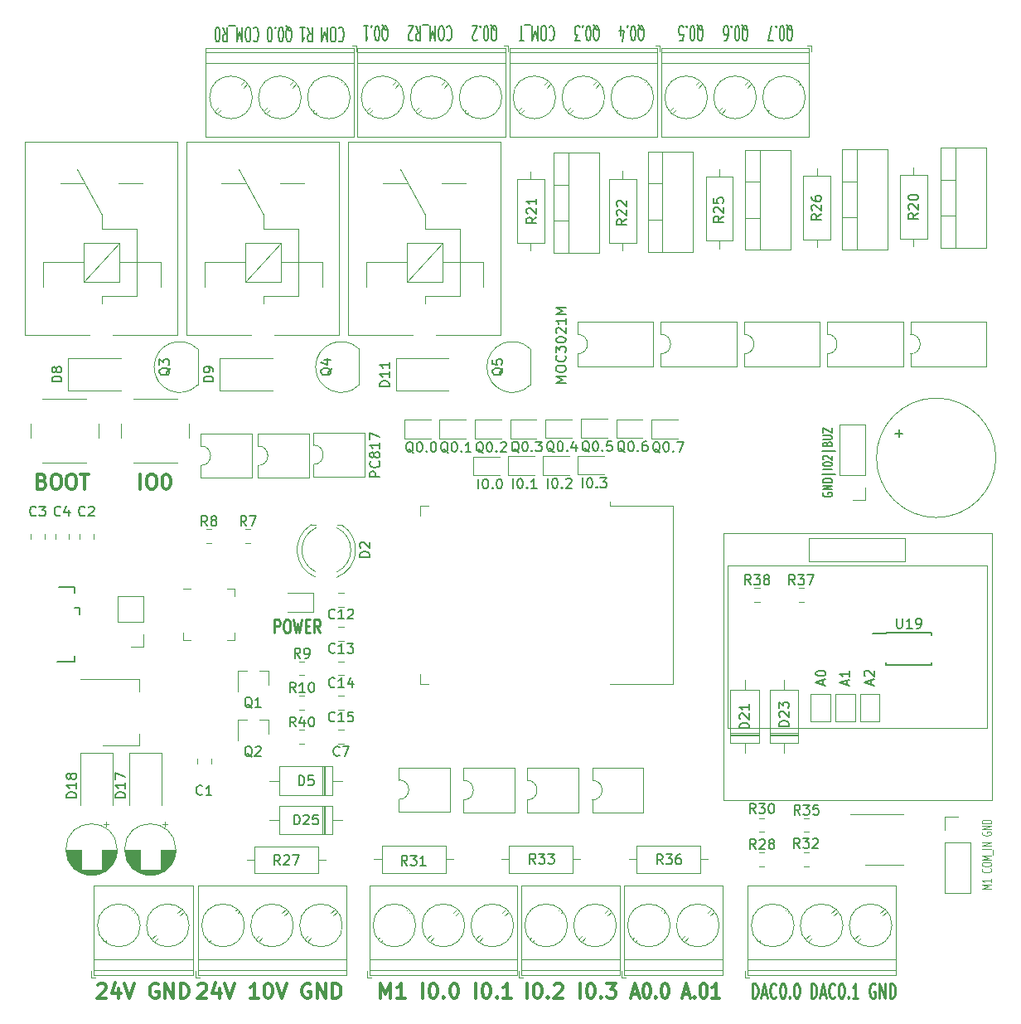
<source format=gbr>
G04 #@! TF.GenerationSoftware,KiCad,Pcbnew,(5.1.4)-1*
G04 #@! TF.CreationDate,2021-11-15T14:39:09-03:00*
G04 #@! TF.ProjectId,PLC_ESP32,504c435f-4553-4503-9332-2e6b69636164,rev?*
G04 #@! TF.SameCoordinates,Original*
G04 #@! TF.FileFunction,Legend,Top*
G04 #@! TF.FilePolarity,Positive*
%FSLAX46Y46*%
G04 Gerber Fmt 4.6, Leading zero omitted, Abs format (unit mm)*
G04 Created by KiCad (PCBNEW (5.1.4)-1) date 2021-11-15 14:39:09*
%MOMM*%
%LPD*%
G04 APERTURE LIST*
%ADD10C,0.250000*%
%ADD11C,0.150000*%
%ADD12C,0.175000*%
%ADD13C,0.125000*%
%ADD14C,0.300000*%
%ADD15C,0.120000*%
G04 APERTURE END LIST*
D10*
X106190476Y-127338095D02*
X106190476Y-126038095D01*
X106571428Y-126038095D01*
X106666666Y-126100000D01*
X106714285Y-126161904D01*
X106761904Y-126285714D01*
X106761904Y-126471428D01*
X106714285Y-126595238D01*
X106666666Y-126657142D01*
X106571428Y-126719047D01*
X106190476Y-126719047D01*
X107380952Y-126038095D02*
X107571428Y-126038095D01*
X107666666Y-126100000D01*
X107761904Y-126223809D01*
X107809523Y-126471428D01*
X107809523Y-126904761D01*
X107761904Y-127152380D01*
X107666666Y-127276190D01*
X107571428Y-127338095D01*
X107380952Y-127338095D01*
X107285714Y-127276190D01*
X107190476Y-127152380D01*
X107142857Y-126904761D01*
X107142857Y-126471428D01*
X107190476Y-126223809D01*
X107285714Y-126100000D01*
X107380952Y-126038095D01*
X108142857Y-126038095D02*
X108380952Y-127338095D01*
X108571428Y-126409523D01*
X108761904Y-127338095D01*
X109000000Y-126038095D01*
X109380952Y-126657142D02*
X109714285Y-126657142D01*
X109857142Y-127338095D02*
X109380952Y-127338095D01*
X109380952Y-126038095D01*
X109857142Y-126038095D01*
X110857142Y-127338095D02*
X110523809Y-126719047D01*
X110285714Y-127338095D02*
X110285714Y-126038095D01*
X110666666Y-126038095D01*
X110761904Y-126100000D01*
X110809523Y-126161904D01*
X110857142Y-126285714D01*
X110857142Y-126471428D01*
X110809523Y-126595238D01*
X110761904Y-126657142D01*
X110666666Y-126719047D01*
X110285714Y-126719047D01*
X155014285Y-164678571D02*
X155014285Y-163178571D01*
X155252380Y-163178571D01*
X155395238Y-163250000D01*
X155490476Y-163392857D01*
X155538095Y-163535714D01*
X155585714Y-163821428D01*
X155585714Y-164035714D01*
X155538095Y-164321428D01*
X155490476Y-164464285D01*
X155395238Y-164607142D01*
X155252380Y-164678571D01*
X155014285Y-164678571D01*
X155966666Y-164250000D02*
X156442857Y-164250000D01*
X155871428Y-164678571D02*
X156204761Y-163178571D01*
X156538095Y-164678571D01*
X157442857Y-164535714D02*
X157395238Y-164607142D01*
X157252380Y-164678571D01*
X157157142Y-164678571D01*
X157014285Y-164607142D01*
X156919047Y-164464285D01*
X156871428Y-164321428D01*
X156823809Y-164035714D01*
X156823809Y-163821428D01*
X156871428Y-163535714D01*
X156919047Y-163392857D01*
X157014285Y-163250000D01*
X157157142Y-163178571D01*
X157252380Y-163178571D01*
X157395238Y-163250000D01*
X157442857Y-163321428D01*
X158061904Y-163178571D02*
X158157142Y-163178571D01*
X158252380Y-163250000D01*
X158300000Y-163321428D01*
X158347619Y-163464285D01*
X158395238Y-163750000D01*
X158395238Y-164107142D01*
X158347619Y-164392857D01*
X158300000Y-164535714D01*
X158252380Y-164607142D01*
X158157142Y-164678571D01*
X158061904Y-164678571D01*
X157966666Y-164607142D01*
X157919047Y-164535714D01*
X157871428Y-164392857D01*
X157823809Y-164107142D01*
X157823809Y-163750000D01*
X157871428Y-163464285D01*
X157919047Y-163321428D01*
X157966666Y-163250000D01*
X158061904Y-163178571D01*
X158823809Y-164535714D02*
X158871428Y-164607142D01*
X158823809Y-164678571D01*
X158776190Y-164607142D01*
X158823809Y-164535714D01*
X158823809Y-164678571D01*
X159490476Y-163178571D02*
X159585714Y-163178571D01*
X159680952Y-163250000D01*
X159728571Y-163321428D01*
X159776190Y-163464285D01*
X159823809Y-163750000D01*
X159823809Y-164107142D01*
X159776190Y-164392857D01*
X159728571Y-164535714D01*
X159680952Y-164607142D01*
X159585714Y-164678571D01*
X159490476Y-164678571D01*
X159395238Y-164607142D01*
X159347619Y-164535714D01*
X159300000Y-164392857D01*
X159252380Y-164107142D01*
X159252380Y-163750000D01*
X159300000Y-163464285D01*
X159347619Y-163321428D01*
X159395238Y-163250000D01*
X159490476Y-163178571D01*
X161014285Y-164678571D02*
X161014285Y-163178571D01*
X161252380Y-163178571D01*
X161395238Y-163250000D01*
X161490476Y-163392857D01*
X161538095Y-163535714D01*
X161585714Y-163821428D01*
X161585714Y-164035714D01*
X161538095Y-164321428D01*
X161490476Y-164464285D01*
X161395238Y-164607142D01*
X161252380Y-164678571D01*
X161014285Y-164678571D01*
X161966666Y-164250000D02*
X162442857Y-164250000D01*
X161871428Y-164678571D02*
X162204761Y-163178571D01*
X162538095Y-164678571D01*
X163442857Y-164535714D02*
X163395238Y-164607142D01*
X163252380Y-164678571D01*
X163157142Y-164678571D01*
X163014285Y-164607142D01*
X162919047Y-164464285D01*
X162871428Y-164321428D01*
X162823809Y-164035714D01*
X162823809Y-163821428D01*
X162871428Y-163535714D01*
X162919047Y-163392857D01*
X163014285Y-163250000D01*
X163157142Y-163178571D01*
X163252380Y-163178571D01*
X163395238Y-163250000D01*
X163442857Y-163321428D01*
X164061904Y-163178571D02*
X164157142Y-163178571D01*
X164252380Y-163250000D01*
X164300000Y-163321428D01*
X164347619Y-163464285D01*
X164395238Y-163750000D01*
X164395238Y-164107142D01*
X164347619Y-164392857D01*
X164300000Y-164535714D01*
X164252380Y-164607142D01*
X164157142Y-164678571D01*
X164061904Y-164678571D01*
X163966666Y-164607142D01*
X163919047Y-164535714D01*
X163871428Y-164392857D01*
X163823809Y-164107142D01*
X163823809Y-163750000D01*
X163871428Y-163464285D01*
X163919047Y-163321428D01*
X163966666Y-163250000D01*
X164061904Y-163178571D01*
X164823809Y-164535714D02*
X164871428Y-164607142D01*
X164823809Y-164678571D01*
X164776190Y-164607142D01*
X164823809Y-164535714D01*
X164823809Y-164678571D01*
X165823809Y-164678571D02*
X165252380Y-164678571D01*
X165538095Y-164678571D02*
X165538095Y-163178571D01*
X165442857Y-163392857D01*
X165347619Y-163535714D01*
X165252380Y-163607142D01*
X167538095Y-163250000D02*
X167442857Y-163178571D01*
X167300000Y-163178571D01*
X167157142Y-163250000D01*
X167061904Y-163392857D01*
X167014285Y-163535714D01*
X166966666Y-163821428D01*
X166966666Y-164035714D01*
X167014285Y-164321428D01*
X167061904Y-164464285D01*
X167157142Y-164607142D01*
X167300000Y-164678571D01*
X167395238Y-164678571D01*
X167538095Y-164607142D01*
X167585714Y-164535714D01*
X167585714Y-164035714D01*
X167395238Y-164035714D01*
X168014285Y-164678571D02*
X168014285Y-163178571D01*
X168585714Y-164678571D01*
X168585714Y-163178571D01*
X169061904Y-164678571D02*
X169061904Y-163178571D01*
X169300000Y-163178571D01*
X169442857Y-163250000D01*
X169538095Y-163392857D01*
X169585714Y-163535714D01*
X169633333Y-163821428D01*
X169633333Y-164035714D01*
X169585714Y-164321428D01*
X169538095Y-164464285D01*
X169442857Y-164607142D01*
X169300000Y-164678571D01*
X169061904Y-164678571D01*
D11*
X162250000Y-113083333D02*
X162202380Y-113150000D01*
X162202380Y-113250000D01*
X162250000Y-113350000D01*
X162345238Y-113416666D01*
X162440476Y-113450000D01*
X162630952Y-113483333D01*
X162773809Y-113483333D01*
X162964285Y-113450000D01*
X163059523Y-113416666D01*
X163154761Y-113350000D01*
X163202380Y-113250000D01*
X163202380Y-113183333D01*
X163154761Y-113083333D01*
X163107142Y-113050000D01*
X162773809Y-113050000D01*
X162773809Y-113183333D01*
X163202380Y-112750000D02*
X162202380Y-112750000D01*
X163202380Y-112350000D01*
X162202380Y-112350000D01*
X163202380Y-112016666D02*
X162202380Y-112016666D01*
X162202380Y-111850000D01*
X162250000Y-111750000D01*
X162345238Y-111683333D01*
X162440476Y-111650000D01*
X162630952Y-111616666D01*
X162773809Y-111616666D01*
X162964285Y-111650000D01*
X163059523Y-111683333D01*
X163154761Y-111750000D01*
X163202380Y-111850000D01*
X163202380Y-112016666D01*
X163535714Y-111150000D02*
X162107142Y-111150000D01*
X163202380Y-110650000D02*
X162202380Y-110650000D01*
X162202380Y-110183333D02*
X162202380Y-110116666D01*
X162250000Y-110050000D01*
X162297619Y-110016666D01*
X162392857Y-109983333D01*
X162583333Y-109950000D01*
X162821428Y-109950000D01*
X163011904Y-109983333D01*
X163107142Y-110016666D01*
X163154761Y-110050000D01*
X163202380Y-110116666D01*
X163202380Y-110183333D01*
X163154761Y-110250000D01*
X163107142Y-110283333D01*
X163011904Y-110316666D01*
X162821428Y-110350000D01*
X162583333Y-110350000D01*
X162392857Y-110316666D01*
X162297619Y-110283333D01*
X162250000Y-110250000D01*
X162202380Y-110183333D01*
X162297619Y-109683333D02*
X162250000Y-109650000D01*
X162202380Y-109583333D01*
X162202380Y-109416666D01*
X162250000Y-109350000D01*
X162297619Y-109316666D01*
X162392857Y-109283333D01*
X162488095Y-109283333D01*
X162630952Y-109316666D01*
X163202380Y-109716666D01*
X163202380Y-109283333D01*
X163535714Y-108816666D02*
X162107142Y-108816666D01*
X162678571Y-108083333D02*
X162726190Y-107983333D01*
X162773809Y-107950000D01*
X162869047Y-107916666D01*
X163011904Y-107916666D01*
X163107142Y-107950000D01*
X163154761Y-107983333D01*
X163202380Y-108050000D01*
X163202380Y-108316666D01*
X162202380Y-108316666D01*
X162202380Y-108083333D01*
X162250000Y-108016666D01*
X162297619Y-107983333D01*
X162392857Y-107950000D01*
X162488095Y-107950000D01*
X162583333Y-107983333D01*
X162630952Y-108016666D01*
X162678571Y-108083333D01*
X162678571Y-108316666D01*
X162202380Y-107616666D02*
X163011904Y-107616666D01*
X163107142Y-107583333D01*
X163154761Y-107550000D01*
X163202380Y-107483333D01*
X163202380Y-107350000D01*
X163154761Y-107283333D01*
X163107142Y-107250000D01*
X163011904Y-107216666D01*
X162202380Y-107216666D01*
X162202380Y-106950000D02*
X162202380Y-106483333D01*
X163202380Y-106950000D01*
X163202380Y-106483333D01*
D12*
X158519047Y-65278571D02*
X158595238Y-65350000D01*
X158671428Y-65492857D01*
X158785714Y-65707142D01*
X158861904Y-65778571D01*
X158938095Y-65778571D01*
X158900000Y-65421428D02*
X158976190Y-65492857D01*
X159052380Y-65635714D01*
X159090476Y-65921428D01*
X159090476Y-66421428D01*
X159052380Y-66707142D01*
X158976190Y-66850000D01*
X158900000Y-66921428D01*
X158747619Y-66921428D01*
X158671428Y-66850000D01*
X158595238Y-66707142D01*
X158557142Y-66421428D01*
X158557142Y-65921428D01*
X158595238Y-65635714D01*
X158671428Y-65492857D01*
X158747619Y-65421428D01*
X158900000Y-65421428D01*
X158061904Y-66921428D02*
X157985714Y-66921428D01*
X157909523Y-66850000D01*
X157871428Y-66778571D01*
X157833333Y-66635714D01*
X157795238Y-66350000D01*
X157795238Y-65992857D01*
X157833333Y-65707142D01*
X157871428Y-65564285D01*
X157909523Y-65492857D01*
X157985714Y-65421428D01*
X158061904Y-65421428D01*
X158138095Y-65492857D01*
X158176190Y-65564285D01*
X158214285Y-65707142D01*
X158252380Y-65992857D01*
X158252380Y-66350000D01*
X158214285Y-66635714D01*
X158176190Y-66778571D01*
X158138095Y-66850000D01*
X158061904Y-66921428D01*
X157452380Y-65564285D02*
X157414285Y-65492857D01*
X157452380Y-65421428D01*
X157490476Y-65492857D01*
X157452380Y-65564285D01*
X157452380Y-65421428D01*
X157147619Y-66921428D02*
X156614285Y-66921428D01*
X156957142Y-65421428D01*
X153947619Y-65278571D02*
X154023809Y-65350000D01*
X154100000Y-65492857D01*
X154214285Y-65707142D01*
X154290476Y-65778571D01*
X154366666Y-65778571D01*
X154328571Y-65421428D02*
X154404761Y-65492857D01*
X154480952Y-65635714D01*
X154519047Y-65921428D01*
X154519047Y-66421428D01*
X154480952Y-66707142D01*
X154404761Y-66850000D01*
X154328571Y-66921428D01*
X154176190Y-66921428D01*
X154100000Y-66850000D01*
X154023809Y-66707142D01*
X153985714Y-66421428D01*
X153985714Y-65921428D01*
X154023809Y-65635714D01*
X154100000Y-65492857D01*
X154176190Y-65421428D01*
X154328571Y-65421428D01*
X153490476Y-66921428D02*
X153414285Y-66921428D01*
X153338095Y-66850000D01*
X153300000Y-66778571D01*
X153261904Y-66635714D01*
X153223809Y-66350000D01*
X153223809Y-65992857D01*
X153261904Y-65707142D01*
X153300000Y-65564285D01*
X153338095Y-65492857D01*
X153414285Y-65421428D01*
X153490476Y-65421428D01*
X153566666Y-65492857D01*
X153604761Y-65564285D01*
X153642857Y-65707142D01*
X153680952Y-65992857D01*
X153680952Y-66350000D01*
X153642857Y-66635714D01*
X153604761Y-66778571D01*
X153566666Y-66850000D01*
X153490476Y-66921428D01*
X152880952Y-65564285D02*
X152842857Y-65492857D01*
X152880952Y-65421428D01*
X152919047Y-65492857D01*
X152880952Y-65564285D01*
X152880952Y-65421428D01*
X152157142Y-66921428D02*
X152309523Y-66921428D01*
X152385714Y-66850000D01*
X152423809Y-66778571D01*
X152500000Y-66564285D01*
X152538095Y-66278571D01*
X152538095Y-65707142D01*
X152500000Y-65564285D01*
X152461904Y-65492857D01*
X152385714Y-65421428D01*
X152233333Y-65421428D01*
X152157142Y-65492857D01*
X152119047Y-65564285D01*
X152080952Y-65707142D01*
X152080952Y-66064285D01*
X152119047Y-66207142D01*
X152157142Y-66278571D01*
X152233333Y-66350000D01*
X152385714Y-66350000D01*
X152461904Y-66278571D01*
X152500000Y-66207142D01*
X152538095Y-66064285D01*
X149376190Y-65278571D02*
X149452380Y-65350000D01*
X149528571Y-65492857D01*
X149642857Y-65707142D01*
X149719047Y-65778571D01*
X149795238Y-65778571D01*
X149757142Y-65421428D02*
X149833333Y-65492857D01*
X149909523Y-65635714D01*
X149947619Y-65921428D01*
X149947619Y-66421428D01*
X149909523Y-66707142D01*
X149833333Y-66850000D01*
X149757142Y-66921428D01*
X149604761Y-66921428D01*
X149528571Y-66850000D01*
X149452380Y-66707142D01*
X149414285Y-66421428D01*
X149414285Y-65921428D01*
X149452380Y-65635714D01*
X149528571Y-65492857D01*
X149604761Y-65421428D01*
X149757142Y-65421428D01*
X148919047Y-66921428D02*
X148842857Y-66921428D01*
X148766666Y-66850000D01*
X148728571Y-66778571D01*
X148690476Y-66635714D01*
X148652380Y-66350000D01*
X148652380Y-65992857D01*
X148690476Y-65707142D01*
X148728571Y-65564285D01*
X148766666Y-65492857D01*
X148842857Y-65421428D01*
X148919047Y-65421428D01*
X148995238Y-65492857D01*
X149033333Y-65564285D01*
X149071428Y-65707142D01*
X149109523Y-65992857D01*
X149109523Y-66350000D01*
X149071428Y-66635714D01*
X149033333Y-66778571D01*
X148995238Y-66850000D01*
X148919047Y-66921428D01*
X148309523Y-65564285D02*
X148271428Y-65492857D01*
X148309523Y-65421428D01*
X148347619Y-65492857D01*
X148309523Y-65564285D01*
X148309523Y-65421428D01*
X147547619Y-66921428D02*
X147928571Y-66921428D01*
X147966666Y-66207142D01*
X147928571Y-66278571D01*
X147852380Y-66350000D01*
X147661904Y-66350000D01*
X147585714Y-66278571D01*
X147547619Y-66207142D01*
X147509523Y-66064285D01*
X147509523Y-65707142D01*
X147547619Y-65564285D01*
X147585714Y-65492857D01*
X147661904Y-65421428D01*
X147852380Y-65421428D01*
X147928571Y-65492857D01*
X147966666Y-65564285D01*
X143333333Y-65278571D02*
X143409523Y-65350000D01*
X143485714Y-65492857D01*
X143600000Y-65707142D01*
X143676190Y-65778571D01*
X143752380Y-65778571D01*
X143714285Y-65421428D02*
X143790476Y-65492857D01*
X143866666Y-65635714D01*
X143904761Y-65921428D01*
X143904761Y-66421428D01*
X143866666Y-66707142D01*
X143790476Y-66850000D01*
X143714285Y-66921428D01*
X143561904Y-66921428D01*
X143485714Y-66850000D01*
X143409523Y-66707142D01*
X143371428Y-66421428D01*
X143371428Y-65921428D01*
X143409523Y-65635714D01*
X143485714Y-65492857D01*
X143561904Y-65421428D01*
X143714285Y-65421428D01*
X142876190Y-66921428D02*
X142800000Y-66921428D01*
X142723809Y-66850000D01*
X142685714Y-66778571D01*
X142647619Y-66635714D01*
X142609523Y-66350000D01*
X142609523Y-65992857D01*
X142647619Y-65707142D01*
X142685714Y-65564285D01*
X142723809Y-65492857D01*
X142800000Y-65421428D01*
X142876190Y-65421428D01*
X142952380Y-65492857D01*
X142990476Y-65564285D01*
X143028571Y-65707142D01*
X143066666Y-65992857D01*
X143066666Y-66350000D01*
X143028571Y-66635714D01*
X142990476Y-66778571D01*
X142952380Y-66850000D01*
X142876190Y-66921428D01*
X142266666Y-65564285D02*
X142228571Y-65492857D01*
X142266666Y-65421428D01*
X142304761Y-65492857D01*
X142266666Y-65564285D01*
X142266666Y-65421428D01*
X141542857Y-66421428D02*
X141542857Y-65421428D01*
X141733333Y-66992857D02*
X141923809Y-65921428D01*
X141428571Y-65921428D01*
X138761904Y-65278571D02*
X138838095Y-65350000D01*
X138914285Y-65492857D01*
X139028571Y-65707142D01*
X139104761Y-65778571D01*
X139180952Y-65778571D01*
X139142857Y-65421428D02*
X139219047Y-65492857D01*
X139295238Y-65635714D01*
X139333333Y-65921428D01*
X139333333Y-66421428D01*
X139295238Y-66707142D01*
X139219047Y-66850000D01*
X139142857Y-66921428D01*
X138990476Y-66921428D01*
X138914285Y-66850000D01*
X138838095Y-66707142D01*
X138800000Y-66421428D01*
X138800000Y-65921428D01*
X138838095Y-65635714D01*
X138914285Y-65492857D01*
X138990476Y-65421428D01*
X139142857Y-65421428D01*
X138304761Y-66921428D02*
X138228571Y-66921428D01*
X138152380Y-66850000D01*
X138114285Y-66778571D01*
X138076190Y-66635714D01*
X138038095Y-66350000D01*
X138038095Y-65992857D01*
X138076190Y-65707142D01*
X138114285Y-65564285D01*
X138152380Y-65492857D01*
X138228571Y-65421428D01*
X138304761Y-65421428D01*
X138380952Y-65492857D01*
X138419047Y-65564285D01*
X138457142Y-65707142D01*
X138495238Y-65992857D01*
X138495238Y-66350000D01*
X138457142Y-66635714D01*
X138419047Y-66778571D01*
X138380952Y-66850000D01*
X138304761Y-66921428D01*
X137695238Y-65564285D02*
X137657142Y-65492857D01*
X137695238Y-65421428D01*
X137733333Y-65492857D01*
X137695238Y-65564285D01*
X137695238Y-65421428D01*
X137390476Y-66921428D02*
X136895238Y-66921428D01*
X137161904Y-66350000D01*
X137047619Y-66350000D01*
X136971428Y-66278571D01*
X136933333Y-66207142D01*
X136895238Y-66064285D01*
X136895238Y-65707142D01*
X136933333Y-65564285D01*
X136971428Y-65492857D01*
X137047619Y-65421428D01*
X137276190Y-65421428D01*
X137352380Y-65492857D01*
X137390476Y-65564285D01*
X134266666Y-65564285D02*
X134304761Y-65492857D01*
X134419047Y-65421428D01*
X134495238Y-65421428D01*
X134609523Y-65492857D01*
X134685714Y-65635714D01*
X134723809Y-65778571D01*
X134761904Y-66064285D01*
X134761904Y-66278571D01*
X134723809Y-66564285D01*
X134685714Y-66707142D01*
X134609523Y-66850000D01*
X134495238Y-66921428D01*
X134419047Y-66921428D01*
X134304761Y-66850000D01*
X134266666Y-66778571D01*
X133771428Y-66921428D02*
X133619047Y-66921428D01*
X133542857Y-66850000D01*
X133466666Y-66707142D01*
X133428571Y-66421428D01*
X133428571Y-65921428D01*
X133466666Y-65635714D01*
X133542857Y-65492857D01*
X133619047Y-65421428D01*
X133771428Y-65421428D01*
X133847619Y-65492857D01*
X133923809Y-65635714D01*
X133961904Y-65921428D01*
X133961904Y-66421428D01*
X133923809Y-66707142D01*
X133847619Y-66850000D01*
X133771428Y-66921428D01*
X133085714Y-65421428D02*
X133085714Y-66921428D01*
X132819047Y-65850000D01*
X132552380Y-66921428D01*
X132552380Y-65421428D01*
X132361904Y-65278571D02*
X131752380Y-65278571D01*
X131676190Y-66921428D02*
X131219047Y-66921428D01*
X131447619Y-65421428D02*
X131447619Y-66921428D01*
X128309523Y-65278571D02*
X128385714Y-65350000D01*
X128461904Y-65492857D01*
X128576190Y-65707142D01*
X128652380Y-65778571D01*
X128728571Y-65778571D01*
X128690476Y-65421428D02*
X128766666Y-65492857D01*
X128842857Y-65635714D01*
X128880952Y-65921428D01*
X128880952Y-66421428D01*
X128842857Y-66707142D01*
X128766666Y-66850000D01*
X128690476Y-66921428D01*
X128538095Y-66921428D01*
X128461904Y-66850000D01*
X128385714Y-66707142D01*
X128347619Y-66421428D01*
X128347619Y-65921428D01*
X128385714Y-65635714D01*
X128461904Y-65492857D01*
X128538095Y-65421428D01*
X128690476Y-65421428D01*
X127852380Y-66921428D02*
X127776190Y-66921428D01*
X127700000Y-66850000D01*
X127661904Y-66778571D01*
X127623809Y-66635714D01*
X127585714Y-66350000D01*
X127585714Y-65992857D01*
X127623809Y-65707142D01*
X127661904Y-65564285D01*
X127700000Y-65492857D01*
X127776190Y-65421428D01*
X127852380Y-65421428D01*
X127928571Y-65492857D01*
X127966666Y-65564285D01*
X128004761Y-65707142D01*
X128042857Y-65992857D01*
X128042857Y-66350000D01*
X128004761Y-66635714D01*
X127966666Y-66778571D01*
X127928571Y-66850000D01*
X127852380Y-66921428D01*
X127242857Y-65564285D02*
X127204761Y-65492857D01*
X127242857Y-65421428D01*
X127280952Y-65492857D01*
X127242857Y-65564285D01*
X127242857Y-65421428D01*
X126900000Y-66778571D02*
X126861904Y-66850000D01*
X126785714Y-66921428D01*
X126595238Y-66921428D01*
X126519047Y-66850000D01*
X126480952Y-66778571D01*
X126442857Y-66635714D01*
X126442857Y-66492857D01*
X126480952Y-66278571D01*
X126938095Y-65421428D01*
X126442857Y-65421428D01*
X123814285Y-65564285D02*
X123852380Y-65492857D01*
X123966666Y-65421428D01*
X124042857Y-65421428D01*
X124157142Y-65492857D01*
X124233333Y-65635714D01*
X124271428Y-65778571D01*
X124309523Y-66064285D01*
X124309523Y-66278571D01*
X124271428Y-66564285D01*
X124233333Y-66707142D01*
X124157142Y-66850000D01*
X124042857Y-66921428D01*
X123966666Y-66921428D01*
X123852380Y-66850000D01*
X123814285Y-66778571D01*
X123319047Y-66921428D02*
X123166666Y-66921428D01*
X123090476Y-66850000D01*
X123014285Y-66707142D01*
X122976190Y-66421428D01*
X122976190Y-65921428D01*
X123014285Y-65635714D01*
X123090476Y-65492857D01*
X123166666Y-65421428D01*
X123319047Y-65421428D01*
X123395238Y-65492857D01*
X123471428Y-65635714D01*
X123509523Y-65921428D01*
X123509523Y-66421428D01*
X123471428Y-66707142D01*
X123395238Y-66850000D01*
X123319047Y-66921428D01*
X122633333Y-65421428D02*
X122633333Y-66921428D01*
X122366666Y-65850000D01*
X122100000Y-66921428D01*
X122100000Y-65421428D01*
X121909523Y-65278571D02*
X121300000Y-65278571D01*
X120652380Y-65421428D02*
X120919047Y-66135714D01*
X121109523Y-65421428D02*
X121109523Y-66921428D01*
X120804761Y-66921428D01*
X120728571Y-66850000D01*
X120690476Y-66778571D01*
X120652380Y-66635714D01*
X120652380Y-66421428D01*
X120690476Y-66278571D01*
X120728571Y-66207142D01*
X120804761Y-66135714D01*
X121109523Y-66135714D01*
X120347619Y-66778571D02*
X120309523Y-66850000D01*
X120233333Y-66921428D01*
X120042857Y-66921428D01*
X119966666Y-66850000D01*
X119928571Y-66778571D01*
X119890476Y-66635714D01*
X119890476Y-66492857D01*
X119928571Y-66278571D01*
X120385714Y-65421428D01*
X119890476Y-65421428D01*
X117185714Y-65278571D02*
X117261904Y-65350000D01*
X117338095Y-65492857D01*
X117452380Y-65707142D01*
X117528571Y-65778571D01*
X117604761Y-65778571D01*
X117566666Y-65421428D02*
X117642857Y-65492857D01*
X117719047Y-65635714D01*
X117757142Y-65921428D01*
X117757142Y-66421428D01*
X117719047Y-66707142D01*
X117642857Y-66850000D01*
X117566666Y-66921428D01*
X117414285Y-66921428D01*
X117338095Y-66850000D01*
X117261904Y-66707142D01*
X117223809Y-66421428D01*
X117223809Y-65921428D01*
X117261904Y-65635714D01*
X117338095Y-65492857D01*
X117414285Y-65421428D01*
X117566666Y-65421428D01*
X116728571Y-66921428D02*
X116652380Y-66921428D01*
X116576190Y-66850000D01*
X116538095Y-66778571D01*
X116500000Y-66635714D01*
X116461904Y-66350000D01*
X116461904Y-65992857D01*
X116500000Y-65707142D01*
X116538095Y-65564285D01*
X116576190Y-65492857D01*
X116652380Y-65421428D01*
X116728571Y-65421428D01*
X116804761Y-65492857D01*
X116842857Y-65564285D01*
X116880952Y-65707142D01*
X116919047Y-65992857D01*
X116919047Y-66350000D01*
X116880952Y-66635714D01*
X116842857Y-66778571D01*
X116804761Y-66850000D01*
X116728571Y-66921428D01*
X116119047Y-65564285D02*
X116080952Y-65492857D01*
X116119047Y-65421428D01*
X116157142Y-65492857D01*
X116119047Y-65564285D01*
X116119047Y-65421428D01*
X115319047Y-65421428D02*
X115776190Y-65421428D01*
X115547619Y-65421428D02*
X115547619Y-66921428D01*
X115623809Y-66707142D01*
X115700000Y-66564285D01*
X115776190Y-66492857D01*
X112757142Y-65664285D02*
X112795238Y-65592857D01*
X112909523Y-65521428D01*
X112985714Y-65521428D01*
X113100000Y-65592857D01*
X113176190Y-65735714D01*
X113214285Y-65878571D01*
X113252380Y-66164285D01*
X113252380Y-66378571D01*
X113214285Y-66664285D01*
X113176190Y-66807142D01*
X113100000Y-66950000D01*
X112985714Y-67021428D01*
X112909523Y-67021428D01*
X112795238Y-66950000D01*
X112757142Y-66878571D01*
X112261904Y-67021428D02*
X112109523Y-67021428D01*
X112033333Y-66950000D01*
X111957142Y-66807142D01*
X111919047Y-66521428D01*
X111919047Y-66021428D01*
X111957142Y-65735714D01*
X112033333Y-65592857D01*
X112109523Y-65521428D01*
X112261904Y-65521428D01*
X112338095Y-65592857D01*
X112414285Y-65735714D01*
X112452380Y-66021428D01*
X112452380Y-66521428D01*
X112414285Y-66807142D01*
X112338095Y-66950000D01*
X112261904Y-67021428D01*
X111576190Y-65521428D02*
X111576190Y-67021428D01*
X111309523Y-65950000D01*
X111042857Y-67021428D01*
X111042857Y-65521428D01*
X109595238Y-65521428D02*
X109861904Y-66235714D01*
X110052380Y-65521428D02*
X110052380Y-67021428D01*
X109747619Y-67021428D01*
X109671428Y-66950000D01*
X109633333Y-66878571D01*
X109595238Y-66735714D01*
X109595238Y-66521428D01*
X109633333Y-66378571D01*
X109671428Y-66307142D01*
X109747619Y-66235714D01*
X110052380Y-66235714D01*
X108833333Y-65521428D02*
X109290476Y-65521428D01*
X109061904Y-65521428D02*
X109061904Y-67021428D01*
X109138095Y-66807142D01*
X109214285Y-66664285D01*
X109290476Y-66592857D01*
X107347619Y-65378571D02*
X107423809Y-65450000D01*
X107500000Y-65592857D01*
X107614285Y-65807142D01*
X107690476Y-65878571D01*
X107766666Y-65878571D01*
X107728571Y-65521428D02*
X107804761Y-65592857D01*
X107880952Y-65735714D01*
X107919047Y-66021428D01*
X107919047Y-66521428D01*
X107880952Y-66807142D01*
X107804761Y-66950000D01*
X107728571Y-67021428D01*
X107576190Y-67021428D01*
X107500000Y-66950000D01*
X107423809Y-66807142D01*
X107385714Y-66521428D01*
X107385714Y-66021428D01*
X107423809Y-65735714D01*
X107500000Y-65592857D01*
X107576190Y-65521428D01*
X107728571Y-65521428D01*
X106890476Y-67021428D02*
X106814285Y-67021428D01*
X106738095Y-66950000D01*
X106700000Y-66878571D01*
X106661904Y-66735714D01*
X106623809Y-66450000D01*
X106623809Y-66092857D01*
X106661904Y-65807142D01*
X106700000Y-65664285D01*
X106738095Y-65592857D01*
X106814285Y-65521428D01*
X106890476Y-65521428D01*
X106966666Y-65592857D01*
X107004761Y-65664285D01*
X107042857Y-65807142D01*
X107080952Y-66092857D01*
X107080952Y-66450000D01*
X107042857Y-66735714D01*
X107004761Y-66878571D01*
X106966666Y-66950000D01*
X106890476Y-67021428D01*
X106280952Y-65664285D02*
X106242857Y-65592857D01*
X106280952Y-65521428D01*
X106319047Y-65592857D01*
X106280952Y-65664285D01*
X106280952Y-65521428D01*
X105747619Y-67021428D02*
X105671428Y-67021428D01*
X105595238Y-66950000D01*
X105557142Y-66878571D01*
X105519047Y-66735714D01*
X105480952Y-66450000D01*
X105480952Y-66092857D01*
X105519047Y-65807142D01*
X105557142Y-65664285D01*
X105595238Y-65592857D01*
X105671428Y-65521428D01*
X105747619Y-65521428D01*
X105823809Y-65592857D01*
X105861904Y-65664285D01*
X105900000Y-65807142D01*
X105938095Y-66092857D01*
X105938095Y-66450000D01*
X105900000Y-66735714D01*
X105861904Y-66878571D01*
X105823809Y-66950000D01*
X105747619Y-67021428D01*
X104071428Y-65664285D02*
X104109523Y-65592857D01*
X104223809Y-65521428D01*
X104300000Y-65521428D01*
X104414285Y-65592857D01*
X104490476Y-65735714D01*
X104528571Y-65878571D01*
X104566666Y-66164285D01*
X104566666Y-66378571D01*
X104528571Y-66664285D01*
X104490476Y-66807142D01*
X104414285Y-66950000D01*
X104300000Y-67021428D01*
X104223809Y-67021428D01*
X104109523Y-66950000D01*
X104071428Y-66878571D01*
X103576190Y-67021428D02*
X103423809Y-67021428D01*
X103347619Y-66950000D01*
X103271428Y-66807142D01*
X103233333Y-66521428D01*
X103233333Y-66021428D01*
X103271428Y-65735714D01*
X103347619Y-65592857D01*
X103423809Y-65521428D01*
X103576190Y-65521428D01*
X103652380Y-65592857D01*
X103728571Y-65735714D01*
X103766666Y-66021428D01*
X103766666Y-66521428D01*
X103728571Y-66807142D01*
X103652380Y-66950000D01*
X103576190Y-67021428D01*
X102890476Y-65521428D02*
X102890476Y-67021428D01*
X102623809Y-65950000D01*
X102357142Y-67021428D01*
X102357142Y-65521428D01*
X102166666Y-65378571D02*
X101557142Y-65378571D01*
X100909523Y-65521428D02*
X101176190Y-66235714D01*
X101366666Y-65521428D02*
X101366666Y-67021428D01*
X101061904Y-67021428D01*
X100985714Y-66950000D01*
X100947619Y-66878571D01*
X100909523Y-66735714D01*
X100909523Y-66521428D01*
X100947619Y-66378571D01*
X100985714Y-66307142D01*
X101061904Y-66235714D01*
X101366666Y-66235714D01*
X100414285Y-67021428D02*
X100338095Y-67021428D01*
X100261904Y-66950000D01*
X100223809Y-66878571D01*
X100185714Y-66735714D01*
X100147619Y-66450000D01*
X100147619Y-66092857D01*
X100185714Y-65807142D01*
X100223809Y-65664285D01*
X100261904Y-65592857D01*
X100338095Y-65521428D01*
X100414285Y-65521428D01*
X100490476Y-65592857D01*
X100528571Y-65664285D01*
X100566666Y-65807142D01*
X100604761Y-66092857D01*
X100604761Y-66450000D01*
X100566666Y-66735714D01*
X100528571Y-66878571D01*
X100490476Y-66950000D01*
X100414285Y-67021428D01*
D13*
X179452380Y-153500000D02*
X178452380Y-153500000D01*
X179166666Y-153300000D01*
X178452380Y-153100000D01*
X179452380Y-153100000D01*
X179452380Y-152500000D02*
X179452380Y-152842857D01*
X179452380Y-152671428D02*
X178452380Y-152671428D01*
X178595238Y-152728571D01*
X178690476Y-152785714D01*
X178738095Y-152842857D01*
X179357142Y-151442857D02*
X179404761Y-151471428D01*
X179452380Y-151557142D01*
X179452380Y-151614285D01*
X179404761Y-151700000D01*
X179309523Y-151757142D01*
X179214285Y-151785714D01*
X179023809Y-151814285D01*
X178880952Y-151814285D01*
X178690476Y-151785714D01*
X178595238Y-151757142D01*
X178500000Y-151700000D01*
X178452380Y-151614285D01*
X178452380Y-151557142D01*
X178500000Y-151471428D01*
X178547619Y-151442857D01*
X178452380Y-151071428D02*
X178452380Y-150957142D01*
X178500000Y-150900000D01*
X178595238Y-150842857D01*
X178785714Y-150814285D01*
X179119047Y-150814285D01*
X179309523Y-150842857D01*
X179404761Y-150900000D01*
X179452380Y-150957142D01*
X179452380Y-151071428D01*
X179404761Y-151128571D01*
X179309523Y-151185714D01*
X179119047Y-151214285D01*
X178785714Y-151214285D01*
X178595238Y-151185714D01*
X178500000Y-151128571D01*
X178452380Y-151071428D01*
X179452380Y-150557142D02*
X178452380Y-150557142D01*
X179166666Y-150357142D01*
X178452380Y-150157142D01*
X179452380Y-150157142D01*
X179547619Y-150014285D02*
X179547619Y-149557142D01*
X179452380Y-149414285D02*
X178452380Y-149414285D01*
X179452380Y-149128571D02*
X178452380Y-149128571D01*
X179452380Y-148785714D01*
X178452380Y-148785714D01*
X178500000Y-147728571D02*
X178452380Y-147785714D01*
X178452380Y-147871428D01*
X178500000Y-147957142D01*
X178595238Y-148014285D01*
X178690476Y-148042857D01*
X178880952Y-148071428D01*
X179023809Y-148071428D01*
X179214285Y-148042857D01*
X179309523Y-148014285D01*
X179404761Y-147957142D01*
X179452380Y-147871428D01*
X179452380Y-147814285D01*
X179404761Y-147728571D01*
X179357142Y-147700000D01*
X179023809Y-147700000D01*
X179023809Y-147814285D01*
X179452380Y-147442857D02*
X178452380Y-147442857D01*
X179452380Y-147100000D01*
X178452380Y-147100000D01*
X179452380Y-146814285D02*
X178452380Y-146814285D01*
X178452380Y-146671428D01*
X178500000Y-146585714D01*
X178595238Y-146528571D01*
X178690476Y-146500000D01*
X178880952Y-146471428D01*
X179023809Y-146471428D01*
X179214285Y-146500000D01*
X179309523Y-146528571D01*
X179404761Y-146585714D01*
X179452380Y-146671428D01*
X179452380Y-146814285D01*
D14*
X142742857Y-164250000D02*
X143361904Y-164250000D01*
X142619047Y-164678571D02*
X143052380Y-163178571D01*
X143485714Y-164678571D01*
X144166666Y-163178571D02*
X144290476Y-163178571D01*
X144414285Y-163250000D01*
X144476190Y-163321428D01*
X144538095Y-163464285D01*
X144600000Y-163750000D01*
X144600000Y-164107142D01*
X144538095Y-164392857D01*
X144476190Y-164535714D01*
X144414285Y-164607142D01*
X144290476Y-164678571D01*
X144166666Y-164678571D01*
X144042857Y-164607142D01*
X143980952Y-164535714D01*
X143919047Y-164392857D01*
X143857142Y-164107142D01*
X143857142Y-163750000D01*
X143919047Y-163464285D01*
X143980952Y-163321428D01*
X144042857Y-163250000D01*
X144166666Y-163178571D01*
X145157142Y-164535714D02*
X145219047Y-164607142D01*
X145157142Y-164678571D01*
X145095238Y-164607142D01*
X145157142Y-164535714D01*
X145157142Y-164678571D01*
X146023809Y-163178571D02*
X146147619Y-163178571D01*
X146271428Y-163250000D01*
X146333333Y-163321428D01*
X146395238Y-163464285D01*
X146457142Y-163750000D01*
X146457142Y-164107142D01*
X146395238Y-164392857D01*
X146333333Y-164535714D01*
X146271428Y-164607142D01*
X146147619Y-164678571D01*
X146023809Y-164678571D01*
X145900000Y-164607142D01*
X145838095Y-164535714D01*
X145776190Y-164392857D01*
X145714285Y-164107142D01*
X145714285Y-163750000D01*
X145776190Y-163464285D01*
X145838095Y-163321428D01*
X145900000Y-163250000D01*
X146023809Y-163178571D01*
X147942857Y-164250000D02*
X148561904Y-164250000D01*
X147819047Y-164678571D02*
X148252380Y-163178571D01*
X148685714Y-164678571D01*
X149119047Y-164535714D02*
X149180952Y-164607142D01*
X149119047Y-164678571D01*
X149057142Y-164607142D01*
X149119047Y-164535714D01*
X149119047Y-164678571D01*
X149985714Y-163178571D02*
X150109523Y-163178571D01*
X150233333Y-163250000D01*
X150295238Y-163321428D01*
X150357142Y-163464285D01*
X150419047Y-163750000D01*
X150419047Y-164107142D01*
X150357142Y-164392857D01*
X150295238Y-164535714D01*
X150233333Y-164607142D01*
X150109523Y-164678571D01*
X149985714Y-164678571D01*
X149861904Y-164607142D01*
X149800000Y-164535714D01*
X149738095Y-164392857D01*
X149676190Y-164107142D01*
X149676190Y-163750000D01*
X149738095Y-163464285D01*
X149800000Y-163321428D01*
X149861904Y-163250000D01*
X149985714Y-163178571D01*
X151657142Y-164678571D02*
X150914285Y-164678571D01*
X151285714Y-164678571D02*
X151285714Y-163178571D01*
X151161904Y-163392857D01*
X151038095Y-163535714D01*
X150914285Y-163607142D01*
X132000000Y-164678571D02*
X132000000Y-163178571D01*
X133000000Y-163178571D02*
X133142857Y-163178571D01*
X133285714Y-163250000D01*
X133357142Y-163321428D01*
X133428571Y-163464285D01*
X133500000Y-163750000D01*
X133500000Y-164107142D01*
X133428571Y-164392857D01*
X133357142Y-164535714D01*
X133285714Y-164607142D01*
X133142857Y-164678571D01*
X133000000Y-164678571D01*
X132857142Y-164607142D01*
X132785714Y-164535714D01*
X132714285Y-164392857D01*
X132642857Y-164107142D01*
X132642857Y-163750000D01*
X132714285Y-163464285D01*
X132785714Y-163321428D01*
X132857142Y-163250000D01*
X133000000Y-163178571D01*
X134142857Y-164535714D02*
X134214285Y-164607142D01*
X134142857Y-164678571D01*
X134071428Y-164607142D01*
X134142857Y-164535714D01*
X134142857Y-164678571D01*
X134785714Y-163321428D02*
X134857142Y-163250000D01*
X135000000Y-163178571D01*
X135357142Y-163178571D01*
X135500000Y-163250000D01*
X135571428Y-163321428D01*
X135642857Y-163464285D01*
X135642857Y-163607142D01*
X135571428Y-163821428D01*
X134714285Y-164678571D01*
X135642857Y-164678571D01*
X137428571Y-164678571D02*
X137428571Y-163178571D01*
X138428571Y-163178571D02*
X138571428Y-163178571D01*
X138714285Y-163250000D01*
X138785714Y-163321428D01*
X138857142Y-163464285D01*
X138928571Y-163750000D01*
X138928571Y-164107142D01*
X138857142Y-164392857D01*
X138785714Y-164535714D01*
X138714285Y-164607142D01*
X138571428Y-164678571D01*
X138428571Y-164678571D01*
X138285714Y-164607142D01*
X138214285Y-164535714D01*
X138142857Y-164392857D01*
X138071428Y-164107142D01*
X138071428Y-163750000D01*
X138142857Y-163464285D01*
X138214285Y-163321428D01*
X138285714Y-163250000D01*
X138428571Y-163178571D01*
X139571428Y-164535714D02*
X139642857Y-164607142D01*
X139571428Y-164678571D01*
X139500000Y-164607142D01*
X139571428Y-164535714D01*
X139571428Y-164678571D01*
X140142857Y-163178571D02*
X141071428Y-163178571D01*
X140571428Y-163750000D01*
X140785714Y-163750000D01*
X140928571Y-163821428D01*
X141000000Y-163892857D01*
X141071428Y-164035714D01*
X141071428Y-164392857D01*
X141000000Y-164535714D01*
X140928571Y-164607142D01*
X140785714Y-164678571D01*
X140357142Y-164678571D01*
X140214285Y-164607142D01*
X140142857Y-164535714D01*
X117057142Y-164678571D02*
X117057142Y-163178571D01*
X117557142Y-164250000D01*
X118057142Y-163178571D01*
X118057142Y-164678571D01*
X119557142Y-164678571D02*
X118700000Y-164678571D01*
X119128571Y-164678571D02*
X119128571Y-163178571D01*
X118985714Y-163392857D01*
X118842857Y-163535714D01*
X118700000Y-163607142D01*
X121342857Y-164678571D02*
X121342857Y-163178571D01*
X122342857Y-163178571D02*
X122485714Y-163178571D01*
X122628571Y-163250000D01*
X122700000Y-163321428D01*
X122771428Y-163464285D01*
X122842857Y-163750000D01*
X122842857Y-164107142D01*
X122771428Y-164392857D01*
X122700000Y-164535714D01*
X122628571Y-164607142D01*
X122485714Y-164678571D01*
X122342857Y-164678571D01*
X122200000Y-164607142D01*
X122128571Y-164535714D01*
X122057142Y-164392857D01*
X121985714Y-164107142D01*
X121985714Y-163750000D01*
X122057142Y-163464285D01*
X122128571Y-163321428D01*
X122200000Y-163250000D01*
X122342857Y-163178571D01*
X123485714Y-164535714D02*
X123557142Y-164607142D01*
X123485714Y-164678571D01*
X123414285Y-164607142D01*
X123485714Y-164535714D01*
X123485714Y-164678571D01*
X124485714Y-163178571D02*
X124628571Y-163178571D01*
X124771428Y-163250000D01*
X124842857Y-163321428D01*
X124914285Y-163464285D01*
X124985714Y-163750000D01*
X124985714Y-164107142D01*
X124914285Y-164392857D01*
X124842857Y-164535714D01*
X124771428Y-164607142D01*
X124628571Y-164678571D01*
X124485714Y-164678571D01*
X124342857Y-164607142D01*
X124271428Y-164535714D01*
X124200000Y-164392857D01*
X124128571Y-164107142D01*
X124128571Y-163750000D01*
X124200000Y-163464285D01*
X124271428Y-163321428D01*
X124342857Y-163250000D01*
X124485714Y-163178571D01*
X126771428Y-164678571D02*
X126771428Y-163178571D01*
X127771428Y-163178571D02*
X127914285Y-163178571D01*
X128057142Y-163250000D01*
X128128571Y-163321428D01*
X128200000Y-163464285D01*
X128271428Y-163750000D01*
X128271428Y-164107142D01*
X128200000Y-164392857D01*
X128128571Y-164535714D01*
X128057142Y-164607142D01*
X127914285Y-164678571D01*
X127771428Y-164678571D01*
X127628571Y-164607142D01*
X127557142Y-164535714D01*
X127485714Y-164392857D01*
X127414285Y-164107142D01*
X127414285Y-163750000D01*
X127485714Y-163464285D01*
X127557142Y-163321428D01*
X127628571Y-163250000D01*
X127771428Y-163178571D01*
X128914285Y-164535714D02*
X128985714Y-164607142D01*
X128914285Y-164678571D01*
X128842857Y-164607142D01*
X128914285Y-164535714D01*
X128914285Y-164678571D01*
X130414285Y-164678571D02*
X129557142Y-164678571D01*
X129985714Y-164678571D02*
X129985714Y-163178571D01*
X129842857Y-163392857D01*
X129700000Y-163535714D01*
X129557142Y-163607142D01*
X98414285Y-163321428D02*
X98485714Y-163250000D01*
X98628571Y-163178571D01*
X98985714Y-163178571D01*
X99128571Y-163250000D01*
X99200000Y-163321428D01*
X99271428Y-163464285D01*
X99271428Y-163607142D01*
X99200000Y-163821428D01*
X98342857Y-164678571D01*
X99271428Y-164678571D01*
X100557142Y-163678571D02*
X100557142Y-164678571D01*
X100200000Y-163107142D02*
X99842857Y-164178571D01*
X100771428Y-164178571D01*
X101128571Y-163178571D02*
X101628571Y-164678571D01*
X102128571Y-163178571D01*
X104557142Y-164678571D02*
X103700000Y-164678571D01*
X104128571Y-164678571D02*
X104128571Y-163178571D01*
X103985714Y-163392857D01*
X103842857Y-163535714D01*
X103700000Y-163607142D01*
X105485714Y-163178571D02*
X105628571Y-163178571D01*
X105771428Y-163250000D01*
X105842857Y-163321428D01*
X105914285Y-163464285D01*
X105985714Y-163750000D01*
X105985714Y-164107142D01*
X105914285Y-164392857D01*
X105842857Y-164535714D01*
X105771428Y-164607142D01*
X105628571Y-164678571D01*
X105485714Y-164678571D01*
X105342857Y-164607142D01*
X105271428Y-164535714D01*
X105200000Y-164392857D01*
X105128571Y-164107142D01*
X105128571Y-163750000D01*
X105200000Y-163464285D01*
X105271428Y-163321428D01*
X105342857Y-163250000D01*
X105485714Y-163178571D01*
X106414285Y-163178571D02*
X106914285Y-164678571D01*
X107414285Y-163178571D01*
X109842857Y-163250000D02*
X109700000Y-163178571D01*
X109485714Y-163178571D01*
X109271428Y-163250000D01*
X109128571Y-163392857D01*
X109057142Y-163535714D01*
X108985714Y-163821428D01*
X108985714Y-164035714D01*
X109057142Y-164321428D01*
X109128571Y-164464285D01*
X109271428Y-164607142D01*
X109485714Y-164678571D01*
X109628571Y-164678571D01*
X109842857Y-164607142D01*
X109914285Y-164535714D01*
X109914285Y-164035714D01*
X109628571Y-164035714D01*
X110557142Y-164678571D02*
X110557142Y-163178571D01*
X111414285Y-164678571D01*
X111414285Y-163178571D01*
X112128571Y-164678571D02*
X112128571Y-163178571D01*
X112485714Y-163178571D01*
X112700000Y-163250000D01*
X112842857Y-163392857D01*
X112914285Y-163535714D01*
X112985714Y-163821428D01*
X112985714Y-164035714D01*
X112914285Y-164321428D01*
X112842857Y-164464285D01*
X112700000Y-164607142D01*
X112485714Y-164678571D01*
X112128571Y-164678571D01*
X88157142Y-163321428D02*
X88228571Y-163250000D01*
X88371428Y-163178571D01*
X88728571Y-163178571D01*
X88871428Y-163250000D01*
X88942857Y-163321428D01*
X89014285Y-163464285D01*
X89014285Y-163607142D01*
X88942857Y-163821428D01*
X88085714Y-164678571D01*
X89014285Y-164678571D01*
X90300000Y-163678571D02*
X90300000Y-164678571D01*
X89942857Y-163107142D02*
X89585714Y-164178571D01*
X90514285Y-164178571D01*
X90871428Y-163178571D02*
X91371428Y-164678571D01*
X91871428Y-163178571D01*
X94300000Y-163250000D02*
X94157142Y-163178571D01*
X93942857Y-163178571D01*
X93728571Y-163250000D01*
X93585714Y-163392857D01*
X93514285Y-163535714D01*
X93442857Y-163821428D01*
X93442857Y-164035714D01*
X93514285Y-164321428D01*
X93585714Y-164464285D01*
X93728571Y-164607142D01*
X93942857Y-164678571D01*
X94085714Y-164678571D01*
X94300000Y-164607142D01*
X94371428Y-164535714D01*
X94371428Y-164035714D01*
X94085714Y-164035714D01*
X95014285Y-164678571D02*
X95014285Y-163178571D01*
X95871428Y-164678571D01*
X95871428Y-163178571D01*
X96585714Y-164678571D02*
X96585714Y-163178571D01*
X96942857Y-163178571D01*
X97157142Y-163250000D01*
X97300000Y-163392857D01*
X97371428Y-163535714D01*
X97442857Y-163821428D01*
X97442857Y-164035714D01*
X97371428Y-164321428D01*
X97300000Y-164464285D01*
X97157142Y-164607142D01*
X96942857Y-164678571D01*
X96585714Y-164678571D01*
X82464285Y-111892857D02*
X82678571Y-111964285D01*
X82750000Y-112035714D01*
X82821428Y-112178571D01*
X82821428Y-112392857D01*
X82750000Y-112535714D01*
X82678571Y-112607142D01*
X82535714Y-112678571D01*
X81964285Y-112678571D01*
X81964285Y-111178571D01*
X82464285Y-111178571D01*
X82607142Y-111250000D01*
X82678571Y-111321428D01*
X82750000Y-111464285D01*
X82750000Y-111607142D01*
X82678571Y-111750000D01*
X82607142Y-111821428D01*
X82464285Y-111892857D01*
X81964285Y-111892857D01*
X83750000Y-111178571D02*
X84035714Y-111178571D01*
X84178571Y-111250000D01*
X84321428Y-111392857D01*
X84392857Y-111678571D01*
X84392857Y-112178571D01*
X84321428Y-112464285D01*
X84178571Y-112607142D01*
X84035714Y-112678571D01*
X83750000Y-112678571D01*
X83607142Y-112607142D01*
X83464285Y-112464285D01*
X83392857Y-112178571D01*
X83392857Y-111678571D01*
X83464285Y-111392857D01*
X83607142Y-111250000D01*
X83750000Y-111178571D01*
X85321428Y-111178571D02*
X85607142Y-111178571D01*
X85750000Y-111250000D01*
X85892857Y-111392857D01*
X85964285Y-111678571D01*
X85964285Y-112178571D01*
X85892857Y-112464285D01*
X85750000Y-112607142D01*
X85607142Y-112678571D01*
X85321428Y-112678571D01*
X85178571Y-112607142D01*
X85035714Y-112464285D01*
X84964285Y-112178571D01*
X84964285Y-111678571D01*
X85035714Y-111392857D01*
X85178571Y-111250000D01*
X85321428Y-111178571D01*
X86392857Y-111178571D02*
X87250000Y-111178571D01*
X86821428Y-112678571D02*
X86821428Y-111178571D01*
X92500000Y-112678571D02*
X92500000Y-111178571D01*
X93500000Y-111178571D02*
X93785714Y-111178571D01*
X93928571Y-111250000D01*
X94071428Y-111392857D01*
X94142857Y-111678571D01*
X94142857Y-112178571D01*
X94071428Y-112464285D01*
X93928571Y-112607142D01*
X93785714Y-112678571D01*
X93500000Y-112678571D01*
X93357142Y-112607142D01*
X93214285Y-112464285D01*
X93142857Y-112178571D01*
X93142857Y-111678571D01*
X93214285Y-111392857D01*
X93357142Y-111250000D01*
X93500000Y-111178571D01*
X95071428Y-111178571D02*
X95214285Y-111178571D01*
X95357142Y-111250000D01*
X95428571Y-111321428D01*
X95500000Y-111464285D01*
X95571428Y-111750000D01*
X95571428Y-112107142D01*
X95500000Y-112392857D01*
X95428571Y-112535714D01*
X95357142Y-112607142D01*
X95214285Y-112678571D01*
X95071428Y-112678571D01*
X94928571Y-112607142D01*
X94857142Y-112535714D01*
X94785714Y-112392857D01*
X94714285Y-112107142D01*
X94714285Y-111750000D01*
X94785714Y-111464285D01*
X94857142Y-111321428D01*
X94928571Y-111250000D01*
X95071428Y-111178571D01*
D11*
X168675000Y-127475000D02*
X167325000Y-127475000D01*
X168675000Y-130625000D02*
X173325000Y-130625000D01*
X168675000Y-127375000D02*
X173325000Y-127375000D01*
X168675000Y-130625000D02*
X168675000Y-130425000D01*
X173325000Y-130625000D02*
X173325000Y-130425000D01*
X173325000Y-127375000D02*
X173325000Y-127575000D01*
X168675000Y-127375000D02*
X168675000Y-127475000D01*
D15*
X168000000Y-133600000D02*
X168000000Y-136400000D01*
X168000000Y-136400000D02*
X166000000Y-136400000D01*
X166000000Y-136400000D02*
X166000000Y-133600000D01*
X166000000Y-133600000D02*
X168000000Y-133600000D01*
X165500000Y-133600000D02*
X165500000Y-136400000D01*
X165500000Y-136400000D02*
X163500000Y-136400000D01*
X163500000Y-136400000D02*
X163500000Y-133600000D01*
X163500000Y-133600000D02*
X165500000Y-133600000D01*
X163000000Y-133600000D02*
X163000000Y-136400000D01*
X163000000Y-136400000D02*
X161000000Y-136400000D01*
X161000000Y-136400000D02*
X161000000Y-133600000D01*
X161000000Y-133600000D02*
X163000000Y-133600000D01*
X112741422Y-135210000D02*
X113258578Y-135210000D01*
X112741422Y-133790000D02*
X113258578Y-133790000D01*
X112741422Y-131710000D02*
X113258578Y-131710000D01*
X112741422Y-130290000D02*
X113258578Y-130290000D01*
X112741422Y-128210000D02*
X113258578Y-128210000D01*
X112741422Y-126790000D02*
X113258578Y-126790000D01*
X112741422Y-124710000D02*
X113258578Y-124710000D01*
X112741422Y-123290000D02*
X113258578Y-123290000D01*
X110420000Y-116345000D02*
X109955000Y-116345000D01*
X113045000Y-116345000D02*
X112580000Y-116345000D01*
X110419571Y-121159479D02*
G75*
G02X110420000Y-116650316I1080429J2254479D01*
G01*
X112580429Y-121159479D02*
G75*
G03X112580000Y-116650316I-1080429J2254479D01*
G01*
X110419173Y-121692815D02*
G75*
G02X109955170Y-116345000I1080827J2787815D01*
G01*
X112580827Y-121692815D02*
G75*
G03X113044830Y-116345000I-1080827J2787815D01*
G01*
X89650000Y-139600000D02*
X89650000Y-145000000D01*
X86350000Y-139600000D02*
X86350000Y-145000000D01*
X89650000Y-139600000D02*
X86350000Y-139600000D01*
X94650000Y-139600000D02*
X94650000Y-145000000D01*
X91350000Y-139600000D02*
X91350000Y-145000000D01*
X94650000Y-139600000D02*
X91350000Y-139600000D01*
X118600000Y-99350000D02*
X124000000Y-99350000D01*
X118600000Y-102650000D02*
X124000000Y-102650000D01*
X118600000Y-99350000D02*
X118600000Y-102650000D01*
X100600000Y-99350000D02*
X106000000Y-99350000D01*
X100600000Y-102650000D02*
X106000000Y-102650000D01*
X100600000Y-99350000D02*
X100600000Y-102650000D01*
X85100000Y-99350000D02*
X90500000Y-99350000D01*
X85100000Y-102650000D02*
X90500000Y-102650000D01*
X85100000Y-99350000D02*
X85100000Y-102650000D01*
X108741422Y-138710000D02*
X109258578Y-138710000D01*
X108741422Y-137290000D02*
X109258578Y-137290000D01*
X166580000Y-113830000D02*
X165250000Y-113830000D01*
X166580000Y-112500000D02*
X166580000Y-113830000D01*
X166580000Y-111230000D02*
X163920000Y-111230000D01*
X163920000Y-111230000D02*
X163920000Y-106090000D01*
X166580000Y-111230000D02*
X166580000Y-106090000D01*
X166580000Y-106090000D02*
X163920000Y-106090000D01*
X111360000Y-147970000D02*
X111360000Y-145030000D01*
X111120000Y-147970000D02*
X111120000Y-145030000D01*
X111240000Y-147970000D02*
X111240000Y-145030000D01*
X105680000Y-146500000D02*
X106700000Y-146500000D01*
X113160000Y-146500000D02*
X112140000Y-146500000D01*
X106700000Y-147970000D02*
X112140000Y-147970000D01*
X106700000Y-145030000D02*
X106700000Y-147970000D01*
X112140000Y-145030000D02*
X106700000Y-145030000D01*
X112140000Y-147970000D02*
X112140000Y-145030000D01*
X123350000Y-87550000D02*
X123350000Y-91550000D01*
X119750000Y-87550000D02*
X123350000Y-87550000D01*
X119750000Y-91550000D02*
X119750000Y-87550000D01*
X123350000Y-91550000D02*
X119750000Y-91550000D01*
X123350000Y-87550000D02*
X119750000Y-91550000D01*
X123350000Y-89550000D02*
X127550000Y-89550000D01*
X115550000Y-89550000D02*
X119750000Y-89550000D01*
X121550000Y-92950000D02*
X125150000Y-92950000D01*
X121550000Y-86150000D02*
X125150000Y-86150000D01*
X125150000Y-86150000D02*
X125150000Y-92950000D01*
X121550000Y-84650000D02*
X119050000Y-80050000D01*
X121550000Y-86150000D02*
X121550000Y-84650000D01*
X115550000Y-89550000D02*
X115550000Y-92050000D01*
X121550000Y-92950000D02*
X121550000Y-93750000D01*
X127550000Y-92050000D02*
X127550000Y-89550000D01*
X117300000Y-81450000D02*
X119800000Y-81450000D01*
X125700000Y-81450000D02*
X123250000Y-81450000D01*
X129300000Y-77200000D02*
X129300000Y-97000000D01*
X113700000Y-77200000D02*
X129300000Y-77200000D01*
X113700000Y-97000000D02*
X113700000Y-77200000D01*
X113700000Y-97000000D02*
X120300000Y-97000000D01*
X122700000Y-97000000D02*
X129300000Y-97000000D01*
X105580000Y-136240000D02*
X105580000Y-137700000D01*
X102420000Y-136240000D02*
X102420000Y-138400000D01*
X102420000Y-136240000D02*
X103350000Y-136240000D01*
X105580000Y-136240000D02*
X104650000Y-136240000D01*
X105580000Y-131240000D02*
X105580000Y-132700000D01*
X102420000Y-131240000D02*
X102420000Y-133400000D01*
X102420000Y-131240000D02*
X103350000Y-131240000D01*
X105580000Y-131240000D02*
X104650000Y-131240000D01*
X110185000Y-123290000D02*
X107500000Y-123290000D01*
X110185000Y-125210000D02*
X110185000Y-123290000D01*
X107500000Y-125210000D02*
X110185000Y-125210000D01*
X137190000Y-111210000D02*
X139875000Y-111210000D01*
X137190000Y-109290000D02*
X137190000Y-111210000D01*
X139875000Y-109290000D02*
X137190000Y-109290000D01*
X133640000Y-111260000D02*
X136325000Y-111260000D01*
X133640000Y-109340000D02*
X133640000Y-111260000D01*
X136325000Y-109340000D02*
X133640000Y-109340000D01*
X130080000Y-111280000D02*
X132765000Y-111280000D01*
X130080000Y-109360000D02*
X130080000Y-111280000D01*
X132765000Y-109360000D02*
X130080000Y-109360000D01*
X126540000Y-111310000D02*
X129225000Y-111310000D01*
X126540000Y-109390000D02*
X126540000Y-111310000D01*
X129225000Y-109390000D02*
X126540000Y-109390000D01*
X129380000Y-150500000D02*
X130150000Y-150500000D01*
X137460000Y-150500000D02*
X136690000Y-150500000D01*
X130150000Y-151870000D02*
X136690000Y-151870000D01*
X130150000Y-149130000D02*
X130150000Y-151870000D01*
X136690000Y-149130000D02*
X130150000Y-149130000D01*
X136690000Y-151870000D02*
X136690000Y-149130000D01*
X152100000Y-117200000D02*
X179500000Y-117200000D01*
X179500000Y-117200000D02*
X179500000Y-144500000D01*
X179500000Y-144500000D02*
X152100000Y-144500000D01*
X152100000Y-144500000D02*
X152100000Y-117200000D01*
X175622000Y-137095000D02*
X152522000Y-137095000D01*
X152522000Y-137095000D02*
X152522000Y-120495000D01*
X152522000Y-120495000D02*
X175622000Y-120495000D01*
X160801000Y-117689000D02*
X170580000Y-117689000D01*
X170580000Y-117689000D02*
X170580000Y-120102000D01*
X170580000Y-120102000D02*
X160801000Y-120102000D01*
X160801000Y-117689000D02*
X160801000Y-120102000D01*
X175622000Y-120495000D02*
X178708000Y-120495000D01*
X175622000Y-137095000D02*
X178962000Y-137120000D01*
X178962000Y-137120000D02*
X178962000Y-120483000D01*
X178962000Y-120483000D02*
X178708000Y-120495000D01*
X168500000Y-145940000D02*
X165050000Y-145940000D01*
X168500000Y-145940000D02*
X170450000Y-145940000D01*
X168500000Y-151060000D02*
X166550000Y-151060000D01*
X168500000Y-151060000D02*
X170450000Y-151060000D01*
X138670000Y-141190000D02*
X138670000Y-142440000D01*
X143870000Y-141190000D02*
X138670000Y-141190000D01*
X143870000Y-145690000D02*
X143870000Y-141190000D01*
X138670000Y-145690000D02*
X143870000Y-145690000D01*
X138670000Y-144440000D02*
X138670000Y-145690000D01*
X138670000Y-142440000D02*
G75*
G02X138670000Y-144440000I0J-1000000D01*
G01*
X132020000Y-141190000D02*
X132020000Y-142440000D01*
X137220000Y-141190000D02*
X132020000Y-141190000D01*
X137220000Y-145690000D02*
X137220000Y-141190000D01*
X132020000Y-145690000D02*
X137220000Y-145690000D01*
X132020000Y-144440000D02*
X132020000Y-145690000D01*
X132020000Y-142440000D02*
G75*
G02X132020000Y-144440000I0J-1000000D01*
G01*
X125520000Y-141190000D02*
X125520000Y-142440000D01*
X130720000Y-141190000D02*
X125520000Y-141190000D01*
X130720000Y-145690000D02*
X130720000Y-141190000D01*
X125520000Y-145690000D02*
X130720000Y-145690000D01*
X125520000Y-144440000D02*
X125520000Y-145690000D01*
X125520000Y-142440000D02*
G75*
G02X125520000Y-144440000I0J-1000000D01*
G01*
X118920000Y-141140000D02*
X118920000Y-142390000D01*
X124120000Y-141140000D02*
X118920000Y-141140000D01*
X124120000Y-145640000D02*
X124120000Y-141140000D01*
X118920000Y-145640000D02*
X124120000Y-145640000D01*
X118920000Y-144390000D02*
X118920000Y-145640000D01*
X118920000Y-142390000D02*
G75*
G02X118920000Y-144390000I0J-1000000D01*
G01*
X171170000Y-95640000D02*
X171170000Y-96890000D01*
X178910000Y-95640000D02*
X171170000Y-95640000D01*
X178910000Y-100140000D02*
X178910000Y-95640000D01*
X171170000Y-100140000D02*
X178910000Y-100140000D01*
X171170000Y-98890000D02*
X171170000Y-100140000D01*
X171170000Y-96890000D02*
G75*
G02X171170000Y-98890000I0J-1000000D01*
G01*
X162670000Y-95640000D02*
X162670000Y-96890000D01*
X170410000Y-95640000D02*
X162670000Y-95640000D01*
X170410000Y-100140000D02*
X170410000Y-95640000D01*
X162670000Y-100140000D02*
X170410000Y-100140000D01*
X162670000Y-98890000D02*
X162670000Y-100140000D01*
X162670000Y-96890000D02*
G75*
G02X162670000Y-98890000I0J-1000000D01*
G01*
X154170000Y-95640000D02*
X154170000Y-96890000D01*
X161910000Y-95640000D02*
X154170000Y-95640000D01*
X161910000Y-100140000D02*
X161910000Y-95640000D01*
X154170000Y-100140000D02*
X161910000Y-100140000D01*
X154170000Y-98890000D02*
X154170000Y-100140000D01*
X154170000Y-96890000D02*
G75*
G02X154170000Y-98890000I0J-1000000D01*
G01*
X145670000Y-95640000D02*
X145670000Y-96890000D01*
X153410000Y-95640000D02*
X145670000Y-95640000D01*
X153410000Y-100140000D02*
X153410000Y-95640000D01*
X145670000Y-100140000D02*
X153410000Y-100140000D01*
X145670000Y-98890000D02*
X145670000Y-100140000D01*
X145670000Y-96890000D02*
G75*
G02X145670000Y-98890000I0J-1000000D01*
G01*
X137170000Y-95640000D02*
X137170000Y-96890000D01*
X144910000Y-95640000D02*
X137170000Y-95640000D01*
X144910000Y-100140000D02*
X144910000Y-95640000D01*
X137170000Y-100140000D02*
X144910000Y-100140000D01*
X137170000Y-98890000D02*
X137170000Y-100140000D01*
X137170000Y-96890000D02*
G75*
G02X137170000Y-98890000I0J-1000000D01*
G01*
X110170000Y-106940000D02*
X110170000Y-108190000D01*
X115370000Y-106940000D02*
X110170000Y-106940000D01*
X115370000Y-111440000D02*
X115370000Y-106940000D01*
X110170000Y-111440000D02*
X115370000Y-111440000D01*
X110170000Y-110190000D02*
X110170000Y-111440000D01*
X110170000Y-108190000D02*
G75*
G02X110170000Y-110190000I0J-1000000D01*
G01*
X104520000Y-107040000D02*
X104520000Y-108290000D01*
X109720000Y-107040000D02*
X104520000Y-107040000D01*
X109720000Y-111540000D02*
X109720000Y-107040000D01*
X104520000Y-111540000D02*
X109720000Y-111540000D01*
X104520000Y-110290000D02*
X104520000Y-111540000D01*
X104520000Y-108290000D02*
G75*
G02X104520000Y-110290000I0J-1000000D01*
G01*
X98670000Y-107040000D02*
X98670000Y-108290000D01*
X103870000Y-107040000D02*
X98670000Y-107040000D01*
X103870000Y-111540000D02*
X103870000Y-107040000D01*
X98670000Y-111540000D02*
X103870000Y-111540000D01*
X98670000Y-110290000D02*
X98670000Y-111540000D01*
X98670000Y-108290000D02*
G75*
G02X98670000Y-110290000I0J-1000000D01*
G01*
X140445000Y-114380000D02*
X140445000Y-114000000D01*
X146865000Y-114380000D02*
X140445000Y-114380000D01*
X146865000Y-132620000D02*
X140445000Y-132620000D01*
X146865000Y-114380000D02*
X146865000Y-132620000D01*
X121120000Y-132620000D02*
X121120000Y-131620000D01*
X121900000Y-132620000D02*
X121120000Y-132620000D01*
X121120000Y-114380000D02*
X121120000Y-115380000D01*
X121900000Y-114380000D02*
X121120000Y-114380000D01*
X97615000Y-122890000D02*
X96890000Y-122890000D01*
X102110000Y-128110000D02*
X102110000Y-127385000D01*
X101385000Y-128110000D02*
X102110000Y-128110000D01*
X96890000Y-128110000D02*
X96890000Y-127385000D01*
X97615000Y-128110000D02*
X96890000Y-128110000D01*
X102110000Y-122890000D02*
X102110000Y-123615000D01*
X101385000Y-122890000D02*
X102110000Y-122890000D01*
X86400000Y-132090000D02*
X92410000Y-132090000D01*
X88650000Y-138910000D02*
X92410000Y-138910000D01*
X92410000Y-132090000D02*
X92410000Y-133350000D01*
X92410000Y-138910000D02*
X92410000Y-137650000D01*
X88250000Y-107500000D02*
X88250000Y-106000000D01*
X87000000Y-103500000D02*
X82500000Y-103500000D01*
X81250000Y-106000000D02*
X81250000Y-107500000D01*
X82500000Y-110000000D02*
X87000000Y-110000000D01*
X97500000Y-107500000D02*
X97500000Y-106000000D01*
X96250000Y-103500000D02*
X91750000Y-103500000D01*
X90500000Y-106000000D02*
X90500000Y-107500000D01*
X91750000Y-110000000D02*
X96250000Y-110000000D01*
X155241422Y-124210000D02*
X155758578Y-124210000D01*
X155241422Y-122790000D02*
X155758578Y-122790000D01*
X159741422Y-124210000D02*
X160258578Y-124210000D01*
X159741422Y-122790000D02*
X160258578Y-122790000D01*
X142380000Y-150500000D02*
X143150000Y-150500000D01*
X150460000Y-150500000D02*
X149690000Y-150500000D01*
X143150000Y-151870000D02*
X149690000Y-151870000D01*
X143150000Y-149130000D02*
X143150000Y-151870000D01*
X149690000Y-149130000D02*
X143150000Y-149130000D01*
X149690000Y-151870000D02*
X149690000Y-149130000D01*
X160798578Y-147710000D02*
X160281422Y-147710000D01*
X160798578Y-146290000D02*
X160281422Y-146290000D01*
X160241422Y-151210000D02*
X160758578Y-151210000D01*
X160241422Y-149790000D02*
X160758578Y-149790000D01*
X116380000Y-150500000D02*
X117150000Y-150500000D01*
X124460000Y-150500000D02*
X123690000Y-150500000D01*
X117150000Y-151870000D02*
X123690000Y-151870000D01*
X117150000Y-149130000D02*
X117150000Y-151870000D01*
X123690000Y-149130000D02*
X117150000Y-149130000D01*
X123690000Y-151870000D02*
X123690000Y-149130000D01*
X155721422Y-146290000D02*
X156238578Y-146290000D01*
X155721422Y-147710000D02*
X156238578Y-147710000D01*
X156258578Y-151210000D02*
X155741422Y-151210000D01*
X156258578Y-149790000D02*
X155741422Y-149790000D01*
X103380000Y-150550000D02*
X104150000Y-150550000D01*
X111460000Y-150550000D02*
X110690000Y-150550000D01*
X104150000Y-151920000D02*
X110690000Y-151920000D01*
X104150000Y-149180000D02*
X104150000Y-151920000D01*
X110690000Y-149180000D02*
X104150000Y-149180000D01*
X110690000Y-151920000D02*
X110690000Y-149180000D01*
X161600000Y-88020000D02*
X161600000Y-87250000D01*
X161600000Y-79940000D02*
X161600000Y-80710000D01*
X162970000Y-87250000D02*
X162970000Y-80710000D01*
X160230000Y-87250000D02*
X162970000Y-87250000D01*
X160230000Y-80710000D02*
X160230000Y-87250000D01*
X162970000Y-80710000D02*
X160230000Y-80710000D01*
X151625000Y-88120000D02*
X151625000Y-87350000D01*
X151625000Y-80040000D02*
X151625000Y-80810000D01*
X152995000Y-87350000D02*
X152995000Y-80810000D01*
X150255000Y-87350000D02*
X152995000Y-87350000D01*
X150255000Y-80810000D02*
X150255000Y-87350000D01*
X152995000Y-80810000D02*
X150255000Y-80810000D01*
X141775000Y-88320000D02*
X141775000Y-87550000D01*
X141775000Y-80240000D02*
X141775000Y-81010000D01*
X143145000Y-87550000D02*
X143145000Y-81010000D01*
X140405000Y-87550000D02*
X143145000Y-87550000D01*
X140405000Y-81010000D02*
X140405000Y-87550000D01*
X143145000Y-81010000D02*
X140405000Y-81010000D01*
X132375000Y-88345000D02*
X132375000Y-87575000D01*
X132375000Y-80265000D02*
X132375000Y-81035000D01*
X133745000Y-87575000D02*
X133745000Y-81035000D01*
X131005000Y-87575000D02*
X133745000Y-87575000D01*
X131005000Y-81035000D02*
X131005000Y-87575000D01*
X133745000Y-81035000D02*
X131005000Y-81035000D01*
X171500000Y-87920000D02*
X171500000Y-87150000D01*
X171500000Y-79840000D02*
X171500000Y-80610000D01*
X172870000Y-87150000D02*
X172870000Y-80610000D01*
X170130000Y-87150000D02*
X172870000Y-87150000D01*
X170130000Y-80610000D02*
X170130000Y-87150000D01*
X172870000Y-80610000D02*
X170130000Y-80610000D01*
X109258578Y-133790000D02*
X108741422Y-133790000D01*
X109258578Y-135210000D02*
X108741422Y-135210000D01*
X109258578Y-130290000D02*
X108741422Y-130290000D01*
X109258578Y-131710000D02*
X108741422Y-131710000D01*
X99241422Y-118210000D02*
X99758578Y-118210000D01*
X99241422Y-116790000D02*
X99758578Y-116790000D01*
X103241422Y-118210000D02*
X103758578Y-118210000D01*
X103241422Y-116790000D02*
X103758578Y-116790000D01*
X164180000Y-81259000D02*
X165690000Y-81259000D01*
X164180000Y-84960000D02*
X165690000Y-84960000D01*
X165690000Y-88230000D02*
X165690000Y-77990000D01*
X164180000Y-77990000D02*
X168821000Y-77990000D01*
X164180000Y-88230000D02*
X168821000Y-88230000D01*
X168821000Y-88230000D02*
X168821000Y-77990000D01*
X164180000Y-88230000D02*
X164180000Y-77990000D01*
X154280000Y-81309000D02*
X155790000Y-81309000D01*
X154280000Y-85010000D02*
X155790000Y-85010000D01*
X155790000Y-88280000D02*
X155790000Y-78040000D01*
X154280000Y-78040000D02*
X158921000Y-78040000D01*
X154280000Y-88280000D02*
X158921000Y-88280000D01*
X158921000Y-88280000D02*
X158921000Y-78040000D01*
X154280000Y-88280000D02*
X154280000Y-78040000D01*
X144330000Y-81509000D02*
X145840000Y-81509000D01*
X144330000Y-85210000D02*
X145840000Y-85210000D01*
X145840000Y-88480000D02*
X145840000Y-78240000D01*
X144330000Y-78240000D02*
X148971000Y-78240000D01*
X144330000Y-88480000D02*
X148971000Y-88480000D01*
X148971000Y-88480000D02*
X148971000Y-78240000D01*
X144330000Y-88480000D02*
X144330000Y-78240000D01*
X134730000Y-81609000D02*
X136240000Y-81609000D01*
X134730000Y-85310000D02*
X136240000Y-85310000D01*
X136240000Y-88580000D02*
X136240000Y-78340000D01*
X134730000Y-78340000D02*
X139371000Y-78340000D01*
X134730000Y-88580000D02*
X139371000Y-88580000D01*
X139371000Y-88580000D02*
X139371000Y-78340000D01*
X134730000Y-88580000D02*
X134730000Y-78340000D01*
X174230000Y-81109000D02*
X175740000Y-81109000D01*
X174230000Y-84810000D02*
X175740000Y-84810000D01*
X175740000Y-88080000D02*
X175740000Y-77840000D01*
X174230000Y-77840000D02*
X178871000Y-77840000D01*
X174230000Y-88080000D02*
X178871000Y-88080000D01*
X178871000Y-88080000D02*
X178871000Y-77840000D01*
X174230000Y-88080000D02*
X174230000Y-77840000D01*
X132338478Y-98391522D02*
G75*
G03X127900000Y-100230000I-1838478J-1838478D01*
G01*
X132338478Y-102068478D02*
G75*
G02X127900000Y-100230000I-1838478J1838478D01*
G01*
X132350000Y-102030000D02*
X132350000Y-98430000D01*
X114838478Y-98391522D02*
G75*
G03X110400000Y-100230000I-1838478J-1838478D01*
G01*
X114838478Y-102068478D02*
G75*
G02X110400000Y-100230000I-1838478J1838478D01*
G01*
X114850000Y-102030000D02*
X114850000Y-98430000D01*
X98338478Y-98391522D02*
G75*
G03X93900000Y-100230000I-1838478J-1838478D01*
G01*
X98338478Y-102068478D02*
G75*
G02X93900000Y-100230000I-1838478J1838478D01*
G01*
X98350000Y-102030000D02*
X98350000Y-98430000D01*
X106850000Y-87550000D02*
X106850000Y-91550000D01*
X103250000Y-87550000D02*
X106850000Y-87550000D01*
X103250000Y-91550000D02*
X103250000Y-87550000D01*
X106850000Y-91550000D02*
X103250000Y-91550000D01*
X106850000Y-87550000D02*
X103250000Y-91550000D01*
X106850000Y-89550000D02*
X111050000Y-89550000D01*
X99050000Y-89550000D02*
X103250000Y-89550000D01*
X105050000Y-92950000D02*
X108650000Y-92950000D01*
X105050000Y-86150000D02*
X108650000Y-86150000D01*
X108650000Y-86150000D02*
X108650000Y-92950000D01*
X105050000Y-84650000D02*
X102550000Y-80050000D01*
X105050000Y-86150000D02*
X105050000Y-84650000D01*
X99050000Y-89550000D02*
X99050000Y-92050000D01*
X105050000Y-92950000D02*
X105050000Y-93750000D01*
X111050000Y-92050000D02*
X111050000Y-89550000D01*
X100800000Y-81450000D02*
X103300000Y-81450000D01*
X109200000Y-81450000D02*
X106750000Y-81450000D01*
X112800000Y-77200000D02*
X112800000Y-97000000D01*
X97200000Y-77200000D02*
X112800000Y-77200000D01*
X97200000Y-97000000D02*
X97200000Y-77200000D01*
X97200000Y-97000000D02*
X103800000Y-97000000D01*
X106200000Y-97000000D02*
X112800000Y-97000000D01*
X90350000Y-87550000D02*
X90350000Y-91550000D01*
X86750000Y-87550000D02*
X90350000Y-87550000D01*
X86750000Y-91550000D02*
X86750000Y-87550000D01*
X90350000Y-91550000D02*
X86750000Y-91550000D01*
X90350000Y-87550000D02*
X86750000Y-91550000D01*
X90350000Y-89550000D02*
X94550000Y-89550000D01*
X82550000Y-89550000D02*
X86750000Y-89550000D01*
X88550000Y-92950000D02*
X92150000Y-92950000D01*
X88550000Y-86150000D02*
X92150000Y-86150000D01*
X92150000Y-86150000D02*
X92150000Y-92950000D01*
X88550000Y-84650000D02*
X86050000Y-80050000D01*
X88550000Y-86150000D02*
X88550000Y-84650000D01*
X82550000Y-89550000D02*
X82550000Y-92050000D01*
X88550000Y-92950000D02*
X88550000Y-93750000D01*
X94550000Y-92050000D02*
X94550000Y-89550000D01*
X84300000Y-81450000D02*
X86800000Y-81450000D01*
X92700000Y-81450000D02*
X90250000Y-81450000D01*
X96300000Y-77200000D02*
X96300000Y-97000000D01*
X80700000Y-77200000D02*
X96300000Y-77200000D01*
X80700000Y-97000000D02*
X80700000Y-77200000D01*
X80700000Y-97000000D02*
X87300000Y-97000000D01*
X89700000Y-97000000D02*
X96300000Y-97000000D01*
X174670000Y-146170000D02*
X176000000Y-146170000D01*
X174670000Y-147500000D02*
X174670000Y-146170000D01*
X174670000Y-148770000D02*
X177330000Y-148770000D01*
X177330000Y-148770000D02*
X177330000Y-153910000D01*
X174670000Y-148770000D02*
X174670000Y-153910000D01*
X174670000Y-153910000D02*
X177330000Y-153910000D01*
X92830000Y-128830000D02*
X91500000Y-128830000D01*
X92830000Y-127500000D02*
X92830000Y-128830000D01*
X92830000Y-126230000D02*
X90170000Y-126230000D01*
X90170000Y-126230000D02*
X90170000Y-123630000D01*
X92830000Y-126230000D02*
X92830000Y-123630000D01*
X92830000Y-123630000D02*
X90170000Y-123630000D01*
X141650000Y-162550000D02*
X142050000Y-162550000D01*
X141650000Y-161910000D02*
X141650000Y-162550000D01*
X148192000Y-158242000D02*
X147797000Y-158638000D01*
X150838000Y-155596000D02*
X150458000Y-155976000D01*
X148443000Y-158524000D02*
X148063000Y-158904000D01*
X151104000Y-155862000D02*
X150709000Y-156258000D01*
X142902000Y-158531000D02*
X142796000Y-158638000D01*
X145838000Y-155596000D02*
X145731000Y-155703000D01*
X143168000Y-158797000D02*
X143062000Y-158904000D01*
X146104000Y-155862000D02*
X145997000Y-155969000D01*
X152010000Y-153190000D02*
X152010000Y-162310000D01*
X141890000Y-153190000D02*
X141890000Y-162310000D01*
X141890000Y-162310000D02*
X152010000Y-162310000D01*
X141890000Y-153190000D02*
X152010000Y-153190000D01*
X141890000Y-160750000D02*
X152010000Y-160750000D01*
X141890000Y-161850000D02*
X152010000Y-161850000D01*
X151630000Y-157250000D02*
G75*
G03X151630000Y-157250000I-2180000J0D01*
G01*
X146630000Y-157250000D02*
G75*
G03X146630000Y-157250000I-2180000J0D01*
G01*
X131150000Y-162550000D02*
X131550000Y-162550000D01*
X131150000Y-161910000D02*
X131150000Y-162550000D01*
X137692000Y-158242000D02*
X137297000Y-158638000D01*
X140338000Y-155596000D02*
X139958000Y-155976000D01*
X137943000Y-158524000D02*
X137563000Y-158904000D01*
X140604000Y-155862000D02*
X140209000Y-156258000D01*
X132402000Y-158531000D02*
X132296000Y-158638000D01*
X135338000Y-155596000D02*
X135231000Y-155703000D01*
X132668000Y-158797000D02*
X132562000Y-158904000D01*
X135604000Y-155862000D02*
X135497000Y-155969000D01*
X141510000Y-153190000D02*
X141510000Y-162310000D01*
X131390000Y-153190000D02*
X131390000Y-162310000D01*
X131390000Y-162310000D02*
X141510000Y-162310000D01*
X131390000Y-153190000D02*
X141510000Y-153190000D01*
X131390000Y-160750000D02*
X141510000Y-160750000D01*
X131390000Y-161850000D02*
X141510000Y-161850000D01*
X141130000Y-157250000D02*
G75*
G03X141130000Y-157250000I-2180000J0D01*
G01*
X136130000Y-157250000D02*
G75*
G03X136130000Y-157250000I-2180000J0D01*
G01*
X115650000Y-162550000D02*
X116050000Y-162550000D01*
X115650000Y-161910000D02*
X115650000Y-162550000D01*
X127192000Y-158242000D02*
X126797000Y-158638000D01*
X129838000Y-155596000D02*
X129458000Y-155976000D01*
X127443000Y-158524000D02*
X127063000Y-158904000D01*
X130104000Y-155862000D02*
X129709000Y-156258000D01*
X122192000Y-158242000D02*
X121797000Y-158638000D01*
X124838000Y-155596000D02*
X124458000Y-155976000D01*
X122443000Y-158524000D02*
X122063000Y-158904000D01*
X125104000Y-155862000D02*
X124709000Y-156258000D01*
X116902000Y-158531000D02*
X116796000Y-158638000D01*
X119838000Y-155596000D02*
X119731000Y-155703000D01*
X117168000Y-158797000D02*
X117062000Y-158904000D01*
X120104000Y-155862000D02*
X119997000Y-155969000D01*
X131010000Y-153190000D02*
X131010000Y-162310000D01*
X115890000Y-153190000D02*
X115890000Y-162310000D01*
X115890000Y-162310000D02*
X131010000Y-162310000D01*
X115890000Y-153190000D02*
X131010000Y-153190000D01*
X115890000Y-160750000D02*
X131010000Y-160750000D01*
X115890000Y-161850000D02*
X131010000Y-161850000D01*
X130630000Y-157250000D02*
G75*
G03X130630000Y-157250000I-2180000J0D01*
G01*
X125630000Y-157250000D02*
G75*
G03X125630000Y-157250000I-2180000J0D01*
G01*
X120630000Y-157250000D02*
G75*
G03X120630000Y-157250000I-2180000J0D01*
G01*
X98150000Y-162550000D02*
X98550000Y-162550000D01*
X98150000Y-161910000D02*
X98150000Y-162550000D01*
X109692000Y-158242000D02*
X109297000Y-158638000D01*
X112338000Y-155596000D02*
X111958000Y-155976000D01*
X109943000Y-158524000D02*
X109563000Y-158904000D01*
X112604000Y-155862000D02*
X112209000Y-156258000D01*
X104692000Y-158242000D02*
X104297000Y-158638000D01*
X107338000Y-155596000D02*
X106958000Y-155976000D01*
X104943000Y-158524000D02*
X104563000Y-158904000D01*
X107604000Y-155862000D02*
X107209000Y-156258000D01*
X99402000Y-158531000D02*
X99296000Y-158638000D01*
X102338000Y-155596000D02*
X102231000Y-155703000D01*
X99668000Y-158797000D02*
X99562000Y-158904000D01*
X102604000Y-155862000D02*
X102497000Y-155969000D01*
X113510000Y-153190000D02*
X113510000Y-162310000D01*
X98390000Y-153190000D02*
X98390000Y-162310000D01*
X98390000Y-162310000D02*
X113510000Y-162310000D01*
X98390000Y-153190000D02*
X113510000Y-153190000D01*
X98390000Y-160750000D02*
X113510000Y-160750000D01*
X98390000Y-161850000D02*
X113510000Y-161850000D01*
X113130000Y-157250000D02*
G75*
G03X113130000Y-157250000I-2180000J0D01*
G01*
X108130000Y-157250000D02*
G75*
G03X108130000Y-157250000I-2180000J0D01*
G01*
X103130000Y-157250000D02*
G75*
G03X103130000Y-157250000I-2180000J0D01*
G01*
X154300000Y-162550000D02*
X154700000Y-162550000D01*
X154300000Y-161910000D02*
X154300000Y-162550000D01*
X165842000Y-158242000D02*
X165447000Y-158638000D01*
X168488000Y-155596000D02*
X168108000Y-155976000D01*
X166093000Y-158524000D02*
X165713000Y-158904000D01*
X168754000Y-155862000D02*
X168359000Y-156258000D01*
X160842000Y-158242000D02*
X160447000Y-158638000D01*
X163488000Y-155596000D02*
X163108000Y-155976000D01*
X161093000Y-158524000D02*
X160713000Y-158904000D01*
X163754000Y-155862000D02*
X163359000Y-156258000D01*
X155552000Y-158531000D02*
X155446000Y-158638000D01*
X158488000Y-155596000D02*
X158381000Y-155703000D01*
X155818000Y-158797000D02*
X155712000Y-158904000D01*
X158754000Y-155862000D02*
X158647000Y-155969000D01*
X169660000Y-153190000D02*
X169660000Y-162310000D01*
X154540000Y-153190000D02*
X154540000Y-162310000D01*
X154540000Y-162310000D02*
X169660000Y-162310000D01*
X154540000Y-153190000D02*
X169660000Y-153190000D01*
X154540000Y-160750000D02*
X169660000Y-160750000D01*
X154540000Y-161850000D02*
X169660000Y-161850000D01*
X169280000Y-157250000D02*
G75*
G03X169280000Y-157250000I-2180000J0D01*
G01*
X164280000Y-157250000D02*
G75*
G03X164280000Y-157250000I-2180000J0D01*
G01*
X159280000Y-157250000D02*
G75*
G03X159280000Y-157250000I-2180000J0D01*
G01*
X87500000Y-162550000D02*
X87900000Y-162550000D01*
X87500000Y-161910000D02*
X87500000Y-162550000D01*
X94042000Y-158242000D02*
X93647000Y-158638000D01*
X96688000Y-155596000D02*
X96308000Y-155976000D01*
X94293000Y-158524000D02*
X93913000Y-158904000D01*
X96954000Y-155862000D02*
X96559000Y-156258000D01*
X88752000Y-158531000D02*
X88646000Y-158638000D01*
X91688000Y-155596000D02*
X91581000Y-155703000D01*
X89018000Y-158797000D02*
X88912000Y-158904000D01*
X91954000Y-155862000D02*
X91847000Y-155969000D01*
X97860000Y-153190000D02*
X97860000Y-162310000D01*
X87740000Y-153190000D02*
X87740000Y-162310000D01*
X87740000Y-162310000D02*
X97860000Y-162310000D01*
X87740000Y-153190000D02*
X97860000Y-153190000D01*
X87740000Y-160750000D02*
X97860000Y-160750000D01*
X87740000Y-161850000D02*
X97860000Y-161850000D01*
X97480000Y-157250000D02*
G75*
G03X97480000Y-157250000I-2180000J0D01*
G01*
X92480000Y-157250000D02*
G75*
G03X92480000Y-157250000I-2180000J0D01*
G01*
X161050000Y-67400000D02*
X160650000Y-67400000D01*
X161050000Y-68040000D02*
X161050000Y-67400000D01*
X149508000Y-71708000D02*
X149903000Y-71312000D01*
X146862000Y-74354000D02*
X147242000Y-73974000D01*
X149257000Y-71426000D02*
X149637000Y-71046000D01*
X146596000Y-74088000D02*
X146991000Y-73692000D01*
X154508000Y-71708000D02*
X154903000Y-71312000D01*
X151862000Y-74354000D02*
X152242000Y-73974000D01*
X154257000Y-71426000D02*
X154637000Y-71046000D01*
X151596000Y-74088000D02*
X151991000Y-73692000D01*
X159798000Y-71419000D02*
X159904000Y-71312000D01*
X156862000Y-74354000D02*
X156969000Y-74247000D01*
X159532000Y-71153000D02*
X159638000Y-71046000D01*
X156596000Y-74088000D02*
X156703000Y-73981000D01*
X145690000Y-76760000D02*
X145690000Y-67640000D01*
X160810000Y-76760000D02*
X160810000Y-67640000D01*
X160810000Y-67640000D02*
X145690000Y-67640000D01*
X160810000Y-76760000D02*
X145690000Y-76760000D01*
X160810000Y-69200000D02*
X145690000Y-69200000D01*
X160810000Y-68100000D02*
X145690000Y-68100000D01*
X150430000Y-72700000D02*
G75*
G03X150430000Y-72700000I-2180000J0D01*
G01*
X155430000Y-72700000D02*
G75*
G03X155430000Y-72700000I-2180000J0D01*
G01*
X160430000Y-72700000D02*
G75*
G03X160430000Y-72700000I-2180000J0D01*
G01*
X145550000Y-67400000D02*
X145150000Y-67400000D01*
X145550000Y-68040000D02*
X145550000Y-67400000D01*
X134008000Y-71708000D02*
X134403000Y-71312000D01*
X131362000Y-74354000D02*
X131742000Y-73974000D01*
X133757000Y-71426000D02*
X134137000Y-71046000D01*
X131096000Y-74088000D02*
X131491000Y-73692000D01*
X139008000Y-71708000D02*
X139403000Y-71312000D01*
X136362000Y-74354000D02*
X136742000Y-73974000D01*
X138757000Y-71426000D02*
X139137000Y-71046000D01*
X136096000Y-74088000D02*
X136491000Y-73692000D01*
X144298000Y-71419000D02*
X144404000Y-71312000D01*
X141362000Y-74354000D02*
X141469000Y-74247000D01*
X144032000Y-71153000D02*
X144138000Y-71046000D01*
X141096000Y-74088000D02*
X141203000Y-73981000D01*
X130190000Y-76760000D02*
X130190000Y-67640000D01*
X145310000Y-76760000D02*
X145310000Y-67640000D01*
X145310000Y-67640000D02*
X130190000Y-67640000D01*
X145310000Y-76760000D02*
X130190000Y-76760000D01*
X145310000Y-69200000D02*
X130190000Y-69200000D01*
X145310000Y-68100000D02*
X130190000Y-68100000D01*
X134930000Y-72700000D02*
G75*
G03X134930000Y-72700000I-2180000J0D01*
G01*
X139930000Y-72700000D02*
G75*
G03X139930000Y-72700000I-2180000J0D01*
G01*
X144930000Y-72700000D02*
G75*
G03X144930000Y-72700000I-2180000J0D01*
G01*
X130050000Y-67400000D02*
X129650000Y-67400000D01*
X130050000Y-68040000D02*
X130050000Y-67400000D01*
X118508000Y-71708000D02*
X118903000Y-71312000D01*
X115862000Y-74354000D02*
X116242000Y-73974000D01*
X118257000Y-71426000D02*
X118637000Y-71046000D01*
X115596000Y-74088000D02*
X115991000Y-73692000D01*
X123508000Y-71708000D02*
X123903000Y-71312000D01*
X120862000Y-74354000D02*
X121242000Y-73974000D01*
X123257000Y-71426000D02*
X123637000Y-71046000D01*
X120596000Y-74088000D02*
X120991000Y-73692000D01*
X128798000Y-71419000D02*
X128904000Y-71312000D01*
X125862000Y-74354000D02*
X125969000Y-74247000D01*
X128532000Y-71153000D02*
X128638000Y-71046000D01*
X125596000Y-74088000D02*
X125703000Y-73981000D01*
X114690000Y-76760000D02*
X114690000Y-67640000D01*
X129810000Y-76760000D02*
X129810000Y-67640000D01*
X129810000Y-67640000D02*
X114690000Y-67640000D01*
X129810000Y-76760000D02*
X114690000Y-76760000D01*
X129810000Y-69200000D02*
X114690000Y-69200000D01*
X129810000Y-68100000D02*
X114690000Y-68100000D01*
X119430000Y-72700000D02*
G75*
G03X119430000Y-72700000I-2180000J0D01*
G01*
X124430000Y-72700000D02*
G75*
G03X124430000Y-72700000I-2180000J0D01*
G01*
X129430000Y-72700000D02*
G75*
G03X129430000Y-72700000I-2180000J0D01*
G01*
X114550000Y-67400000D02*
X114150000Y-67400000D01*
X114550000Y-68040000D02*
X114550000Y-67400000D01*
X103008000Y-71708000D02*
X103403000Y-71312000D01*
X100362000Y-74354000D02*
X100742000Y-73974000D01*
X102757000Y-71426000D02*
X103137000Y-71046000D01*
X100096000Y-74088000D02*
X100491000Y-73692000D01*
X108008000Y-71708000D02*
X108403000Y-71312000D01*
X105362000Y-74354000D02*
X105742000Y-73974000D01*
X107757000Y-71426000D02*
X108137000Y-71046000D01*
X105096000Y-74088000D02*
X105491000Y-73692000D01*
X113298000Y-71419000D02*
X113404000Y-71312000D01*
X110362000Y-74354000D02*
X110469000Y-74247000D01*
X113032000Y-71153000D02*
X113138000Y-71046000D01*
X110096000Y-74088000D02*
X110203000Y-73981000D01*
X99190000Y-76760000D02*
X99190000Y-67640000D01*
X114310000Y-76760000D02*
X114310000Y-67640000D01*
X114310000Y-67640000D02*
X99190000Y-67640000D01*
X114310000Y-76760000D02*
X99190000Y-76760000D01*
X114310000Y-69200000D02*
X99190000Y-69200000D01*
X114310000Y-68100000D02*
X99190000Y-68100000D01*
X103930000Y-72700000D02*
G75*
G03X103930000Y-72700000I-2180000J0D01*
G01*
X108930000Y-72700000D02*
G75*
G03X108930000Y-72700000I-2180000J0D01*
G01*
X113930000Y-72700000D02*
G75*
G03X113930000Y-72700000I-2180000J0D01*
G01*
D11*
X85800000Y-122700000D02*
X85800000Y-123300000D01*
X84200000Y-122700000D02*
X85800000Y-122700000D01*
X85800000Y-130300000D02*
X85800000Y-129700000D01*
X84000000Y-130300000D02*
X85800000Y-130300000D01*
X86300000Y-124800000D02*
X85800000Y-124800000D01*
X86300000Y-125500000D02*
X86300000Y-124800000D01*
D15*
X156780000Y-137860000D02*
X159720000Y-137860000D01*
X156780000Y-137620000D02*
X159720000Y-137620000D01*
X156780000Y-137740000D02*
X159720000Y-137740000D01*
X158250000Y-132180000D02*
X158250000Y-133200000D01*
X158250000Y-139660000D02*
X158250000Y-138640000D01*
X156780000Y-133200000D02*
X156780000Y-138640000D01*
X159720000Y-133200000D02*
X156780000Y-133200000D01*
X159720000Y-138640000D02*
X159720000Y-133200000D01*
X156780000Y-138640000D02*
X159720000Y-138640000D01*
X152780000Y-137860000D02*
X155720000Y-137860000D01*
X152780000Y-137620000D02*
X155720000Y-137620000D01*
X152780000Y-137740000D02*
X155720000Y-137740000D01*
X154250000Y-132180000D02*
X154250000Y-133200000D01*
X154250000Y-139660000D02*
X154250000Y-138640000D01*
X152780000Y-133200000D02*
X152780000Y-138640000D01*
X155720000Y-133200000D02*
X152780000Y-133200000D01*
X155720000Y-138640000D02*
X155720000Y-133200000D01*
X152780000Y-138640000D02*
X155720000Y-138640000D01*
X141115000Y-107485000D02*
X143800000Y-107485000D01*
X141115000Y-105565000D02*
X141115000Y-107485000D01*
X143800000Y-105565000D02*
X141115000Y-105565000D01*
X137490000Y-107460000D02*
X140175000Y-107460000D01*
X137490000Y-105540000D02*
X137490000Y-107460000D01*
X140175000Y-105540000D02*
X137490000Y-105540000D01*
X133890000Y-107485000D02*
X136575000Y-107485000D01*
X133890000Y-105565000D02*
X133890000Y-107485000D01*
X136575000Y-105565000D02*
X133890000Y-105565000D01*
X130290000Y-107510000D02*
X132975000Y-107510000D01*
X130290000Y-105590000D02*
X130290000Y-107510000D01*
X132975000Y-105590000D02*
X130290000Y-105590000D01*
X144715000Y-107535000D02*
X147400000Y-107535000D01*
X144715000Y-105615000D02*
X144715000Y-107535000D01*
X147400000Y-105615000D02*
X144715000Y-105615000D01*
X126665000Y-107560000D02*
X129350000Y-107560000D01*
X126665000Y-105640000D02*
X126665000Y-107560000D01*
X129350000Y-105640000D02*
X126665000Y-105640000D01*
X123070000Y-107560000D02*
X125755000Y-107560000D01*
X123070000Y-105640000D02*
X123070000Y-107560000D01*
X125755000Y-105640000D02*
X123070000Y-105640000D01*
X119515000Y-107560000D02*
X122200000Y-107560000D01*
X119515000Y-105640000D02*
X119515000Y-107560000D01*
X122200000Y-105640000D02*
X119515000Y-105640000D01*
X111360000Y-143970000D02*
X111360000Y-141030000D01*
X111120000Y-143970000D02*
X111120000Y-141030000D01*
X111240000Y-143970000D02*
X111240000Y-141030000D01*
X105680000Y-142500000D02*
X106700000Y-142500000D01*
X113160000Y-142500000D02*
X112140000Y-142500000D01*
X106700000Y-143970000D02*
X112140000Y-143970000D01*
X106700000Y-141030000D02*
X106700000Y-143970000D01*
X112140000Y-141030000D02*
X106700000Y-141030000D01*
X112140000Y-143970000D02*
X112140000Y-141030000D01*
X95225000Y-146945225D02*
X94725000Y-146945225D01*
X94975000Y-146695225D02*
X94975000Y-147195225D01*
X93784000Y-152101000D02*
X93216000Y-152101000D01*
X94018000Y-152061000D02*
X92982000Y-152061000D01*
X94177000Y-152021000D02*
X92823000Y-152021000D01*
X94305000Y-151981000D02*
X92695000Y-151981000D01*
X94415000Y-151941000D02*
X92585000Y-151941000D01*
X94511000Y-151901000D02*
X92489000Y-151901000D01*
X94598000Y-151861000D02*
X92402000Y-151861000D01*
X94678000Y-151821000D02*
X92322000Y-151821000D01*
X94751000Y-151781000D02*
X92249000Y-151781000D01*
X94819000Y-151741000D02*
X92181000Y-151741000D01*
X94883000Y-151701000D02*
X92117000Y-151701000D01*
X94943000Y-151661000D02*
X92057000Y-151661000D01*
X95000000Y-151621000D02*
X92000000Y-151621000D01*
X95054000Y-151581000D02*
X91946000Y-151581000D01*
X95105000Y-151541000D02*
X91895000Y-151541000D01*
X92460000Y-151501000D02*
X91847000Y-151501000D01*
X95153000Y-151501000D02*
X94540000Y-151501000D01*
X92460000Y-151461000D02*
X91801000Y-151461000D01*
X95199000Y-151461000D02*
X94540000Y-151461000D01*
X92460000Y-151421000D02*
X91757000Y-151421000D01*
X95243000Y-151421000D02*
X94540000Y-151421000D01*
X92460000Y-151381000D02*
X91715000Y-151381000D01*
X95285000Y-151381000D02*
X94540000Y-151381000D01*
X92460000Y-151341000D02*
X91674000Y-151341000D01*
X95326000Y-151341000D02*
X94540000Y-151341000D01*
X92460000Y-151301000D02*
X91636000Y-151301000D01*
X95364000Y-151301000D02*
X94540000Y-151301000D01*
X92460000Y-151261000D02*
X91599000Y-151261000D01*
X95401000Y-151261000D02*
X94540000Y-151261000D01*
X92460000Y-151221000D02*
X91563000Y-151221000D01*
X95437000Y-151221000D02*
X94540000Y-151221000D01*
X92460000Y-151181000D02*
X91529000Y-151181000D01*
X95471000Y-151181000D02*
X94540000Y-151181000D01*
X92460000Y-151141000D02*
X91496000Y-151141000D01*
X95504000Y-151141000D02*
X94540000Y-151141000D01*
X92460000Y-151101000D02*
X91465000Y-151101000D01*
X95535000Y-151101000D02*
X94540000Y-151101000D01*
X92460000Y-151061000D02*
X91435000Y-151061000D01*
X95565000Y-151061000D02*
X94540000Y-151061000D01*
X92460000Y-151021000D02*
X91405000Y-151021000D01*
X95595000Y-151021000D02*
X94540000Y-151021000D01*
X92460000Y-150981000D02*
X91378000Y-150981000D01*
X95622000Y-150981000D02*
X94540000Y-150981000D01*
X92460000Y-150941000D02*
X91351000Y-150941000D01*
X95649000Y-150941000D02*
X94540000Y-150941000D01*
X92460000Y-150901000D02*
X91325000Y-150901000D01*
X95675000Y-150901000D02*
X94540000Y-150901000D01*
X92460000Y-150861000D02*
X91300000Y-150861000D01*
X95700000Y-150861000D02*
X94540000Y-150861000D01*
X92460000Y-150821000D02*
X91276000Y-150821000D01*
X95724000Y-150821000D02*
X94540000Y-150821000D01*
X92460000Y-150781000D02*
X91253000Y-150781000D01*
X95747000Y-150781000D02*
X94540000Y-150781000D01*
X92460000Y-150741000D02*
X91232000Y-150741000D01*
X95768000Y-150741000D02*
X94540000Y-150741000D01*
X92460000Y-150701000D02*
X91210000Y-150701000D01*
X95790000Y-150701000D02*
X94540000Y-150701000D01*
X92460000Y-150661000D02*
X91190000Y-150661000D01*
X95810000Y-150661000D02*
X94540000Y-150661000D01*
X92460000Y-150621000D02*
X91171000Y-150621000D01*
X95829000Y-150621000D02*
X94540000Y-150621000D01*
X92460000Y-150581000D02*
X91152000Y-150581000D01*
X95848000Y-150581000D02*
X94540000Y-150581000D01*
X92460000Y-150541000D02*
X91135000Y-150541000D01*
X95865000Y-150541000D02*
X94540000Y-150541000D01*
X92460000Y-150501000D02*
X91118000Y-150501000D01*
X95882000Y-150501000D02*
X94540000Y-150501000D01*
X92460000Y-150461000D02*
X91102000Y-150461000D01*
X95898000Y-150461000D02*
X94540000Y-150461000D01*
X92460000Y-150421000D02*
X91086000Y-150421000D01*
X95914000Y-150421000D02*
X94540000Y-150421000D01*
X92460000Y-150381000D02*
X91072000Y-150381000D01*
X95928000Y-150381000D02*
X94540000Y-150381000D01*
X92460000Y-150341000D02*
X91058000Y-150341000D01*
X95942000Y-150341000D02*
X94540000Y-150341000D01*
X92460000Y-150301000D02*
X91045000Y-150301000D01*
X95955000Y-150301000D02*
X94540000Y-150301000D01*
X92460000Y-150261000D02*
X91032000Y-150261000D01*
X95968000Y-150261000D02*
X94540000Y-150261000D01*
X92460000Y-150221000D02*
X91020000Y-150221000D01*
X95980000Y-150221000D02*
X94540000Y-150221000D01*
X92460000Y-150180000D02*
X91009000Y-150180000D01*
X95991000Y-150180000D02*
X94540000Y-150180000D01*
X92460000Y-150140000D02*
X90999000Y-150140000D01*
X96001000Y-150140000D02*
X94540000Y-150140000D01*
X92460000Y-150100000D02*
X90989000Y-150100000D01*
X96011000Y-150100000D02*
X94540000Y-150100000D01*
X92460000Y-150060000D02*
X90980000Y-150060000D01*
X96020000Y-150060000D02*
X94540000Y-150060000D01*
X92460000Y-150020000D02*
X90972000Y-150020000D01*
X96028000Y-150020000D02*
X94540000Y-150020000D01*
X92460000Y-149980000D02*
X90964000Y-149980000D01*
X96036000Y-149980000D02*
X94540000Y-149980000D01*
X92460000Y-149940000D02*
X90957000Y-149940000D01*
X96043000Y-149940000D02*
X94540000Y-149940000D01*
X92460000Y-149900000D02*
X90950000Y-149900000D01*
X96050000Y-149900000D02*
X94540000Y-149900000D01*
X92460000Y-149860000D02*
X90944000Y-149860000D01*
X96056000Y-149860000D02*
X94540000Y-149860000D01*
X92460000Y-149820000D02*
X90939000Y-149820000D01*
X96061000Y-149820000D02*
X94540000Y-149820000D01*
X92460000Y-149780000D02*
X90935000Y-149780000D01*
X96065000Y-149780000D02*
X94540000Y-149780000D01*
X92460000Y-149740000D02*
X90931000Y-149740000D01*
X96069000Y-149740000D02*
X94540000Y-149740000D01*
X92460000Y-149700000D02*
X90927000Y-149700000D01*
X96073000Y-149700000D02*
X94540000Y-149700000D01*
X92460000Y-149660000D02*
X90924000Y-149660000D01*
X96076000Y-149660000D02*
X94540000Y-149660000D01*
X92460000Y-149620000D02*
X90922000Y-149620000D01*
X96078000Y-149620000D02*
X94540000Y-149620000D01*
X92460000Y-149580000D02*
X90921000Y-149580000D01*
X96079000Y-149580000D02*
X94540000Y-149580000D01*
X96080000Y-149540000D02*
X94540000Y-149540000D01*
X92460000Y-149540000D02*
X90920000Y-149540000D01*
X96080000Y-149500000D02*
X94540000Y-149500000D01*
X92460000Y-149500000D02*
X90920000Y-149500000D01*
X96120000Y-149500000D02*
G75*
G03X96120000Y-149500000I-2620000J0D01*
G01*
X89225000Y-146945225D02*
X88725000Y-146945225D01*
X88975000Y-146695225D02*
X88975000Y-147195225D01*
X87784000Y-152101000D02*
X87216000Y-152101000D01*
X88018000Y-152061000D02*
X86982000Y-152061000D01*
X88177000Y-152021000D02*
X86823000Y-152021000D01*
X88305000Y-151981000D02*
X86695000Y-151981000D01*
X88415000Y-151941000D02*
X86585000Y-151941000D01*
X88511000Y-151901000D02*
X86489000Y-151901000D01*
X88598000Y-151861000D02*
X86402000Y-151861000D01*
X88678000Y-151821000D02*
X86322000Y-151821000D01*
X88751000Y-151781000D02*
X86249000Y-151781000D01*
X88819000Y-151741000D02*
X86181000Y-151741000D01*
X88883000Y-151701000D02*
X86117000Y-151701000D01*
X88943000Y-151661000D02*
X86057000Y-151661000D01*
X89000000Y-151621000D02*
X86000000Y-151621000D01*
X89054000Y-151581000D02*
X85946000Y-151581000D01*
X89105000Y-151541000D02*
X85895000Y-151541000D01*
X86460000Y-151501000D02*
X85847000Y-151501000D01*
X89153000Y-151501000D02*
X88540000Y-151501000D01*
X86460000Y-151461000D02*
X85801000Y-151461000D01*
X89199000Y-151461000D02*
X88540000Y-151461000D01*
X86460000Y-151421000D02*
X85757000Y-151421000D01*
X89243000Y-151421000D02*
X88540000Y-151421000D01*
X86460000Y-151381000D02*
X85715000Y-151381000D01*
X89285000Y-151381000D02*
X88540000Y-151381000D01*
X86460000Y-151341000D02*
X85674000Y-151341000D01*
X89326000Y-151341000D02*
X88540000Y-151341000D01*
X86460000Y-151301000D02*
X85636000Y-151301000D01*
X89364000Y-151301000D02*
X88540000Y-151301000D01*
X86460000Y-151261000D02*
X85599000Y-151261000D01*
X89401000Y-151261000D02*
X88540000Y-151261000D01*
X86460000Y-151221000D02*
X85563000Y-151221000D01*
X89437000Y-151221000D02*
X88540000Y-151221000D01*
X86460000Y-151181000D02*
X85529000Y-151181000D01*
X89471000Y-151181000D02*
X88540000Y-151181000D01*
X86460000Y-151141000D02*
X85496000Y-151141000D01*
X89504000Y-151141000D02*
X88540000Y-151141000D01*
X86460000Y-151101000D02*
X85465000Y-151101000D01*
X89535000Y-151101000D02*
X88540000Y-151101000D01*
X86460000Y-151061000D02*
X85435000Y-151061000D01*
X89565000Y-151061000D02*
X88540000Y-151061000D01*
X86460000Y-151021000D02*
X85405000Y-151021000D01*
X89595000Y-151021000D02*
X88540000Y-151021000D01*
X86460000Y-150981000D02*
X85378000Y-150981000D01*
X89622000Y-150981000D02*
X88540000Y-150981000D01*
X86460000Y-150941000D02*
X85351000Y-150941000D01*
X89649000Y-150941000D02*
X88540000Y-150941000D01*
X86460000Y-150901000D02*
X85325000Y-150901000D01*
X89675000Y-150901000D02*
X88540000Y-150901000D01*
X86460000Y-150861000D02*
X85300000Y-150861000D01*
X89700000Y-150861000D02*
X88540000Y-150861000D01*
X86460000Y-150821000D02*
X85276000Y-150821000D01*
X89724000Y-150821000D02*
X88540000Y-150821000D01*
X86460000Y-150781000D02*
X85253000Y-150781000D01*
X89747000Y-150781000D02*
X88540000Y-150781000D01*
X86460000Y-150741000D02*
X85232000Y-150741000D01*
X89768000Y-150741000D02*
X88540000Y-150741000D01*
X86460000Y-150701000D02*
X85210000Y-150701000D01*
X89790000Y-150701000D02*
X88540000Y-150701000D01*
X86460000Y-150661000D02*
X85190000Y-150661000D01*
X89810000Y-150661000D02*
X88540000Y-150661000D01*
X86460000Y-150621000D02*
X85171000Y-150621000D01*
X89829000Y-150621000D02*
X88540000Y-150621000D01*
X86460000Y-150581000D02*
X85152000Y-150581000D01*
X89848000Y-150581000D02*
X88540000Y-150581000D01*
X86460000Y-150541000D02*
X85135000Y-150541000D01*
X89865000Y-150541000D02*
X88540000Y-150541000D01*
X86460000Y-150501000D02*
X85118000Y-150501000D01*
X89882000Y-150501000D02*
X88540000Y-150501000D01*
X86460000Y-150461000D02*
X85102000Y-150461000D01*
X89898000Y-150461000D02*
X88540000Y-150461000D01*
X86460000Y-150421000D02*
X85086000Y-150421000D01*
X89914000Y-150421000D02*
X88540000Y-150421000D01*
X86460000Y-150381000D02*
X85072000Y-150381000D01*
X89928000Y-150381000D02*
X88540000Y-150381000D01*
X86460000Y-150341000D02*
X85058000Y-150341000D01*
X89942000Y-150341000D02*
X88540000Y-150341000D01*
X86460000Y-150301000D02*
X85045000Y-150301000D01*
X89955000Y-150301000D02*
X88540000Y-150301000D01*
X86460000Y-150261000D02*
X85032000Y-150261000D01*
X89968000Y-150261000D02*
X88540000Y-150261000D01*
X86460000Y-150221000D02*
X85020000Y-150221000D01*
X89980000Y-150221000D02*
X88540000Y-150221000D01*
X86460000Y-150180000D02*
X85009000Y-150180000D01*
X89991000Y-150180000D02*
X88540000Y-150180000D01*
X86460000Y-150140000D02*
X84999000Y-150140000D01*
X90001000Y-150140000D02*
X88540000Y-150140000D01*
X86460000Y-150100000D02*
X84989000Y-150100000D01*
X90011000Y-150100000D02*
X88540000Y-150100000D01*
X86460000Y-150060000D02*
X84980000Y-150060000D01*
X90020000Y-150060000D02*
X88540000Y-150060000D01*
X86460000Y-150020000D02*
X84972000Y-150020000D01*
X90028000Y-150020000D02*
X88540000Y-150020000D01*
X86460000Y-149980000D02*
X84964000Y-149980000D01*
X90036000Y-149980000D02*
X88540000Y-149980000D01*
X86460000Y-149940000D02*
X84957000Y-149940000D01*
X90043000Y-149940000D02*
X88540000Y-149940000D01*
X86460000Y-149900000D02*
X84950000Y-149900000D01*
X90050000Y-149900000D02*
X88540000Y-149900000D01*
X86460000Y-149860000D02*
X84944000Y-149860000D01*
X90056000Y-149860000D02*
X88540000Y-149860000D01*
X86460000Y-149820000D02*
X84939000Y-149820000D01*
X90061000Y-149820000D02*
X88540000Y-149820000D01*
X86460000Y-149780000D02*
X84935000Y-149780000D01*
X90065000Y-149780000D02*
X88540000Y-149780000D01*
X86460000Y-149740000D02*
X84931000Y-149740000D01*
X90069000Y-149740000D02*
X88540000Y-149740000D01*
X86460000Y-149700000D02*
X84927000Y-149700000D01*
X90073000Y-149700000D02*
X88540000Y-149700000D01*
X86460000Y-149660000D02*
X84924000Y-149660000D01*
X90076000Y-149660000D02*
X88540000Y-149660000D01*
X86460000Y-149620000D02*
X84922000Y-149620000D01*
X90078000Y-149620000D02*
X88540000Y-149620000D01*
X86460000Y-149580000D02*
X84921000Y-149580000D01*
X90079000Y-149580000D02*
X88540000Y-149580000D01*
X90080000Y-149540000D02*
X88540000Y-149540000D01*
X86460000Y-149540000D02*
X84920000Y-149540000D01*
X90080000Y-149500000D02*
X88540000Y-149500000D01*
X86460000Y-149500000D02*
X84920000Y-149500000D01*
X90120000Y-149500000D02*
G75*
G03X90120000Y-149500000I-2620000J0D01*
G01*
X113258578Y-137290000D02*
X112741422Y-137290000D01*
X113258578Y-138710000D02*
X112741422Y-138710000D01*
X83790000Y-117241422D02*
X83790000Y-117758578D01*
X85210000Y-117241422D02*
X85210000Y-117758578D01*
X82710000Y-117758578D02*
X82710000Y-117241422D01*
X81290000Y-117758578D02*
X81290000Y-117241422D01*
X87710000Y-117758578D02*
X87710000Y-117241422D01*
X86290000Y-117758578D02*
X86290000Y-117241422D01*
X98290000Y-140241422D02*
X98290000Y-140758578D01*
X99710000Y-140241422D02*
X99710000Y-140758578D01*
X179900000Y-109500000D02*
G75*
G03X179900000Y-109500000I-6100000J0D01*
G01*
D11*
X169761904Y-125902380D02*
X169761904Y-126711904D01*
X169809523Y-126807142D01*
X169857142Y-126854761D01*
X169952380Y-126902380D01*
X170142857Y-126902380D01*
X170238095Y-126854761D01*
X170285714Y-126807142D01*
X170333333Y-126711904D01*
X170333333Y-125902380D01*
X171333333Y-126902380D02*
X170761904Y-126902380D01*
X171047619Y-126902380D02*
X171047619Y-125902380D01*
X170952380Y-126045238D01*
X170857142Y-126140476D01*
X170761904Y-126188095D01*
X171809523Y-126902380D02*
X172000000Y-126902380D01*
X172095238Y-126854761D01*
X172142857Y-126807142D01*
X172238095Y-126664285D01*
X172285714Y-126473809D01*
X172285714Y-126092857D01*
X172238095Y-125997619D01*
X172190476Y-125950000D01*
X172095238Y-125902380D01*
X171904761Y-125902380D01*
X171809523Y-125950000D01*
X171761904Y-125997619D01*
X171714285Y-126092857D01*
X171714285Y-126330952D01*
X171761904Y-126426190D01*
X171809523Y-126473809D01*
X171904761Y-126521428D01*
X172095238Y-126521428D01*
X172190476Y-126473809D01*
X172238095Y-126426190D01*
X172285714Y-126330952D01*
X167171499Y-132654285D02*
X167171499Y-132178095D01*
X167457213Y-132749523D02*
X166457213Y-132416190D01*
X167457213Y-132082857D01*
X166552452Y-131797142D02*
X166504833Y-131749523D01*
X166457213Y-131654285D01*
X166457213Y-131416190D01*
X166504833Y-131320952D01*
X166552452Y-131273333D01*
X166647690Y-131225714D01*
X166742928Y-131225714D01*
X166885785Y-131273333D01*
X167457213Y-131844761D01*
X167457213Y-131225714D01*
X164666666Y-132714285D02*
X164666666Y-132238095D01*
X164952380Y-132809523D02*
X163952380Y-132476190D01*
X164952380Y-132142857D01*
X164952380Y-131285714D02*
X164952380Y-131857142D01*
X164952380Y-131571428D02*
X163952380Y-131571428D01*
X164095238Y-131666666D01*
X164190476Y-131761904D01*
X164238095Y-131857142D01*
X162221499Y-132654285D02*
X162221499Y-132178095D01*
X162507213Y-132749523D02*
X161507213Y-132416190D01*
X162507213Y-132082857D01*
X161507213Y-131559047D02*
X161507213Y-131463809D01*
X161554833Y-131368571D01*
X161602452Y-131320952D01*
X161697690Y-131273333D01*
X161888166Y-131225714D01*
X162126261Y-131225714D01*
X162316737Y-131273333D01*
X162411975Y-131320952D01*
X162459594Y-131368571D01*
X162507213Y-131463809D01*
X162507213Y-131559047D01*
X162459594Y-131654285D01*
X162411975Y-131701904D01*
X162316737Y-131749523D01*
X162126261Y-131797142D01*
X161888166Y-131797142D01*
X161697690Y-131749523D01*
X161602452Y-131701904D01*
X161554833Y-131654285D01*
X161507213Y-131559047D01*
X112357142Y-136357142D02*
X112309523Y-136404761D01*
X112166666Y-136452380D01*
X112071428Y-136452380D01*
X111928571Y-136404761D01*
X111833333Y-136309523D01*
X111785714Y-136214285D01*
X111738095Y-136023809D01*
X111738095Y-135880952D01*
X111785714Y-135690476D01*
X111833333Y-135595238D01*
X111928571Y-135500000D01*
X112071428Y-135452380D01*
X112166666Y-135452380D01*
X112309523Y-135500000D01*
X112357142Y-135547619D01*
X113309523Y-136452380D02*
X112738095Y-136452380D01*
X113023809Y-136452380D02*
X113023809Y-135452380D01*
X112928571Y-135595238D01*
X112833333Y-135690476D01*
X112738095Y-135738095D01*
X114214285Y-135452380D02*
X113738095Y-135452380D01*
X113690476Y-135928571D01*
X113738095Y-135880952D01*
X113833333Y-135833333D01*
X114071428Y-135833333D01*
X114166666Y-135880952D01*
X114214285Y-135928571D01*
X114261904Y-136023809D01*
X114261904Y-136261904D01*
X114214285Y-136357142D01*
X114166666Y-136404761D01*
X114071428Y-136452380D01*
X113833333Y-136452380D01*
X113738095Y-136404761D01*
X113690476Y-136357142D01*
X112357142Y-132857142D02*
X112309523Y-132904761D01*
X112166666Y-132952380D01*
X112071428Y-132952380D01*
X111928571Y-132904761D01*
X111833333Y-132809523D01*
X111785714Y-132714285D01*
X111738095Y-132523809D01*
X111738095Y-132380952D01*
X111785714Y-132190476D01*
X111833333Y-132095238D01*
X111928571Y-132000000D01*
X112071428Y-131952380D01*
X112166666Y-131952380D01*
X112309523Y-132000000D01*
X112357142Y-132047619D01*
X113309523Y-132952380D02*
X112738095Y-132952380D01*
X113023809Y-132952380D02*
X113023809Y-131952380D01*
X112928571Y-132095238D01*
X112833333Y-132190476D01*
X112738095Y-132238095D01*
X114166666Y-132285714D02*
X114166666Y-132952380D01*
X113928571Y-131904761D02*
X113690476Y-132619047D01*
X114309523Y-132619047D01*
X112357142Y-129357142D02*
X112309523Y-129404761D01*
X112166666Y-129452380D01*
X112071428Y-129452380D01*
X111928571Y-129404761D01*
X111833333Y-129309523D01*
X111785714Y-129214285D01*
X111738095Y-129023809D01*
X111738095Y-128880952D01*
X111785714Y-128690476D01*
X111833333Y-128595238D01*
X111928571Y-128500000D01*
X112071428Y-128452380D01*
X112166666Y-128452380D01*
X112309523Y-128500000D01*
X112357142Y-128547619D01*
X113309523Y-129452380D02*
X112738095Y-129452380D01*
X113023809Y-129452380D02*
X113023809Y-128452380D01*
X112928571Y-128595238D01*
X112833333Y-128690476D01*
X112738095Y-128738095D01*
X113642857Y-128452380D02*
X114261904Y-128452380D01*
X113928571Y-128833333D01*
X114071428Y-128833333D01*
X114166666Y-128880952D01*
X114214285Y-128928571D01*
X114261904Y-129023809D01*
X114261904Y-129261904D01*
X114214285Y-129357142D01*
X114166666Y-129404761D01*
X114071428Y-129452380D01*
X113785714Y-129452380D01*
X113690476Y-129404761D01*
X113642857Y-129357142D01*
X112357142Y-125857142D02*
X112309523Y-125904761D01*
X112166666Y-125952380D01*
X112071428Y-125952380D01*
X111928571Y-125904761D01*
X111833333Y-125809523D01*
X111785714Y-125714285D01*
X111738095Y-125523809D01*
X111738095Y-125380952D01*
X111785714Y-125190476D01*
X111833333Y-125095238D01*
X111928571Y-125000000D01*
X112071428Y-124952380D01*
X112166666Y-124952380D01*
X112309523Y-125000000D01*
X112357142Y-125047619D01*
X113309523Y-125952380D02*
X112738095Y-125952380D01*
X113023809Y-125952380D02*
X113023809Y-124952380D01*
X112928571Y-125095238D01*
X112833333Y-125190476D01*
X112738095Y-125238095D01*
X113690476Y-125047619D02*
X113738095Y-125000000D01*
X113833333Y-124952380D01*
X114071428Y-124952380D01*
X114166666Y-125000000D01*
X114214285Y-125047619D01*
X114261904Y-125142857D01*
X114261904Y-125238095D01*
X114214285Y-125380952D01*
X113642857Y-125952380D01*
X114261904Y-125952380D01*
X115912380Y-119643095D02*
X114912380Y-119643095D01*
X114912380Y-119405000D01*
X114960000Y-119262142D01*
X115055238Y-119166904D01*
X115150476Y-119119285D01*
X115340952Y-119071666D01*
X115483809Y-119071666D01*
X115674285Y-119119285D01*
X115769523Y-119166904D01*
X115864761Y-119262142D01*
X115912380Y-119405000D01*
X115912380Y-119643095D01*
X115007619Y-118690714D02*
X114960000Y-118643095D01*
X114912380Y-118547857D01*
X114912380Y-118309761D01*
X114960000Y-118214523D01*
X115007619Y-118166904D01*
X115102857Y-118119285D01*
X115198095Y-118119285D01*
X115340952Y-118166904D01*
X115912380Y-118738333D01*
X115912380Y-118119285D01*
X85952380Y-144214285D02*
X84952380Y-144214285D01*
X84952380Y-143976190D01*
X85000000Y-143833333D01*
X85095238Y-143738095D01*
X85190476Y-143690476D01*
X85380952Y-143642857D01*
X85523809Y-143642857D01*
X85714285Y-143690476D01*
X85809523Y-143738095D01*
X85904761Y-143833333D01*
X85952380Y-143976190D01*
X85952380Y-144214285D01*
X85952380Y-142690476D02*
X85952380Y-143261904D01*
X85952380Y-142976190D02*
X84952380Y-142976190D01*
X85095238Y-143071428D01*
X85190476Y-143166666D01*
X85238095Y-143261904D01*
X85380952Y-142119047D02*
X85333333Y-142214285D01*
X85285714Y-142261904D01*
X85190476Y-142309523D01*
X85142857Y-142309523D01*
X85047619Y-142261904D01*
X85000000Y-142214285D01*
X84952380Y-142119047D01*
X84952380Y-141928571D01*
X85000000Y-141833333D01*
X85047619Y-141785714D01*
X85142857Y-141738095D01*
X85190476Y-141738095D01*
X85285714Y-141785714D01*
X85333333Y-141833333D01*
X85380952Y-141928571D01*
X85380952Y-142119047D01*
X85428571Y-142214285D01*
X85476190Y-142261904D01*
X85571428Y-142309523D01*
X85761904Y-142309523D01*
X85857142Y-142261904D01*
X85904761Y-142214285D01*
X85952380Y-142119047D01*
X85952380Y-141928571D01*
X85904761Y-141833333D01*
X85857142Y-141785714D01*
X85761904Y-141738095D01*
X85571428Y-141738095D01*
X85476190Y-141785714D01*
X85428571Y-141833333D01*
X85380952Y-141928571D01*
X90952380Y-144214285D02*
X89952380Y-144214285D01*
X89952380Y-143976190D01*
X90000000Y-143833333D01*
X90095238Y-143738095D01*
X90190476Y-143690476D01*
X90380952Y-143642857D01*
X90523809Y-143642857D01*
X90714285Y-143690476D01*
X90809523Y-143738095D01*
X90904761Y-143833333D01*
X90952380Y-143976190D01*
X90952380Y-144214285D01*
X90952380Y-142690476D02*
X90952380Y-143261904D01*
X90952380Y-142976190D02*
X89952380Y-142976190D01*
X90095238Y-143071428D01*
X90190476Y-143166666D01*
X90238095Y-143261904D01*
X89952380Y-142357142D02*
X89952380Y-141690476D01*
X90952380Y-142119047D01*
X117952380Y-102214285D02*
X116952380Y-102214285D01*
X116952380Y-101976190D01*
X117000000Y-101833333D01*
X117095238Y-101738095D01*
X117190476Y-101690476D01*
X117380952Y-101642857D01*
X117523809Y-101642857D01*
X117714285Y-101690476D01*
X117809523Y-101738095D01*
X117904761Y-101833333D01*
X117952380Y-101976190D01*
X117952380Y-102214285D01*
X117952380Y-100690476D02*
X117952380Y-101261904D01*
X117952380Y-100976190D02*
X116952380Y-100976190D01*
X117095238Y-101071428D01*
X117190476Y-101166666D01*
X117238095Y-101261904D01*
X117952380Y-99738095D02*
X117952380Y-100309523D01*
X117952380Y-100023809D02*
X116952380Y-100023809D01*
X117095238Y-100119047D01*
X117190476Y-100214285D01*
X117238095Y-100309523D01*
X99952380Y-101738095D02*
X98952380Y-101738095D01*
X98952380Y-101500000D01*
X99000000Y-101357142D01*
X99095238Y-101261904D01*
X99190476Y-101214285D01*
X99380952Y-101166666D01*
X99523809Y-101166666D01*
X99714285Y-101214285D01*
X99809523Y-101261904D01*
X99904761Y-101357142D01*
X99952380Y-101500000D01*
X99952380Y-101738095D01*
X99952380Y-100690476D02*
X99952380Y-100500000D01*
X99904761Y-100404761D01*
X99857142Y-100357142D01*
X99714285Y-100261904D01*
X99523809Y-100214285D01*
X99142857Y-100214285D01*
X99047619Y-100261904D01*
X99000000Y-100309523D01*
X98952380Y-100404761D01*
X98952380Y-100595238D01*
X99000000Y-100690476D01*
X99047619Y-100738095D01*
X99142857Y-100785714D01*
X99380952Y-100785714D01*
X99476190Y-100738095D01*
X99523809Y-100690476D01*
X99571428Y-100595238D01*
X99571428Y-100404761D01*
X99523809Y-100309523D01*
X99476190Y-100261904D01*
X99380952Y-100214285D01*
X84452380Y-101738095D02*
X83452380Y-101738095D01*
X83452380Y-101500000D01*
X83500000Y-101357142D01*
X83595238Y-101261904D01*
X83690476Y-101214285D01*
X83880952Y-101166666D01*
X84023809Y-101166666D01*
X84214285Y-101214285D01*
X84309523Y-101261904D01*
X84404761Y-101357142D01*
X84452380Y-101500000D01*
X84452380Y-101738095D01*
X83880952Y-100595238D02*
X83833333Y-100690476D01*
X83785714Y-100738095D01*
X83690476Y-100785714D01*
X83642857Y-100785714D01*
X83547619Y-100738095D01*
X83500000Y-100690476D01*
X83452380Y-100595238D01*
X83452380Y-100404761D01*
X83500000Y-100309523D01*
X83547619Y-100261904D01*
X83642857Y-100214285D01*
X83690476Y-100214285D01*
X83785714Y-100261904D01*
X83833333Y-100309523D01*
X83880952Y-100404761D01*
X83880952Y-100595238D01*
X83928571Y-100690476D01*
X83976190Y-100738095D01*
X84071428Y-100785714D01*
X84261904Y-100785714D01*
X84357142Y-100738095D01*
X84404761Y-100690476D01*
X84452380Y-100595238D01*
X84452380Y-100404761D01*
X84404761Y-100309523D01*
X84357142Y-100261904D01*
X84261904Y-100214285D01*
X84071428Y-100214285D01*
X83976190Y-100261904D01*
X83928571Y-100309523D01*
X83880952Y-100404761D01*
X108357142Y-136952380D02*
X108023809Y-136476190D01*
X107785714Y-136952380D02*
X107785714Y-135952380D01*
X108166666Y-135952380D01*
X108261904Y-136000000D01*
X108309523Y-136047619D01*
X108357142Y-136142857D01*
X108357142Y-136285714D01*
X108309523Y-136380952D01*
X108261904Y-136428571D01*
X108166666Y-136476190D01*
X107785714Y-136476190D01*
X109214285Y-136285714D02*
X109214285Y-136952380D01*
X108976190Y-135904761D02*
X108738095Y-136619047D01*
X109357142Y-136619047D01*
X109928571Y-135952380D02*
X110023809Y-135952380D01*
X110119047Y-136000000D01*
X110166666Y-136047619D01*
X110214285Y-136142857D01*
X110261904Y-136333333D01*
X110261904Y-136571428D01*
X110214285Y-136761904D01*
X110166666Y-136857142D01*
X110119047Y-136904761D01*
X110023809Y-136952380D01*
X109928571Y-136952380D01*
X109833333Y-136904761D01*
X109785714Y-136857142D01*
X109738095Y-136761904D01*
X109690476Y-136571428D01*
X109690476Y-136333333D01*
X109738095Y-136142857D01*
X109785714Y-136047619D01*
X109833333Y-136000000D01*
X109928571Y-135952380D01*
X108205714Y-146952380D02*
X108205714Y-145952380D01*
X108443809Y-145952380D01*
X108586666Y-146000000D01*
X108681904Y-146095238D01*
X108729523Y-146190476D01*
X108777142Y-146380952D01*
X108777142Y-146523809D01*
X108729523Y-146714285D01*
X108681904Y-146809523D01*
X108586666Y-146904761D01*
X108443809Y-146952380D01*
X108205714Y-146952380D01*
X109158095Y-146047619D02*
X109205714Y-146000000D01*
X109300952Y-145952380D01*
X109539047Y-145952380D01*
X109634285Y-146000000D01*
X109681904Y-146047619D01*
X109729523Y-146142857D01*
X109729523Y-146238095D01*
X109681904Y-146380952D01*
X109110476Y-146952380D01*
X109729523Y-146952380D01*
X110634285Y-145952380D02*
X110158095Y-145952380D01*
X110110476Y-146428571D01*
X110158095Y-146380952D01*
X110253333Y-146333333D01*
X110491428Y-146333333D01*
X110586666Y-146380952D01*
X110634285Y-146428571D01*
X110681904Y-146523809D01*
X110681904Y-146761904D01*
X110634285Y-146857142D01*
X110586666Y-146904761D01*
X110491428Y-146952380D01*
X110253333Y-146952380D01*
X110158095Y-146904761D01*
X110110476Y-146857142D01*
X103904761Y-140047619D02*
X103809523Y-140000000D01*
X103714285Y-139904761D01*
X103571428Y-139761904D01*
X103476190Y-139714285D01*
X103380952Y-139714285D01*
X103428571Y-139952380D02*
X103333333Y-139904761D01*
X103238095Y-139809523D01*
X103190476Y-139619047D01*
X103190476Y-139285714D01*
X103238095Y-139095238D01*
X103333333Y-139000000D01*
X103428571Y-138952380D01*
X103619047Y-138952380D01*
X103714285Y-139000000D01*
X103809523Y-139095238D01*
X103857142Y-139285714D01*
X103857142Y-139619047D01*
X103809523Y-139809523D01*
X103714285Y-139904761D01*
X103619047Y-139952380D01*
X103428571Y-139952380D01*
X104238095Y-139047619D02*
X104285714Y-139000000D01*
X104380952Y-138952380D01*
X104619047Y-138952380D01*
X104714285Y-139000000D01*
X104761904Y-139047619D01*
X104809523Y-139142857D01*
X104809523Y-139238095D01*
X104761904Y-139380952D01*
X104190476Y-139952380D01*
X104809523Y-139952380D01*
X103904761Y-135047619D02*
X103809523Y-135000000D01*
X103714285Y-134904761D01*
X103571428Y-134761904D01*
X103476190Y-134714285D01*
X103380952Y-134714285D01*
X103428571Y-134952380D02*
X103333333Y-134904761D01*
X103238095Y-134809523D01*
X103190476Y-134619047D01*
X103190476Y-134285714D01*
X103238095Y-134095238D01*
X103333333Y-134000000D01*
X103428571Y-133952380D01*
X103619047Y-133952380D01*
X103714285Y-134000000D01*
X103809523Y-134095238D01*
X103857142Y-134285714D01*
X103857142Y-134619047D01*
X103809523Y-134809523D01*
X103714285Y-134904761D01*
X103619047Y-134952380D01*
X103428571Y-134952380D01*
X104809523Y-134952380D02*
X104238095Y-134952380D01*
X104523809Y-134952380D02*
X104523809Y-133952380D01*
X104428571Y-134095238D01*
X104333333Y-134190476D01*
X104238095Y-134238095D01*
X137684523Y-112552380D02*
X137684523Y-111552380D01*
X138351190Y-111552380D02*
X138446428Y-111552380D01*
X138541666Y-111600000D01*
X138589285Y-111647619D01*
X138636904Y-111742857D01*
X138684523Y-111933333D01*
X138684523Y-112171428D01*
X138636904Y-112361904D01*
X138589285Y-112457142D01*
X138541666Y-112504761D01*
X138446428Y-112552380D01*
X138351190Y-112552380D01*
X138255952Y-112504761D01*
X138208333Y-112457142D01*
X138160714Y-112361904D01*
X138113095Y-112171428D01*
X138113095Y-111933333D01*
X138160714Y-111742857D01*
X138208333Y-111647619D01*
X138255952Y-111600000D01*
X138351190Y-111552380D01*
X139113095Y-112457142D02*
X139160714Y-112504761D01*
X139113095Y-112552380D01*
X139065476Y-112504761D01*
X139113095Y-112457142D01*
X139113095Y-112552380D01*
X139494047Y-111552380D02*
X140113095Y-111552380D01*
X139779761Y-111933333D01*
X139922619Y-111933333D01*
X140017857Y-111980952D01*
X140065476Y-112028571D01*
X140113095Y-112123809D01*
X140113095Y-112361904D01*
X140065476Y-112457142D01*
X140017857Y-112504761D01*
X139922619Y-112552380D01*
X139636904Y-112552380D01*
X139541666Y-112504761D01*
X139494047Y-112457142D01*
X134134523Y-112602380D02*
X134134523Y-111602380D01*
X134801190Y-111602380D02*
X134896428Y-111602380D01*
X134991666Y-111650000D01*
X135039285Y-111697619D01*
X135086904Y-111792857D01*
X135134523Y-111983333D01*
X135134523Y-112221428D01*
X135086904Y-112411904D01*
X135039285Y-112507142D01*
X134991666Y-112554761D01*
X134896428Y-112602380D01*
X134801190Y-112602380D01*
X134705952Y-112554761D01*
X134658333Y-112507142D01*
X134610714Y-112411904D01*
X134563095Y-112221428D01*
X134563095Y-111983333D01*
X134610714Y-111792857D01*
X134658333Y-111697619D01*
X134705952Y-111650000D01*
X134801190Y-111602380D01*
X135563095Y-112507142D02*
X135610714Y-112554761D01*
X135563095Y-112602380D01*
X135515476Y-112554761D01*
X135563095Y-112507142D01*
X135563095Y-112602380D01*
X135991666Y-111697619D02*
X136039285Y-111650000D01*
X136134523Y-111602380D01*
X136372619Y-111602380D01*
X136467857Y-111650000D01*
X136515476Y-111697619D01*
X136563095Y-111792857D01*
X136563095Y-111888095D01*
X136515476Y-112030952D01*
X135944047Y-112602380D01*
X136563095Y-112602380D01*
X130574523Y-112622380D02*
X130574523Y-111622380D01*
X131241190Y-111622380D02*
X131336428Y-111622380D01*
X131431666Y-111670000D01*
X131479285Y-111717619D01*
X131526904Y-111812857D01*
X131574523Y-112003333D01*
X131574523Y-112241428D01*
X131526904Y-112431904D01*
X131479285Y-112527142D01*
X131431666Y-112574761D01*
X131336428Y-112622380D01*
X131241190Y-112622380D01*
X131145952Y-112574761D01*
X131098333Y-112527142D01*
X131050714Y-112431904D01*
X131003095Y-112241428D01*
X131003095Y-112003333D01*
X131050714Y-111812857D01*
X131098333Y-111717619D01*
X131145952Y-111670000D01*
X131241190Y-111622380D01*
X132003095Y-112527142D02*
X132050714Y-112574761D01*
X132003095Y-112622380D01*
X131955476Y-112574761D01*
X132003095Y-112527142D01*
X132003095Y-112622380D01*
X133003095Y-112622380D02*
X132431666Y-112622380D01*
X132717380Y-112622380D02*
X132717380Y-111622380D01*
X132622142Y-111765238D01*
X132526904Y-111860476D01*
X132431666Y-111908095D01*
X127034523Y-112652380D02*
X127034523Y-111652380D01*
X127701190Y-111652380D02*
X127796428Y-111652380D01*
X127891666Y-111700000D01*
X127939285Y-111747619D01*
X127986904Y-111842857D01*
X128034523Y-112033333D01*
X128034523Y-112271428D01*
X127986904Y-112461904D01*
X127939285Y-112557142D01*
X127891666Y-112604761D01*
X127796428Y-112652380D01*
X127701190Y-112652380D01*
X127605952Y-112604761D01*
X127558333Y-112557142D01*
X127510714Y-112461904D01*
X127463095Y-112271428D01*
X127463095Y-112033333D01*
X127510714Y-111842857D01*
X127558333Y-111747619D01*
X127605952Y-111700000D01*
X127701190Y-111652380D01*
X128463095Y-112557142D02*
X128510714Y-112604761D01*
X128463095Y-112652380D01*
X128415476Y-112604761D01*
X128463095Y-112557142D01*
X128463095Y-112652380D01*
X129129761Y-111652380D02*
X129225000Y-111652380D01*
X129320238Y-111700000D01*
X129367857Y-111747619D01*
X129415476Y-111842857D01*
X129463095Y-112033333D01*
X129463095Y-112271428D01*
X129415476Y-112461904D01*
X129367857Y-112557142D01*
X129320238Y-112604761D01*
X129225000Y-112652380D01*
X129129761Y-112652380D01*
X129034523Y-112604761D01*
X128986904Y-112557142D01*
X128939285Y-112461904D01*
X128891666Y-112271428D01*
X128891666Y-112033333D01*
X128939285Y-111842857D01*
X128986904Y-111747619D01*
X129034523Y-111700000D01*
X129129761Y-111652380D01*
X132857142Y-150952380D02*
X132523809Y-150476190D01*
X132285714Y-150952380D02*
X132285714Y-149952380D01*
X132666666Y-149952380D01*
X132761904Y-150000000D01*
X132809523Y-150047619D01*
X132857142Y-150142857D01*
X132857142Y-150285714D01*
X132809523Y-150380952D01*
X132761904Y-150428571D01*
X132666666Y-150476190D01*
X132285714Y-150476190D01*
X133190476Y-149952380D02*
X133809523Y-149952380D01*
X133476190Y-150333333D01*
X133619047Y-150333333D01*
X133714285Y-150380952D01*
X133761904Y-150428571D01*
X133809523Y-150523809D01*
X133809523Y-150761904D01*
X133761904Y-150857142D01*
X133714285Y-150904761D01*
X133619047Y-150952380D01*
X133333333Y-150952380D01*
X133238095Y-150904761D01*
X133190476Y-150857142D01*
X134142857Y-149952380D02*
X134761904Y-149952380D01*
X134428571Y-150333333D01*
X134571428Y-150333333D01*
X134666666Y-150380952D01*
X134714285Y-150428571D01*
X134761904Y-150523809D01*
X134761904Y-150761904D01*
X134714285Y-150857142D01*
X134666666Y-150904761D01*
X134571428Y-150952380D01*
X134285714Y-150952380D01*
X134190476Y-150904761D01*
X134142857Y-150857142D01*
X135952380Y-101833333D02*
X134952380Y-101833333D01*
X135666666Y-101500000D01*
X134952380Y-101166666D01*
X135952380Y-101166666D01*
X134952380Y-100500000D02*
X134952380Y-100309523D01*
X135000000Y-100214285D01*
X135095238Y-100119047D01*
X135285714Y-100071428D01*
X135619047Y-100071428D01*
X135809523Y-100119047D01*
X135904761Y-100214285D01*
X135952380Y-100309523D01*
X135952380Y-100500000D01*
X135904761Y-100595238D01*
X135809523Y-100690476D01*
X135619047Y-100738095D01*
X135285714Y-100738095D01*
X135095238Y-100690476D01*
X135000000Y-100595238D01*
X134952380Y-100500000D01*
X135857142Y-99071428D02*
X135904761Y-99119047D01*
X135952380Y-99261904D01*
X135952380Y-99357142D01*
X135904761Y-99500000D01*
X135809523Y-99595238D01*
X135714285Y-99642857D01*
X135523809Y-99690476D01*
X135380952Y-99690476D01*
X135190476Y-99642857D01*
X135095238Y-99595238D01*
X135000000Y-99500000D01*
X134952380Y-99357142D01*
X134952380Y-99261904D01*
X135000000Y-99119047D01*
X135047619Y-99071428D01*
X134952380Y-98738095D02*
X134952380Y-98119047D01*
X135333333Y-98452380D01*
X135333333Y-98309523D01*
X135380952Y-98214285D01*
X135428571Y-98166666D01*
X135523809Y-98119047D01*
X135761904Y-98119047D01*
X135857142Y-98166666D01*
X135904761Y-98214285D01*
X135952380Y-98309523D01*
X135952380Y-98595238D01*
X135904761Y-98690476D01*
X135857142Y-98738095D01*
X134952380Y-97500000D02*
X134952380Y-97404761D01*
X135000000Y-97309523D01*
X135047619Y-97261904D01*
X135142857Y-97214285D01*
X135333333Y-97166666D01*
X135571428Y-97166666D01*
X135761904Y-97214285D01*
X135857142Y-97261904D01*
X135904761Y-97309523D01*
X135952380Y-97404761D01*
X135952380Y-97500000D01*
X135904761Y-97595238D01*
X135857142Y-97642857D01*
X135761904Y-97690476D01*
X135571428Y-97738095D01*
X135333333Y-97738095D01*
X135142857Y-97690476D01*
X135047619Y-97642857D01*
X135000000Y-97595238D01*
X134952380Y-97500000D01*
X135047619Y-96785714D02*
X135000000Y-96738095D01*
X134952380Y-96642857D01*
X134952380Y-96404761D01*
X135000000Y-96309523D01*
X135047619Y-96261904D01*
X135142857Y-96214285D01*
X135238095Y-96214285D01*
X135380952Y-96261904D01*
X135952380Y-96833333D01*
X135952380Y-96214285D01*
X135952380Y-95261904D02*
X135952380Y-95833333D01*
X135952380Y-95547619D02*
X134952380Y-95547619D01*
X135095238Y-95642857D01*
X135190476Y-95738095D01*
X135238095Y-95833333D01*
X135952380Y-94833333D02*
X134952380Y-94833333D01*
X135666666Y-94500000D01*
X134952380Y-94166666D01*
X135952380Y-94166666D01*
X116952380Y-111440476D02*
X115952380Y-111440476D01*
X115952380Y-111059523D01*
X116000000Y-110964285D01*
X116047619Y-110916666D01*
X116142857Y-110869047D01*
X116285714Y-110869047D01*
X116380952Y-110916666D01*
X116428571Y-110964285D01*
X116476190Y-111059523D01*
X116476190Y-111440476D01*
X116857142Y-109869047D02*
X116904761Y-109916666D01*
X116952380Y-110059523D01*
X116952380Y-110154761D01*
X116904761Y-110297619D01*
X116809523Y-110392857D01*
X116714285Y-110440476D01*
X116523809Y-110488095D01*
X116380952Y-110488095D01*
X116190476Y-110440476D01*
X116095238Y-110392857D01*
X116000000Y-110297619D01*
X115952380Y-110154761D01*
X115952380Y-110059523D01*
X116000000Y-109916666D01*
X116047619Y-109869047D01*
X116380952Y-109297619D02*
X116333333Y-109392857D01*
X116285714Y-109440476D01*
X116190476Y-109488095D01*
X116142857Y-109488095D01*
X116047619Y-109440476D01*
X116000000Y-109392857D01*
X115952380Y-109297619D01*
X115952380Y-109107142D01*
X116000000Y-109011904D01*
X116047619Y-108964285D01*
X116142857Y-108916666D01*
X116190476Y-108916666D01*
X116285714Y-108964285D01*
X116333333Y-109011904D01*
X116380952Y-109107142D01*
X116380952Y-109297619D01*
X116428571Y-109392857D01*
X116476190Y-109440476D01*
X116571428Y-109488095D01*
X116761904Y-109488095D01*
X116857142Y-109440476D01*
X116904761Y-109392857D01*
X116952380Y-109297619D01*
X116952380Y-109107142D01*
X116904761Y-109011904D01*
X116857142Y-108964285D01*
X116761904Y-108916666D01*
X116571428Y-108916666D01*
X116476190Y-108964285D01*
X116428571Y-109011904D01*
X116380952Y-109107142D01*
X116952380Y-107964285D02*
X116952380Y-108535714D01*
X116952380Y-108250000D02*
X115952380Y-108250000D01*
X116095238Y-108345238D01*
X116190476Y-108440476D01*
X116238095Y-108535714D01*
X115952380Y-107630952D02*
X115952380Y-106964285D01*
X116952380Y-107392857D01*
X154857142Y-122452380D02*
X154523809Y-121976190D01*
X154285714Y-122452380D02*
X154285714Y-121452380D01*
X154666666Y-121452380D01*
X154761904Y-121500000D01*
X154809523Y-121547619D01*
X154857142Y-121642857D01*
X154857142Y-121785714D01*
X154809523Y-121880952D01*
X154761904Y-121928571D01*
X154666666Y-121976190D01*
X154285714Y-121976190D01*
X155190476Y-121452380D02*
X155809523Y-121452380D01*
X155476190Y-121833333D01*
X155619047Y-121833333D01*
X155714285Y-121880952D01*
X155761904Y-121928571D01*
X155809523Y-122023809D01*
X155809523Y-122261904D01*
X155761904Y-122357142D01*
X155714285Y-122404761D01*
X155619047Y-122452380D01*
X155333333Y-122452380D01*
X155238095Y-122404761D01*
X155190476Y-122357142D01*
X156380952Y-121880952D02*
X156285714Y-121833333D01*
X156238095Y-121785714D01*
X156190476Y-121690476D01*
X156190476Y-121642857D01*
X156238095Y-121547619D01*
X156285714Y-121500000D01*
X156380952Y-121452380D01*
X156571428Y-121452380D01*
X156666666Y-121500000D01*
X156714285Y-121547619D01*
X156761904Y-121642857D01*
X156761904Y-121690476D01*
X156714285Y-121785714D01*
X156666666Y-121833333D01*
X156571428Y-121880952D01*
X156380952Y-121880952D01*
X156285714Y-121928571D01*
X156238095Y-121976190D01*
X156190476Y-122071428D01*
X156190476Y-122261904D01*
X156238095Y-122357142D01*
X156285714Y-122404761D01*
X156380952Y-122452380D01*
X156571428Y-122452380D01*
X156666666Y-122404761D01*
X156714285Y-122357142D01*
X156761904Y-122261904D01*
X156761904Y-122071428D01*
X156714285Y-121976190D01*
X156666666Y-121928571D01*
X156571428Y-121880952D01*
X159357142Y-122452380D02*
X159023809Y-121976190D01*
X158785714Y-122452380D02*
X158785714Y-121452380D01*
X159166666Y-121452380D01*
X159261904Y-121500000D01*
X159309523Y-121547619D01*
X159357142Y-121642857D01*
X159357142Y-121785714D01*
X159309523Y-121880952D01*
X159261904Y-121928571D01*
X159166666Y-121976190D01*
X158785714Y-121976190D01*
X159690476Y-121452380D02*
X160309523Y-121452380D01*
X159976190Y-121833333D01*
X160119047Y-121833333D01*
X160214285Y-121880952D01*
X160261904Y-121928571D01*
X160309523Y-122023809D01*
X160309523Y-122261904D01*
X160261904Y-122357142D01*
X160214285Y-122404761D01*
X160119047Y-122452380D01*
X159833333Y-122452380D01*
X159738095Y-122404761D01*
X159690476Y-122357142D01*
X160642857Y-121452380D02*
X161309523Y-121452380D01*
X160880952Y-122452380D01*
X145857142Y-151002380D02*
X145523809Y-150526190D01*
X145285714Y-151002380D02*
X145285714Y-150002380D01*
X145666666Y-150002380D01*
X145761904Y-150050000D01*
X145809523Y-150097619D01*
X145857142Y-150192857D01*
X145857142Y-150335714D01*
X145809523Y-150430952D01*
X145761904Y-150478571D01*
X145666666Y-150526190D01*
X145285714Y-150526190D01*
X146190476Y-150002380D02*
X146809523Y-150002380D01*
X146476190Y-150383333D01*
X146619047Y-150383333D01*
X146714285Y-150430952D01*
X146761904Y-150478571D01*
X146809523Y-150573809D01*
X146809523Y-150811904D01*
X146761904Y-150907142D01*
X146714285Y-150954761D01*
X146619047Y-151002380D01*
X146333333Y-151002380D01*
X146238095Y-150954761D01*
X146190476Y-150907142D01*
X147666666Y-150002380D02*
X147476190Y-150002380D01*
X147380952Y-150050000D01*
X147333333Y-150097619D01*
X147238095Y-150240476D01*
X147190476Y-150430952D01*
X147190476Y-150811904D01*
X147238095Y-150907142D01*
X147285714Y-150954761D01*
X147380952Y-151002380D01*
X147571428Y-151002380D01*
X147666666Y-150954761D01*
X147714285Y-150907142D01*
X147761904Y-150811904D01*
X147761904Y-150573809D01*
X147714285Y-150478571D01*
X147666666Y-150430952D01*
X147571428Y-150383333D01*
X147380952Y-150383333D01*
X147285714Y-150430952D01*
X147238095Y-150478571D01*
X147190476Y-150573809D01*
X159897142Y-145952380D02*
X159563809Y-145476190D01*
X159325714Y-145952380D02*
X159325714Y-144952380D01*
X159706666Y-144952380D01*
X159801904Y-145000000D01*
X159849523Y-145047619D01*
X159897142Y-145142857D01*
X159897142Y-145285714D01*
X159849523Y-145380952D01*
X159801904Y-145428571D01*
X159706666Y-145476190D01*
X159325714Y-145476190D01*
X160230476Y-144952380D02*
X160849523Y-144952380D01*
X160516190Y-145333333D01*
X160659047Y-145333333D01*
X160754285Y-145380952D01*
X160801904Y-145428571D01*
X160849523Y-145523809D01*
X160849523Y-145761904D01*
X160801904Y-145857142D01*
X160754285Y-145904761D01*
X160659047Y-145952380D01*
X160373333Y-145952380D01*
X160278095Y-145904761D01*
X160230476Y-145857142D01*
X161754285Y-144952380D02*
X161278095Y-144952380D01*
X161230476Y-145428571D01*
X161278095Y-145380952D01*
X161373333Y-145333333D01*
X161611428Y-145333333D01*
X161706666Y-145380952D01*
X161754285Y-145428571D01*
X161801904Y-145523809D01*
X161801904Y-145761904D01*
X161754285Y-145857142D01*
X161706666Y-145904761D01*
X161611428Y-145952380D01*
X161373333Y-145952380D01*
X161278095Y-145904761D01*
X161230476Y-145857142D01*
X159857142Y-149352380D02*
X159523809Y-148876190D01*
X159285714Y-149352380D02*
X159285714Y-148352380D01*
X159666666Y-148352380D01*
X159761904Y-148400000D01*
X159809523Y-148447619D01*
X159857142Y-148542857D01*
X159857142Y-148685714D01*
X159809523Y-148780952D01*
X159761904Y-148828571D01*
X159666666Y-148876190D01*
X159285714Y-148876190D01*
X160190476Y-148352380D02*
X160809523Y-148352380D01*
X160476190Y-148733333D01*
X160619047Y-148733333D01*
X160714285Y-148780952D01*
X160761904Y-148828571D01*
X160809523Y-148923809D01*
X160809523Y-149161904D01*
X160761904Y-149257142D01*
X160714285Y-149304761D01*
X160619047Y-149352380D01*
X160333333Y-149352380D01*
X160238095Y-149304761D01*
X160190476Y-149257142D01*
X161190476Y-148447619D02*
X161238095Y-148400000D01*
X161333333Y-148352380D01*
X161571428Y-148352380D01*
X161666666Y-148400000D01*
X161714285Y-148447619D01*
X161761904Y-148542857D01*
X161761904Y-148638095D01*
X161714285Y-148780952D01*
X161142857Y-149352380D01*
X161761904Y-149352380D01*
X119757142Y-151127380D02*
X119423809Y-150651190D01*
X119185714Y-151127380D02*
X119185714Y-150127380D01*
X119566666Y-150127380D01*
X119661904Y-150175000D01*
X119709523Y-150222619D01*
X119757142Y-150317857D01*
X119757142Y-150460714D01*
X119709523Y-150555952D01*
X119661904Y-150603571D01*
X119566666Y-150651190D01*
X119185714Y-150651190D01*
X120090476Y-150127380D02*
X120709523Y-150127380D01*
X120376190Y-150508333D01*
X120519047Y-150508333D01*
X120614285Y-150555952D01*
X120661904Y-150603571D01*
X120709523Y-150698809D01*
X120709523Y-150936904D01*
X120661904Y-151032142D01*
X120614285Y-151079761D01*
X120519047Y-151127380D01*
X120233333Y-151127380D01*
X120138095Y-151079761D01*
X120090476Y-151032142D01*
X121661904Y-151127380D02*
X121090476Y-151127380D01*
X121376190Y-151127380D02*
X121376190Y-150127380D01*
X121280952Y-150270238D01*
X121185714Y-150365476D01*
X121090476Y-150413095D01*
X155337142Y-145802380D02*
X155003809Y-145326190D01*
X154765714Y-145802380D02*
X154765714Y-144802380D01*
X155146666Y-144802380D01*
X155241904Y-144850000D01*
X155289523Y-144897619D01*
X155337142Y-144992857D01*
X155337142Y-145135714D01*
X155289523Y-145230952D01*
X155241904Y-145278571D01*
X155146666Y-145326190D01*
X154765714Y-145326190D01*
X155670476Y-144802380D02*
X156289523Y-144802380D01*
X155956190Y-145183333D01*
X156099047Y-145183333D01*
X156194285Y-145230952D01*
X156241904Y-145278571D01*
X156289523Y-145373809D01*
X156289523Y-145611904D01*
X156241904Y-145707142D01*
X156194285Y-145754761D01*
X156099047Y-145802380D01*
X155813333Y-145802380D01*
X155718095Y-145754761D01*
X155670476Y-145707142D01*
X156908571Y-144802380D02*
X157003809Y-144802380D01*
X157099047Y-144850000D01*
X157146666Y-144897619D01*
X157194285Y-144992857D01*
X157241904Y-145183333D01*
X157241904Y-145421428D01*
X157194285Y-145611904D01*
X157146666Y-145707142D01*
X157099047Y-145754761D01*
X157003809Y-145802380D01*
X156908571Y-145802380D01*
X156813333Y-145754761D01*
X156765714Y-145707142D01*
X156718095Y-145611904D01*
X156670476Y-145421428D01*
X156670476Y-145183333D01*
X156718095Y-144992857D01*
X156765714Y-144897619D01*
X156813333Y-144850000D01*
X156908571Y-144802380D01*
X155357142Y-149452380D02*
X155023809Y-148976190D01*
X154785714Y-149452380D02*
X154785714Y-148452380D01*
X155166666Y-148452380D01*
X155261904Y-148500000D01*
X155309523Y-148547619D01*
X155357142Y-148642857D01*
X155357142Y-148785714D01*
X155309523Y-148880952D01*
X155261904Y-148928571D01*
X155166666Y-148976190D01*
X154785714Y-148976190D01*
X155738095Y-148547619D02*
X155785714Y-148500000D01*
X155880952Y-148452380D01*
X156119047Y-148452380D01*
X156214285Y-148500000D01*
X156261904Y-148547619D01*
X156309523Y-148642857D01*
X156309523Y-148738095D01*
X156261904Y-148880952D01*
X155690476Y-149452380D01*
X156309523Y-149452380D01*
X156880952Y-148880952D02*
X156785714Y-148833333D01*
X156738095Y-148785714D01*
X156690476Y-148690476D01*
X156690476Y-148642857D01*
X156738095Y-148547619D01*
X156785714Y-148500000D01*
X156880952Y-148452380D01*
X157071428Y-148452380D01*
X157166666Y-148500000D01*
X157214285Y-148547619D01*
X157261904Y-148642857D01*
X157261904Y-148690476D01*
X157214285Y-148785714D01*
X157166666Y-148833333D01*
X157071428Y-148880952D01*
X156880952Y-148880952D01*
X156785714Y-148928571D01*
X156738095Y-148976190D01*
X156690476Y-149071428D01*
X156690476Y-149261904D01*
X156738095Y-149357142D01*
X156785714Y-149404761D01*
X156880952Y-149452380D01*
X157071428Y-149452380D01*
X157166666Y-149404761D01*
X157214285Y-149357142D01*
X157261904Y-149261904D01*
X157261904Y-149071428D01*
X157214285Y-148976190D01*
X157166666Y-148928571D01*
X157071428Y-148880952D01*
X106777142Y-151077380D02*
X106443809Y-150601190D01*
X106205714Y-151077380D02*
X106205714Y-150077380D01*
X106586666Y-150077380D01*
X106681904Y-150125000D01*
X106729523Y-150172619D01*
X106777142Y-150267857D01*
X106777142Y-150410714D01*
X106729523Y-150505952D01*
X106681904Y-150553571D01*
X106586666Y-150601190D01*
X106205714Y-150601190D01*
X107158095Y-150172619D02*
X107205714Y-150125000D01*
X107300952Y-150077380D01*
X107539047Y-150077380D01*
X107634285Y-150125000D01*
X107681904Y-150172619D01*
X107729523Y-150267857D01*
X107729523Y-150363095D01*
X107681904Y-150505952D01*
X107110476Y-151077380D01*
X107729523Y-151077380D01*
X108062857Y-150077380D02*
X108729523Y-150077380D01*
X108300952Y-151077380D01*
X162052380Y-84622857D02*
X161576190Y-84956190D01*
X162052380Y-85194285D02*
X161052380Y-85194285D01*
X161052380Y-84813333D01*
X161100000Y-84718095D01*
X161147619Y-84670476D01*
X161242857Y-84622857D01*
X161385714Y-84622857D01*
X161480952Y-84670476D01*
X161528571Y-84718095D01*
X161576190Y-84813333D01*
X161576190Y-85194285D01*
X161147619Y-84241904D02*
X161100000Y-84194285D01*
X161052380Y-84099047D01*
X161052380Y-83860952D01*
X161100000Y-83765714D01*
X161147619Y-83718095D01*
X161242857Y-83670476D01*
X161338095Y-83670476D01*
X161480952Y-83718095D01*
X162052380Y-84289523D01*
X162052380Y-83670476D01*
X161052380Y-82813333D02*
X161052380Y-83003809D01*
X161100000Y-83099047D01*
X161147619Y-83146666D01*
X161290476Y-83241904D01*
X161480952Y-83289523D01*
X161861904Y-83289523D01*
X161957142Y-83241904D01*
X162004761Y-83194285D01*
X162052380Y-83099047D01*
X162052380Y-82908571D01*
X162004761Y-82813333D01*
X161957142Y-82765714D01*
X161861904Y-82718095D01*
X161623809Y-82718095D01*
X161528571Y-82765714D01*
X161480952Y-82813333D01*
X161433333Y-82908571D01*
X161433333Y-83099047D01*
X161480952Y-83194285D01*
X161528571Y-83241904D01*
X161623809Y-83289523D01*
X152052380Y-84842857D02*
X151576190Y-85176190D01*
X152052380Y-85414285D02*
X151052380Y-85414285D01*
X151052380Y-85033333D01*
X151100000Y-84938095D01*
X151147619Y-84890476D01*
X151242857Y-84842857D01*
X151385714Y-84842857D01*
X151480952Y-84890476D01*
X151528571Y-84938095D01*
X151576190Y-85033333D01*
X151576190Y-85414285D01*
X151147619Y-84461904D02*
X151100000Y-84414285D01*
X151052380Y-84319047D01*
X151052380Y-84080952D01*
X151100000Y-83985714D01*
X151147619Y-83938095D01*
X151242857Y-83890476D01*
X151338095Y-83890476D01*
X151480952Y-83938095D01*
X152052380Y-84509523D01*
X152052380Y-83890476D01*
X151052380Y-82985714D02*
X151052380Y-83461904D01*
X151528571Y-83509523D01*
X151480952Y-83461904D01*
X151433333Y-83366666D01*
X151433333Y-83128571D01*
X151480952Y-83033333D01*
X151528571Y-82985714D01*
X151623809Y-82938095D01*
X151861904Y-82938095D01*
X151957142Y-82985714D01*
X152004761Y-83033333D01*
X152052380Y-83128571D01*
X152052380Y-83366666D01*
X152004761Y-83461904D01*
X151957142Y-83509523D01*
X142152380Y-85142857D02*
X141676190Y-85476190D01*
X142152380Y-85714285D02*
X141152380Y-85714285D01*
X141152380Y-85333333D01*
X141200000Y-85238095D01*
X141247619Y-85190476D01*
X141342857Y-85142857D01*
X141485714Y-85142857D01*
X141580952Y-85190476D01*
X141628571Y-85238095D01*
X141676190Y-85333333D01*
X141676190Y-85714285D01*
X141247619Y-84761904D02*
X141200000Y-84714285D01*
X141152380Y-84619047D01*
X141152380Y-84380952D01*
X141200000Y-84285714D01*
X141247619Y-84238095D01*
X141342857Y-84190476D01*
X141438095Y-84190476D01*
X141580952Y-84238095D01*
X142152380Y-84809523D01*
X142152380Y-84190476D01*
X141247619Y-83809523D02*
X141200000Y-83761904D01*
X141152380Y-83666666D01*
X141152380Y-83428571D01*
X141200000Y-83333333D01*
X141247619Y-83285714D01*
X141342857Y-83238095D01*
X141438095Y-83238095D01*
X141580952Y-83285714D01*
X142152380Y-83857142D01*
X142152380Y-83238095D01*
X132952380Y-84947857D02*
X132476190Y-85281190D01*
X132952380Y-85519285D02*
X131952380Y-85519285D01*
X131952380Y-85138333D01*
X132000000Y-85043095D01*
X132047619Y-84995476D01*
X132142857Y-84947857D01*
X132285714Y-84947857D01*
X132380952Y-84995476D01*
X132428571Y-85043095D01*
X132476190Y-85138333D01*
X132476190Y-85519285D01*
X132047619Y-84566904D02*
X132000000Y-84519285D01*
X131952380Y-84424047D01*
X131952380Y-84185952D01*
X132000000Y-84090714D01*
X132047619Y-84043095D01*
X132142857Y-83995476D01*
X132238095Y-83995476D01*
X132380952Y-84043095D01*
X132952380Y-84614523D01*
X132952380Y-83995476D01*
X132952380Y-83043095D02*
X132952380Y-83614523D01*
X132952380Y-83328809D02*
X131952380Y-83328809D01*
X132095238Y-83424047D01*
X132190476Y-83519285D01*
X132238095Y-83614523D01*
X171952380Y-84522857D02*
X171476190Y-84856190D01*
X171952380Y-85094285D02*
X170952380Y-85094285D01*
X170952380Y-84713333D01*
X171000000Y-84618095D01*
X171047619Y-84570476D01*
X171142857Y-84522857D01*
X171285714Y-84522857D01*
X171380952Y-84570476D01*
X171428571Y-84618095D01*
X171476190Y-84713333D01*
X171476190Y-85094285D01*
X171047619Y-84141904D02*
X171000000Y-84094285D01*
X170952380Y-83999047D01*
X170952380Y-83760952D01*
X171000000Y-83665714D01*
X171047619Y-83618095D01*
X171142857Y-83570476D01*
X171238095Y-83570476D01*
X171380952Y-83618095D01*
X171952380Y-84189523D01*
X171952380Y-83570476D01*
X170952380Y-82951428D02*
X170952380Y-82856190D01*
X171000000Y-82760952D01*
X171047619Y-82713333D01*
X171142857Y-82665714D01*
X171333333Y-82618095D01*
X171571428Y-82618095D01*
X171761904Y-82665714D01*
X171857142Y-82713333D01*
X171904761Y-82760952D01*
X171952380Y-82856190D01*
X171952380Y-82951428D01*
X171904761Y-83046666D01*
X171857142Y-83094285D01*
X171761904Y-83141904D01*
X171571428Y-83189523D01*
X171333333Y-83189523D01*
X171142857Y-83141904D01*
X171047619Y-83094285D01*
X171000000Y-83046666D01*
X170952380Y-82951428D01*
X108357142Y-133452380D02*
X108023809Y-132976190D01*
X107785714Y-133452380D02*
X107785714Y-132452380D01*
X108166666Y-132452380D01*
X108261904Y-132500000D01*
X108309523Y-132547619D01*
X108357142Y-132642857D01*
X108357142Y-132785714D01*
X108309523Y-132880952D01*
X108261904Y-132928571D01*
X108166666Y-132976190D01*
X107785714Y-132976190D01*
X109309523Y-133452380D02*
X108738095Y-133452380D01*
X109023809Y-133452380D02*
X109023809Y-132452380D01*
X108928571Y-132595238D01*
X108833333Y-132690476D01*
X108738095Y-132738095D01*
X109928571Y-132452380D02*
X110023809Y-132452380D01*
X110119047Y-132500000D01*
X110166666Y-132547619D01*
X110214285Y-132642857D01*
X110261904Y-132833333D01*
X110261904Y-133071428D01*
X110214285Y-133261904D01*
X110166666Y-133357142D01*
X110119047Y-133404761D01*
X110023809Y-133452380D01*
X109928571Y-133452380D01*
X109833333Y-133404761D01*
X109785714Y-133357142D01*
X109738095Y-133261904D01*
X109690476Y-133071428D01*
X109690476Y-132833333D01*
X109738095Y-132642857D01*
X109785714Y-132547619D01*
X109833333Y-132500000D01*
X109928571Y-132452380D01*
X108833333Y-129952380D02*
X108500000Y-129476190D01*
X108261904Y-129952380D02*
X108261904Y-128952380D01*
X108642857Y-128952380D01*
X108738095Y-129000000D01*
X108785714Y-129047619D01*
X108833333Y-129142857D01*
X108833333Y-129285714D01*
X108785714Y-129380952D01*
X108738095Y-129428571D01*
X108642857Y-129476190D01*
X108261904Y-129476190D01*
X109309523Y-129952380D02*
X109500000Y-129952380D01*
X109595238Y-129904761D01*
X109642857Y-129857142D01*
X109738095Y-129714285D01*
X109785714Y-129523809D01*
X109785714Y-129142857D01*
X109738095Y-129047619D01*
X109690476Y-129000000D01*
X109595238Y-128952380D01*
X109404761Y-128952380D01*
X109309523Y-129000000D01*
X109261904Y-129047619D01*
X109214285Y-129142857D01*
X109214285Y-129380952D01*
X109261904Y-129476190D01*
X109309523Y-129523809D01*
X109404761Y-129571428D01*
X109595238Y-129571428D01*
X109690476Y-129523809D01*
X109738095Y-129476190D01*
X109785714Y-129380952D01*
X99333333Y-116452380D02*
X99000000Y-115976190D01*
X98761904Y-116452380D02*
X98761904Y-115452380D01*
X99142857Y-115452380D01*
X99238095Y-115500000D01*
X99285714Y-115547619D01*
X99333333Y-115642857D01*
X99333333Y-115785714D01*
X99285714Y-115880952D01*
X99238095Y-115928571D01*
X99142857Y-115976190D01*
X98761904Y-115976190D01*
X99904761Y-115880952D02*
X99809523Y-115833333D01*
X99761904Y-115785714D01*
X99714285Y-115690476D01*
X99714285Y-115642857D01*
X99761904Y-115547619D01*
X99809523Y-115500000D01*
X99904761Y-115452380D01*
X100095238Y-115452380D01*
X100190476Y-115500000D01*
X100238095Y-115547619D01*
X100285714Y-115642857D01*
X100285714Y-115690476D01*
X100238095Y-115785714D01*
X100190476Y-115833333D01*
X100095238Y-115880952D01*
X99904761Y-115880952D01*
X99809523Y-115928571D01*
X99761904Y-115976190D01*
X99714285Y-116071428D01*
X99714285Y-116261904D01*
X99761904Y-116357142D01*
X99809523Y-116404761D01*
X99904761Y-116452380D01*
X100095238Y-116452380D01*
X100190476Y-116404761D01*
X100238095Y-116357142D01*
X100285714Y-116261904D01*
X100285714Y-116071428D01*
X100238095Y-115976190D01*
X100190476Y-115928571D01*
X100095238Y-115880952D01*
X103333333Y-116452380D02*
X103000000Y-115976190D01*
X102761904Y-116452380D02*
X102761904Y-115452380D01*
X103142857Y-115452380D01*
X103238095Y-115500000D01*
X103285714Y-115547619D01*
X103333333Y-115642857D01*
X103333333Y-115785714D01*
X103285714Y-115880952D01*
X103238095Y-115928571D01*
X103142857Y-115976190D01*
X102761904Y-115976190D01*
X103666666Y-115452380D02*
X104333333Y-115452380D01*
X103904761Y-116452380D01*
X129547619Y-100325238D02*
X129500000Y-100420476D01*
X129404761Y-100515714D01*
X129261904Y-100658571D01*
X129214285Y-100753809D01*
X129214285Y-100849047D01*
X129452380Y-100801428D02*
X129404761Y-100896666D01*
X129309523Y-100991904D01*
X129119047Y-101039523D01*
X128785714Y-101039523D01*
X128595238Y-100991904D01*
X128500000Y-100896666D01*
X128452380Y-100801428D01*
X128452380Y-100610952D01*
X128500000Y-100515714D01*
X128595238Y-100420476D01*
X128785714Y-100372857D01*
X129119047Y-100372857D01*
X129309523Y-100420476D01*
X129404761Y-100515714D01*
X129452380Y-100610952D01*
X129452380Y-100801428D01*
X128452380Y-99468095D02*
X128452380Y-99944285D01*
X128928571Y-99991904D01*
X128880952Y-99944285D01*
X128833333Y-99849047D01*
X128833333Y-99610952D01*
X128880952Y-99515714D01*
X128928571Y-99468095D01*
X129023809Y-99420476D01*
X129261904Y-99420476D01*
X129357142Y-99468095D01*
X129404761Y-99515714D01*
X129452380Y-99610952D01*
X129452380Y-99849047D01*
X129404761Y-99944285D01*
X129357142Y-99991904D01*
X112047619Y-100325238D02*
X112000000Y-100420476D01*
X111904761Y-100515714D01*
X111761904Y-100658571D01*
X111714285Y-100753809D01*
X111714285Y-100849047D01*
X111952380Y-100801428D02*
X111904761Y-100896666D01*
X111809523Y-100991904D01*
X111619047Y-101039523D01*
X111285714Y-101039523D01*
X111095238Y-100991904D01*
X111000000Y-100896666D01*
X110952380Y-100801428D01*
X110952380Y-100610952D01*
X111000000Y-100515714D01*
X111095238Y-100420476D01*
X111285714Y-100372857D01*
X111619047Y-100372857D01*
X111809523Y-100420476D01*
X111904761Y-100515714D01*
X111952380Y-100610952D01*
X111952380Y-100801428D01*
X111285714Y-99515714D02*
X111952380Y-99515714D01*
X110904761Y-99753809D02*
X111619047Y-99991904D01*
X111619047Y-99372857D01*
X95547619Y-100325238D02*
X95500000Y-100420476D01*
X95404761Y-100515714D01*
X95261904Y-100658571D01*
X95214285Y-100753809D01*
X95214285Y-100849047D01*
X95452380Y-100801428D02*
X95404761Y-100896666D01*
X95309523Y-100991904D01*
X95119047Y-101039523D01*
X94785714Y-101039523D01*
X94595238Y-100991904D01*
X94500000Y-100896666D01*
X94452380Y-100801428D01*
X94452380Y-100610952D01*
X94500000Y-100515714D01*
X94595238Y-100420476D01*
X94785714Y-100372857D01*
X95119047Y-100372857D01*
X95309523Y-100420476D01*
X95404761Y-100515714D01*
X95452380Y-100610952D01*
X95452380Y-100801428D01*
X94452380Y-100039523D02*
X94452380Y-99420476D01*
X94833333Y-99753809D01*
X94833333Y-99610952D01*
X94880952Y-99515714D01*
X94928571Y-99468095D01*
X95023809Y-99420476D01*
X95261904Y-99420476D01*
X95357142Y-99468095D01*
X95404761Y-99515714D01*
X95452380Y-99610952D01*
X95452380Y-99896666D01*
X95404761Y-99991904D01*
X95357142Y-100039523D01*
X158757380Y-136919285D02*
X157757380Y-136919285D01*
X157757380Y-136681190D01*
X157805000Y-136538333D01*
X157900238Y-136443095D01*
X157995476Y-136395476D01*
X158185952Y-136347857D01*
X158328809Y-136347857D01*
X158519285Y-136395476D01*
X158614523Y-136443095D01*
X158709761Y-136538333D01*
X158757380Y-136681190D01*
X158757380Y-136919285D01*
X157852619Y-135966904D02*
X157805000Y-135919285D01*
X157757380Y-135824047D01*
X157757380Y-135585952D01*
X157805000Y-135490714D01*
X157852619Y-135443095D01*
X157947857Y-135395476D01*
X158043095Y-135395476D01*
X158185952Y-135443095D01*
X158757380Y-136014523D01*
X158757380Y-135395476D01*
X157757380Y-135062142D02*
X157757380Y-134443095D01*
X158138333Y-134776428D01*
X158138333Y-134633571D01*
X158185952Y-134538333D01*
X158233571Y-134490714D01*
X158328809Y-134443095D01*
X158566904Y-134443095D01*
X158662142Y-134490714D01*
X158709761Y-134538333D01*
X158757380Y-134633571D01*
X158757380Y-134919285D01*
X158709761Y-135014523D01*
X158662142Y-135062142D01*
X154702380Y-137134285D02*
X153702380Y-137134285D01*
X153702380Y-136896190D01*
X153750000Y-136753333D01*
X153845238Y-136658095D01*
X153940476Y-136610476D01*
X154130952Y-136562857D01*
X154273809Y-136562857D01*
X154464285Y-136610476D01*
X154559523Y-136658095D01*
X154654761Y-136753333D01*
X154702380Y-136896190D01*
X154702380Y-137134285D01*
X153797619Y-136181904D02*
X153750000Y-136134285D01*
X153702380Y-136039047D01*
X153702380Y-135800952D01*
X153750000Y-135705714D01*
X153797619Y-135658095D01*
X153892857Y-135610476D01*
X153988095Y-135610476D01*
X154130952Y-135658095D01*
X154702380Y-136229523D01*
X154702380Y-135610476D01*
X154702380Y-134658095D02*
X154702380Y-135229523D01*
X154702380Y-134943809D02*
X153702380Y-134943809D01*
X153845238Y-135039047D01*
X153940476Y-135134285D01*
X153988095Y-135229523D01*
X141990476Y-108922619D02*
X141895238Y-108875000D01*
X141800000Y-108779761D01*
X141657142Y-108636904D01*
X141561904Y-108589285D01*
X141466666Y-108589285D01*
X141514285Y-108827380D02*
X141419047Y-108779761D01*
X141323809Y-108684523D01*
X141276190Y-108494047D01*
X141276190Y-108160714D01*
X141323809Y-107970238D01*
X141419047Y-107875000D01*
X141514285Y-107827380D01*
X141704761Y-107827380D01*
X141800000Y-107875000D01*
X141895238Y-107970238D01*
X141942857Y-108160714D01*
X141942857Y-108494047D01*
X141895238Y-108684523D01*
X141800000Y-108779761D01*
X141704761Y-108827380D01*
X141514285Y-108827380D01*
X142561904Y-107827380D02*
X142657142Y-107827380D01*
X142752380Y-107875000D01*
X142800000Y-107922619D01*
X142847619Y-108017857D01*
X142895238Y-108208333D01*
X142895238Y-108446428D01*
X142847619Y-108636904D01*
X142800000Y-108732142D01*
X142752380Y-108779761D01*
X142657142Y-108827380D01*
X142561904Y-108827380D01*
X142466666Y-108779761D01*
X142419047Y-108732142D01*
X142371428Y-108636904D01*
X142323809Y-108446428D01*
X142323809Y-108208333D01*
X142371428Y-108017857D01*
X142419047Y-107922619D01*
X142466666Y-107875000D01*
X142561904Y-107827380D01*
X143323809Y-108732142D02*
X143371428Y-108779761D01*
X143323809Y-108827380D01*
X143276190Y-108779761D01*
X143323809Y-108732142D01*
X143323809Y-108827380D01*
X144228571Y-107827380D02*
X144038095Y-107827380D01*
X143942857Y-107875000D01*
X143895238Y-107922619D01*
X143800000Y-108065476D01*
X143752380Y-108255952D01*
X143752380Y-108636904D01*
X143800000Y-108732142D01*
X143847619Y-108779761D01*
X143942857Y-108827380D01*
X144133333Y-108827380D01*
X144228571Y-108779761D01*
X144276190Y-108732142D01*
X144323809Y-108636904D01*
X144323809Y-108398809D01*
X144276190Y-108303571D01*
X144228571Y-108255952D01*
X144133333Y-108208333D01*
X143942857Y-108208333D01*
X143847619Y-108255952D01*
X143800000Y-108303571D01*
X143752380Y-108398809D01*
X138365476Y-108897619D02*
X138270238Y-108850000D01*
X138175000Y-108754761D01*
X138032142Y-108611904D01*
X137936904Y-108564285D01*
X137841666Y-108564285D01*
X137889285Y-108802380D02*
X137794047Y-108754761D01*
X137698809Y-108659523D01*
X137651190Y-108469047D01*
X137651190Y-108135714D01*
X137698809Y-107945238D01*
X137794047Y-107850000D01*
X137889285Y-107802380D01*
X138079761Y-107802380D01*
X138175000Y-107850000D01*
X138270238Y-107945238D01*
X138317857Y-108135714D01*
X138317857Y-108469047D01*
X138270238Y-108659523D01*
X138175000Y-108754761D01*
X138079761Y-108802380D01*
X137889285Y-108802380D01*
X138936904Y-107802380D02*
X139032142Y-107802380D01*
X139127380Y-107850000D01*
X139175000Y-107897619D01*
X139222619Y-107992857D01*
X139270238Y-108183333D01*
X139270238Y-108421428D01*
X139222619Y-108611904D01*
X139175000Y-108707142D01*
X139127380Y-108754761D01*
X139032142Y-108802380D01*
X138936904Y-108802380D01*
X138841666Y-108754761D01*
X138794047Y-108707142D01*
X138746428Y-108611904D01*
X138698809Y-108421428D01*
X138698809Y-108183333D01*
X138746428Y-107992857D01*
X138794047Y-107897619D01*
X138841666Y-107850000D01*
X138936904Y-107802380D01*
X139698809Y-108707142D02*
X139746428Y-108754761D01*
X139698809Y-108802380D01*
X139651190Y-108754761D01*
X139698809Y-108707142D01*
X139698809Y-108802380D01*
X140651190Y-107802380D02*
X140175000Y-107802380D01*
X140127380Y-108278571D01*
X140175000Y-108230952D01*
X140270238Y-108183333D01*
X140508333Y-108183333D01*
X140603571Y-108230952D01*
X140651190Y-108278571D01*
X140698809Y-108373809D01*
X140698809Y-108611904D01*
X140651190Y-108707142D01*
X140603571Y-108754761D01*
X140508333Y-108802380D01*
X140270238Y-108802380D01*
X140175000Y-108754761D01*
X140127380Y-108707142D01*
X134765476Y-108922619D02*
X134670238Y-108875000D01*
X134575000Y-108779761D01*
X134432142Y-108636904D01*
X134336904Y-108589285D01*
X134241666Y-108589285D01*
X134289285Y-108827380D02*
X134194047Y-108779761D01*
X134098809Y-108684523D01*
X134051190Y-108494047D01*
X134051190Y-108160714D01*
X134098809Y-107970238D01*
X134194047Y-107875000D01*
X134289285Y-107827380D01*
X134479761Y-107827380D01*
X134575000Y-107875000D01*
X134670238Y-107970238D01*
X134717857Y-108160714D01*
X134717857Y-108494047D01*
X134670238Y-108684523D01*
X134575000Y-108779761D01*
X134479761Y-108827380D01*
X134289285Y-108827380D01*
X135336904Y-107827380D02*
X135432142Y-107827380D01*
X135527380Y-107875000D01*
X135575000Y-107922619D01*
X135622619Y-108017857D01*
X135670238Y-108208333D01*
X135670238Y-108446428D01*
X135622619Y-108636904D01*
X135575000Y-108732142D01*
X135527380Y-108779761D01*
X135432142Y-108827380D01*
X135336904Y-108827380D01*
X135241666Y-108779761D01*
X135194047Y-108732142D01*
X135146428Y-108636904D01*
X135098809Y-108446428D01*
X135098809Y-108208333D01*
X135146428Y-108017857D01*
X135194047Y-107922619D01*
X135241666Y-107875000D01*
X135336904Y-107827380D01*
X136098809Y-108732142D02*
X136146428Y-108779761D01*
X136098809Y-108827380D01*
X136051190Y-108779761D01*
X136098809Y-108732142D01*
X136098809Y-108827380D01*
X137003571Y-108160714D02*
X137003571Y-108827380D01*
X136765476Y-107779761D02*
X136527380Y-108494047D01*
X137146428Y-108494047D01*
X131165476Y-108947619D02*
X131070238Y-108900000D01*
X130975000Y-108804761D01*
X130832142Y-108661904D01*
X130736904Y-108614285D01*
X130641666Y-108614285D01*
X130689285Y-108852380D02*
X130594047Y-108804761D01*
X130498809Y-108709523D01*
X130451190Y-108519047D01*
X130451190Y-108185714D01*
X130498809Y-107995238D01*
X130594047Y-107900000D01*
X130689285Y-107852380D01*
X130879761Y-107852380D01*
X130975000Y-107900000D01*
X131070238Y-107995238D01*
X131117857Y-108185714D01*
X131117857Y-108519047D01*
X131070238Y-108709523D01*
X130975000Y-108804761D01*
X130879761Y-108852380D01*
X130689285Y-108852380D01*
X131736904Y-107852380D02*
X131832142Y-107852380D01*
X131927380Y-107900000D01*
X131975000Y-107947619D01*
X132022619Y-108042857D01*
X132070238Y-108233333D01*
X132070238Y-108471428D01*
X132022619Y-108661904D01*
X131975000Y-108757142D01*
X131927380Y-108804761D01*
X131832142Y-108852380D01*
X131736904Y-108852380D01*
X131641666Y-108804761D01*
X131594047Y-108757142D01*
X131546428Y-108661904D01*
X131498809Y-108471428D01*
X131498809Y-108233333D01*
X131546428Y-108042857D01*
X131594047Y-107947619D01*
X131641666Y-107900000D01*
X131736904Y-107852380D01*
X132498809Y-108757142D02*
X132546428Y-108804761D01*
X132498809Y-108852380D01*
X132451190Y-108804761D01*
X132498809Y-108757142D01*
X132498809Y-108852380D01*
X132879761Y-107852380D02*
X133498809Y-107852380D01*
X133165476Y-108233333D01*
X133308333Y-108233333D01*
X133403571Y-108280952D01*
X133451190Y-108328571D01*
X133498809Y-108423809D01*
X133498809Y-108661904D01*
X133451190Y-108757142D01*
X133403571Y-108804761D01*
X133308333Y-108852380D01*
X133022619Y-108852380D01*
X132927380Y-108804761D01*
X132879761Y-108757142D01*
X145590476Y-108972619D02*
X145495238Y-108925000D01*
X145400000Y-108829761D01*
X145257142Y-108686904D01*
X145161904Y-108639285D01*
X145066666Y-108639285D01*
X145114285Y-108877380D02*
X145019047Y-108829761D01*
X144923809Y-108734523D01*
X144876190Y-108544047D01*
X144876190Y-108210714D01*
X144923809Y-108020238D01*
X145019047Y-107925000D01*
X145114285Y-107877380D01*
X145304761Y-107877380D01*
X145400000Y-107925000D01*
X145495238Y-108020238D01*
X145542857Y-108210714D01*
X145542857Y-108544047D01*
X145495238Y-108734523D01*
X145400000Y-108829761D01*
X145304761Y-108877380D01*
X145114285Y-108877380D01*
X146161904Y-107877380D02*
X146257142Y-107877380D01*
X146352380Y-107925000D01*
X146400000Y-107972619D01*
X146447619Y-108067857D01*
X146495238Y-108258333D01*
X146495238Y-108496428D01*
X146447619Y-108686904D01*
X146400000Y-108782142D01*
X146352380Y-108829761D01*
X146257142Y-108877380D01*
X146161904Y-108877380D01*
X146066666Y-108829761D01*
X146019047Y-108782142D01*
X145971428Y-108686904D01*
X145923809Y-108496428D01*
X145923809Y-108258333D01*
X145971428Y-108067857D01*
X146019047Y-107972619D01*
X146066666Y-107925000D01*
X146161904Y-107877380D01*
X146923809Y-108782142D02*
X146971428Y-108829761D01*
X146923809Y-108877380D01*
X146876190Y-108829761D01*
X146923809Y-108782142D01*
X146923809Y-108877380D01*
X147304761Y-107877380D02*
X147971428Y-107877380D01*
X147542857Y-108877380D01*
X127540476Y-108997619D02*
X127445238Y-108950000D01*
X127350000Y-108854761D01*
X127207142Y-108711904D01*
X127111904Y-108664285D01*
X127016666Y-108664285D01*
X127064285Y-108902380D02*
X126969047Y-108854761D01*
X126873809Y-108759523D01*
X126826190Y-108569047D01*
X126826190Y-108235714D01*
X126873809Y-108045238D01*
X126969047Y-107950000D01*
X127064285Y-107902380D01*
X127254761Y-107902380D01*
X127350000Y-107950000D01*
X127445238Y-108045238D01*
X127492857Y-108235714D01*
X127492857Y-108569047D01*
X127445238Y-108759523D01*
X127350000Y-108854761D01*
X127254761Y-108902380D01*
X127064285Y-108902380D01*
X128111904Y-107902380D02*
X128207142Y-107902380D01*
X128302380Y-107950000D01*
X128350000Y-107997619D01*
X128397619Y-108092857D01*
X128445238Y-108283333D01*
X128445238Y-108521428D01*
X128397619Y-108711904D01*
X128350000Y-108807142D01*
X128302380Y-108854761D01*
X128207142Y-108902380D01*
X128111904Y-108902380D01*
X128016666Y-108854761D01*
X127969047Y-108807142D01*
X127921428Y-108711904D01*
X127873809Y-108521428D01*
X127873809Y-108283333D01*
X127921428Y-108092857D01*
X127969047Y-107997619D01*
X128016666Y-107950000D01*
X128111904Y-107902380D01*
X128873809Y-108807142D02*
X128921428Y-108854761D01*
X128873809Y-108902380D01*
X128826190Y-108854761D01*
X128873809Y-108807142D01*
X128873809Y-108902380D01*
X129302380Y-107997619D02*
X129350000Y-107950000D01*
X129445238Y-107902380D01*
X129683333Y-107902380D01*
X129778571Y-107950000D01*
X129826190Y-107997619D01*
X129873809Y-108092857D01*
X129873809Y-108188095D01*
X129826190Y-108330952D01*
X129254761Y-108902380D01*
X129873809Y-108902380D01*
X123945476Y-108997619D02*
X123850238Y-108950000D01*
X123755000Y-108854761D01*
X123612142Y-108711904D01*
X123516904Y-108664285D01*
X123421666Y-108664285D01*
X123469285Y-108902380D02*
X123374047Y-108854761D01*
X123278809Y-108759523D01*
X123231190Y-108569047D01*
X123231190Y-108235714D01*
X123278809Y-108045238D01*
X123374047Y-107950000D01*
X123469285Y-107902380D01*
X123659761Y-107902380D01*
X123755000Y-107950000D01*
X123850238Y-108045238D01*
X123897857Y-108235714D01*
X123897857Y-108569047D01*
X123850238Y-108759523D01*
X123755000Y-108854761D01*
X123659761Y-108902380D01*
X123469285Y-108902380D01*
X124516904Y-107902380D02*
X124612142Y-107902380D01*
X124707380Y-107950000D01*
X124755000Y-107997619D01*
X124802619Y-108092857D01*
X124850238Y-108283333D01*
X124850238Y-108521428D01*
X124802619Y-108711904D01*
X124755000Y-108807142D01*
X124707380Y-108854761D01*
X124612142Y-108902380D01*
X124516904Y-108902380D01*
X124421666Y-108854761D01*
X124374047Y-108807142D01*
X124326428Y-108711904D01*
X124278809Y-108521428D01*
X124278809Y-108283333D01*
X124326428Y-108092857D01*
X124374047Y-107997619D01*
X124421666Y-107950000D01*
X124516904Y-107902380D01*
X125278809Y-108807142D02*
X125326428Y-108854761D01*
X125278809Y-108902380D01*
X125231190Y-108854761D01*
X125278809Y-108807142D01*
X125278809Y-108902380D01*
X126278809Y-108902380D02*
X125707380Y-108902380D01*
X125993095Y-108902380D02*
X125993095Y-107902380D01*
X125897857Y-108045238D01*
X125802619Y-108140476D01*
X125707380Y-108188095D01*
X120390476Y-108997619D02*
X120295238Y-108950000D01*
X120200000Y-108854761D01*
X120057142Y-108711904D01*
X119961904Y-108664285D01*
X119866666Y-108664285D01*
X119914285Y-108902380D02*
X119819047Y-108854761D01*
X119723809Y-108759523D01*
X119676190Y-108569047D01*
X119676190Y-108235714D01*
X119723809Y-108045238D01*
X119819047Y-107950000D01*
X119914285Y-107902380D01*
X120104761Y-107902380D01*
X120200000Y-107950000D01*
X120295238Y-108045238D01*
X120342857Y-108235714D01*
X120342857Y-108569047D01*
X120295238Y-108759523D01*
X120200000Y-108854761D01*
X120104761Y-108902380D01*
X119914285Y-108902380D01*
X120961904Y-107902380D02*
X121057142Y-107902380D01*
X121152380Y-107950000D01*
X121200000Y-107997619D01*
X121247619Y-108092857D01*
X121295238Y-108283333D01*
X121295238Y-108521428D01*
X121247619Y-108711904D01*
X121200000Y-108807142D01*
X121152380Y-108854761D01*
X121057142Y-108902380D01*
X120961904Y-108902380D01*
X120866666Y-108854761D01*
X120819047Y-108807142D01*
X120771428Y-108711904D01*
X120723809Y-108521428D01*
X120723809Y-108283333D01*
X120771428Y-108092857D01*
X120819047Y-107997619D01*
X120866666Y-107950000D01*
X120961904Y-107902380D01*
X121723809Y-108807142D02*
X121771428Y-108854761D01*
X121723809Y-108902380D01*
X121676190Y-108854761D01*
X121723809Y-108807142D01*
X121723809Y-108902380D01*
X122390476Y-107902380D02*
X122485714Y-107902380D01*
X122580952Y-107950000D01*
X122628571Y-107997619D01*
X122676190Y-108092857D01*
X122723809Y-108283333D01*
X122723809Y-108521428D01*
X122676190Y-108711904D01*
X122628571Y-108807142D01*
X122580952Y-108854761D01*
X122485714Y-108902380D01*
X122390476Y-108902380D01*
X122295238Y-108854761D01*
X122247619Y-108807142D01*
X122200000Y-108711904D01*
X122152380Y-108521428D01*
X122152380Y-108283333D01*
X122200000Y-108092857D01*
X122247619Y-107997619D01*
X122295238Y-107950000D01*
X122390476Y-107902380D01*
X108681904Y-142952380D02*
X108681904Y-141952380D01*
X108920000Y-141952380D01*
X109062857Y-142000000D01*
X109158095Y-142095238D01*
X109205714Y-142190476D01*
X109253333Y-142380952D01*
X109253333Y-142523809D01*
X109205714Y-142714285D01*
X109158095Y-142809523D01*
X109062857Y-142904761D01*
X108920000Y-142952380D01*
X108681904Y-142952380D01*
X110158095Y-141952380D02*
X109681904Y-141952380D01*
X109634285Y-142428571D01*
X109681904Y-142380952D01*
X109777142Y-142333333D01*
X110015238Y-142333333D01*
X110110476Y-142380952D01*
X110158095Y-142428571D01*
X110205714Y-142523809D01*
X110205714Y-142761904D01*
X110158095Y-142857142D01*
X110110476Y-142904761D01*
X110015238Y-142952380D01*
X109777142Y-142952380D01*
X109681904Y-142904761D01*
X109634285Y-142857142D01*
X112833333Y-139857142D02*
X112785714Y-139904761D01*
X112642857Y-139952380D01*
X112547619Y-139952380D01*
X112404761Y-139904761D01*
X112309523Y-139809523D01*
X112261904Y-139714285D01*
X112214285Y-139523809D01*
X112214285Y-139380952D01*
X112261904Y-139190476D01*
X112309523Y-139095238D01*
X112404761Y-139000000D01*
X112547619Y-138952380D01*
X112642857Y-138952380D01*
X112785714Y-139000000D01*
X112833333Y-139047619D01*
X113166666Y-138952380D02*
X113833333Y-138952380D01*
X113404761Y-139952380D01*
X84333333Y-115357142D02*
X84285714Y-115404761D01*
X84142857Y-115452380D01*
X84047619Y-115452380D01*
X83904761Y-115404761D01*
X83809523Y-115309523D01*
X83761904Y-115214285D01*
X83714285Y-115023809D01*
X83714285Y-114880952D01*
X83761904Y-114690476D01*
X83809523Y-114595238D01*
X83904761Y-114500000D01*
X84047619Y-114452380D01*
X84142857Y-114452380D01*
X84285714Y-114500000D01*
X84333333Y-114547619D01*
X85190476Y-114785714D02*
X85190476Y-115452380D01*
X84952380Y-114404761D02*
X84714285Y-115119047D01*
X85333333Y-115119047D01*
X81833333Y-115357142D02*
X81785714Y-115404761D01*
X81642857Y-115452380D01*
X81547619Y-115452380D01*
X81404761Y-115404761D01*
X81309523Y-115309523D01*
X81261904Y-115214285D01*
X81214285Y-115023809D01*
X81214285Y-114880952D01*
X81261904Y-114690476D01*
X81309523Y-114595238D01*
X81404761Y-114500000D01*
X81547619Y-114452380D01*
X81642857Y-114452380D01*
X81785714Y-114500000D01*
X81833333Y-114547619D01*
X82166666Y-114452380D02*
X82785714Y-114452380D01*
X82452380Y-114833333D01*
X82595238Y-114833333D01*
X82690476Y-114880952D01*
X82738095Y-114928571D01*
X82785714Y-115023809D01*
X82785714Y-115261904D01*
X82738095Y-115357142D01*
X82690476Y-115404761D01*
X82595238Y-115452380D01*
X82309523Y-115452380D01*
X82214285Y-115404761D01*
X82166666Y-115357142D01*
X86833333Y-115357142D02*
X86785714Y-115404761D01*
X86642857Y-115452380D01*
X86547619Y-115452380D01*
X86404761Y-115404761D01*
X86309523Y-115309523D01*
X86261904Y-115214285D01*
X86214285Y-115023809D01*
X86214285Y-114880952D01*
X86261904Y-114690476D01*
X86309523Y-114595238D01*
X86404761Y-114500000D01*
X86547619Y-114452380D01*
X86642857Y-114452380D01*
X86785714Y-114500000D01*
X86833333Y-114547619D01*
X87214285Y-114547619D02*
X87261904Y-114500000D01*
X87357142Y-114452380D01*
X87595238Y-114452380D01*
X87690476Y-114500000D01*
X87738095Y-114547619D01*
X87785714Y-114642857D01*
X87785714Y-114738095D01*
X87738095Y-114880952D01*
X87166666Y-115452380D01*
X87785714Y-115452380D01*
X98833333Y-143857142D02*
X98785714Y-143904761D01*
X98642857Y-143952380D01*
X98547619Y-143952380D01*
X98404761Y-143904761D01*
X98309523Y-143809523D01*
X98261904Y-143714285D01*
X98214285Y-143523809D01*
X98214285Y-143380952D01*
X98261904Y-143190476D01*
X98309523Y-143095238D01*
X98404761Y-143000000D01*
X98547619Y-142952380D01*
X98642857Y-142952380D01*
X98785714Y-143000000D01*
X98833333Y-143047619D01*
X99785714Y-143952380D02*
X99214285Y-143952380D01*
X99500000Y-143952380D02*
X99500000Y-142952380D01*
X99404761Y-143095238D01*
X99309523Y-143190476D01*
X99214285Y-143238095D01*
X169609047Y-107031428D02*
X170370952Y-107031428D01*
X169990000Y-107412380D02*
X169990000Y-106650476D01*
M02*

</source>
